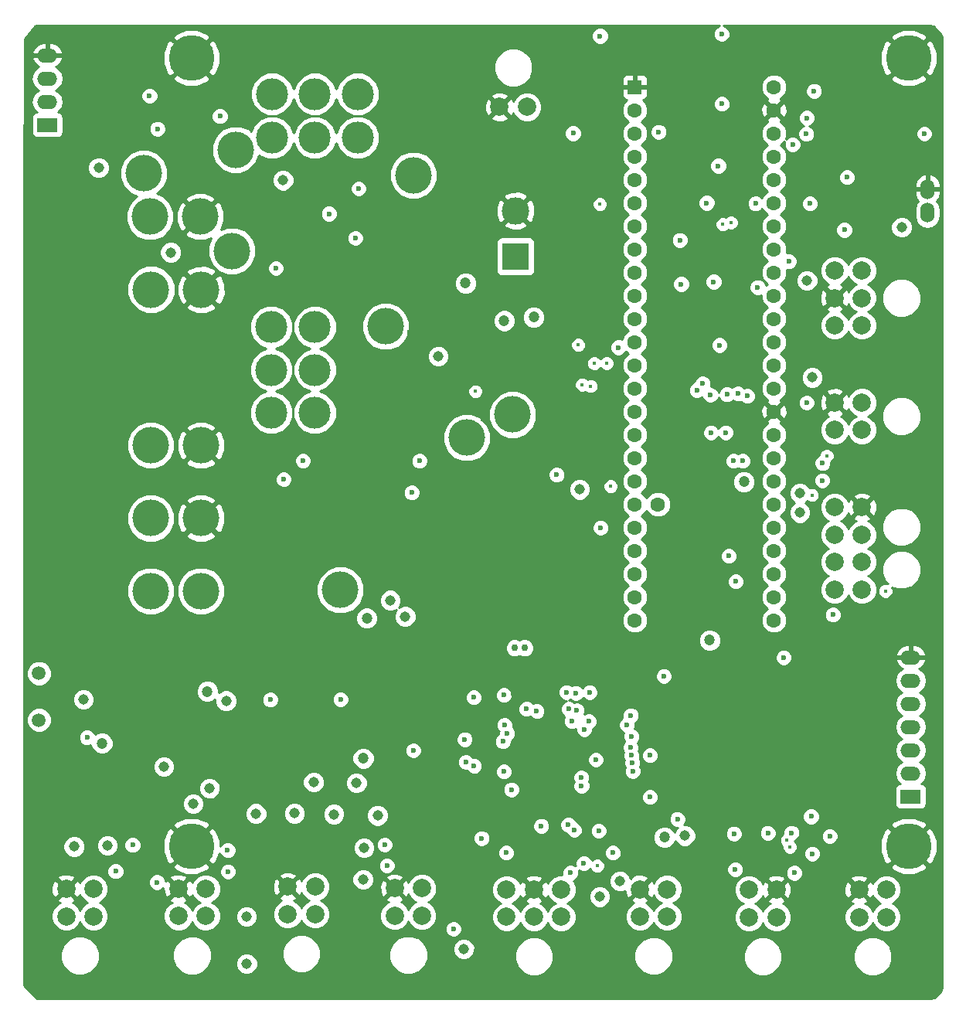
<source format=gbr>
G04 #@! TF.FileFunction,Copper,L2,Inr,Plane*
%FSLAX46Y46*%
G04 Gerber Fmt 4.6, Leading zero omitted, Abs format (unit mm)*
G04 Created by KiCad (PCBNEW 4.0.4-stable) date 02/13/18 14:48:55*
%MOMM*%
%LPD*%
G01*
G04 APERTURE LIST*
%ADD10C,0.100000*%
%ADD11C,0.600000*%
%ADD12C,1.600000*%
%ADD13R,1.600000X1.600000*%
%ADD14C,5.000000*%
%ADD15C,4.000000*%
%ADD16O,2.197100X1.524000*%
%ADD17R,2.197100X1.524000*%
%ADD18R,3.000000X3.000000*%
%ADD19C,3.000000*%
%ADD20C,2.000000*%
%ADD21C,1.500000*%
%ADD22C,0.750000*%
%ADD23C,3.500000*%
%ADD24O,1.524000X2.197100*%
%ADD25C,1.143000*%
%ADD26C,0.400000*%
%ADD27C,1.200000*%
%ADD28C,0.200000*%
%ADD29C,0.250000*%
%ADD30C,0.254000*%
G04 APERTURE END LIST*
D10*
D11*
X85228000Y-111320000D03*
X79880000Y-68034000D03*
X82810000Y-73534000D03*
X83740000Y-67754000D03*
D12*
X87630000Y-68072000D03*
X87630000Y-70612000D03*
X87630000Y-73152000D03*
X87630000Y-75692000D03*
X87630000Y-65532000D03*
X87630000Y-62992000D03*
X87630000Y-60452000D03*
X87630000Y-78232000D03*
X87630000Y-80772000D03*
X87630000Y-83312000D03*
X87630000Y-85852000D03*
X90170000Y-73152000D03*
X102870000Y-85852000D03*
X102870000Y-83312000D03*
X102870000Y-80772000D03*
X102870000Y-78232000D03*
X102870000Y-75692000D03*
X102870000Y-73152000D03*
X102870000Y-70612000D03*
X102870000Y-68072000D03*
X87630000Y-57912000D03*
X87630000Y-55372000D03*
X87630000Y-52832000D03*
X87630000Y-50292000D03*
X87630000Y-47752000D03*
X87630000Y-45212000D03*
X87630000Y-42672000D03*
X87630000Y-40132000D03*
X87630000Y-37592000D03*
X87630000Y-35052000D03*
X87630000Y-32512000D03*
X87630000Y-29972000D03*
D13*
X87630000Y-27432000D03*
D12*
X102870000Y-65532000D03*
X102870000Y-62992000D03*
X102870000Y-60452000D03*
X102870000Y-57912000D03*
X102870000Y-55372000D03*
X102870000Y-52832000D03*
X102870000Y-50292000D03*
X102870000Y-47752000D03*
X102870000Y-45212000D03*
X102870000Y-42672000D03*
X102870000Y-40132000D03*
X102870000Y-37592000D03*
X102870000Y-35052000D03*
X102870000Y-32512000D03*
X102870000Y-29972000D03*
X102870000Y-27432000D03*
D14*
X117632520Y-110576400D03*
D15*
X34589720Y-82646520D03*
X40089720Y-82646520D03*
D11*
X103920000Y-89940000D03*
X92300000Y-107640000D03*
X97590000Y-65284000D03*
X95970000Y-65304000D03*
X97720000Y-61104000D03*
X95900000Y-61174000D03*
X97140000Y-21630000D03*
X101092000Y-49377600D03*
X110578900Y-43091100D03*
X48310800Y-47274480D03*
X109330000Y-85244000D03*
X119341900Y-32550100D03*
X92560000Y-44204000D03*
X63360000Y-100120000D03*
X102210000Y-109164000D03*
X108980000Y-109504000D03*
X92710000Y-49022000D03*
X96900000Y-55710000D03*
X107060000Y-111434000D03*
X98490000Y-109244000D03*
X106940000Y-107354000D03*
X97166000Y-29278000D03*
X96266000Y-48768000D03*
X106480000Y-30820000D03*
X105100000Y-113534000D03*
X104790000Y-109144000D03*
X96774000Y-36068000D03*
X83820000Y-21844000D03*
X47700000Y-94550000D03*
X95504000Y-40132000D03*
X27610000Y-98694000D03*
X79060000Y-69914000D03*
X80860000Y-32510000D03*
X90800000Y-91970000D03*
X90230000Y-32360000D03*
X98630000Y-113144000D03*
X101015800Y-21653500D03*
X56956960Y-45410120D03*
X95896000Y-38168000D03*
X101230000Y-38676000D03*
X112060000Y-109344000D03*
X111960000Y-86274000D03*
X112060000Y-90864000D03*
X112040000Y-95394000D03*
X112030000Y-99994000D03*
X114730000Y-104644000D03*
X88140000Y-23014000D03*
X96720000Y-66524000D03*
X67390000Y-58934000D03*
X62970000Y-54350000D03*
X104598000Y-106444000D03*
X102598000Y-106444000D03*
X64010000Y-74234000D03*
X108300000Y-93904000D03*
X108070000Y-98744000D03*
X108070000Y-104244000D03*
X92125800Y-25704800D03*
X76900000Y-67014000D03*
X27690000Y-28864000D03*
X27440000Y-33554000D03*
X104598000Y-104444000D03*
X102580000Y-104374000D03*
X72800000Y-74794000D03*
X108660000Y-89634000D03*
X76160000Y-101884000D03*
X83520000Y-99094000D03*
X56794400Y-42565320D03*
X27660000Y-24144000D03*
X25430000Y-26764000D03*
X25450000Y-30144000D03*
X119020000Y-46634000D03*
X107210000Y-52084000D03*
X23390000Y-112264000D03*
X71300000Y-122714000D03*
X86220000Y-122884000D03*
X96060000Y-125734000D03*
X115400000Y-72844000D03*
X109930000Y-71674000D03*
X118720000Y-70444000D03*
X119600000Y-67014000D03*
X117390000Y-60004000D03*
X116620000Y-55244000D03*
X23790000Y-125454000D03*
X80300000Y-125674000D03*
X98130000Y-121424000D03*
X100070000Y-113374000D03*
X69770000Y-73074000D03*
X64030000Y-75874000D03*
X72480000Y-70954000D03*
X67670000Y-73134000D03*
X57000000Y-75824000D03*
X61460000Y-75934000D03*
X57150000Y-122884000D03*
X105000000Y-125614000D03*
X22310000Y-98614000D03*
X43720000Y-101224000D03*
X58900000Y-64124000D03*
X70980000Y-63754000D03*
X63990000Y-81074000D03*
X71830000Y-64764000D03*
X57150000Y-67134000D03*
X56880000Y-71624000D03*
X49270000Y-125564000D03*
X96060000Y-115764000D03*
X32350000Y-99834000D03*
X77810000Y-41024000D03*
X76760000Y-70694000D03*
X70260000Y-75684000D03*
X72160000Y-72904000D03*
X66870000Y-68644000D03*
X61490000Y-64774000D03*
X61000000Y-68804000D03*
X43510000Y-122094000D03*
X40400000Y-86114000D03*
X24980000Y-74554000D03*
X68670000Y-39754000D03*
X95610000Y-67804000D03*
X74300000Y-93834000D03*
X74680000Y-97494000D03*
X70006000Y-107128000D03*
X56036000Y-113478000D03*
X47640000Y-108124000D03*
X37640000Y-125564000D03*
X25800000Y-83094000D03*
X66410000Y-33304000D03*
X47500000Y-35624000D03*
X65430000Y-73034000D03*
X79310000Y-98474000D03*
X62132000Y-91634000D03*
X59960000Y-102204000D03*
X60354000Y-95190000D03*
X54120000Y-101034000D03*
X32780000Y-122044000D03*
X66370000Y-125504000D03*
X80660000Y-24194000D03*
D16*
X117856000Y-100076000D03*
X117856000Y-97536000D03*
X117856000Y-94996000D03*
X117856000Y-92456000D03*
X117856000Y-102616000D03*
D17*
X117856000Y-105156000D03*
D16*
X117856000Y-89916000D03*
D18*
X74560000Y-46002000D03*
D19*
X74560000Y-41002000D03*
D20*
X64315300Y-115218160D03*
X64315300Y-118218160D03*
X61315300Y-115218160D03*
X61315300Y-118218160D03*
X52590000Y-115060000D03*
X52590000Y-118060000D03*
X49590000Y-115060000D03*
X49590000Y-118060000D03*
X40620000Y-115270000D03*
X40620000Y-118270000D03*
X37620000Y-115270000D03*
X37620000Y-118270000D03*
X112520000Y-50546000D03*
X109520000Y-50546000D03*
X109520000Y-47546000D03*
X112520000Y-47546000D03*
X109520000Y-53546000D03*
X112520000Y-53546000D03*
X112520000Y-79478000D03*
X109520000Y-79478000D03*
X109520000Y-73478000D03*
X112520000Y-73478000D03*
X109520000Y-82478000D03*
X112520000Y-82478000D03*
X112520000Y-76478000D03*
X109520000Y-76478000D03*
X28330000Y-115280000D03*
X28330000Y-118280000D03*
X25330000Y-115280000D03*
X25330000Y-118280000D03*
X109520000Y-62000000D03*
X112520000Y-62000000D03*
X109520000Y-65000000D03*
X112520000Y-65000000D03*
D15*
X34512400Y-41630000D03*
X40012400Y-41630000D03*
D20*
X76577020Y-118360400D03*
X76577020Y-115360400D03*
X79577020Y-115360400D03*
X79577020Y-118360400D03*
X73577020Y-115360400D03*
X73577020Y-118360400D03*
D15*
X34622400Y-49620000D03*
X40122400Y-49620000D03*
D20*
X115190000Y-115364000D03*
X115190000Y-118364000D03*
X112190000Y-115364000D03*
X112190000Y-118364000D03*
X91180880Y-115319760D03*
X91180880Y-118319760D03*
X88180880Y-115319760D03*
X88180880Y-118319760D03*
D16*
X23262400Y-29040000D03*
X23262400Y-26500000D03*
X23262400Y-23960000D03*
D17*
X23262400Y-31580000D03*
D15*
X34592400Y-66680000D03*
X40092400Y-66680000D03*
X34592400Y-74670000D03*
X40092400Y-74670000D03*
D20*
X103139200Y-115375640D03*
X103139200Y-118375640D03*
X100139200Y-115375640D03*
X100139200Y-118375640D03*
D21*
X22352000Y-96774000D03*
X22352000Y-91674000D03*
D22*
X75550000Y-88890000D03*
X74450000Y-88890000D03*
D23*
X52578000Y-53720000D03*
X52578000Y-58420000D03*
X52578000Y-63120000D03*
X47778000Y-53720000D03*
X47778000Y-58420000D03*
X47778000Y-63120000D03*
X47878000Y-28194000D03*
X52578000Y-28194000D03*
X57278000Y-28194000D03*
X47878000Y-32994000D03*
X52578000Y-32994000D03*
X57278000Y-32994000D03*
D14*
X39050000Y-24254500D03*
X39050000Y-110576400D03*
D24*
X119690000Y-38640000D03*
X119690000Y-41180000D03*
D11*
X61798000Y-22094000D03*
X55390000Y-94530000D03*
D20*
X72810000Y-29630000D03*
X75810000Y-29630000D03*
D14*
X117632520Y-24254500D03*
D25*
X57850000Y-114264000D03*
X26180000Y-110654000D03*
X83770000Y-116144000D03*
X28880000Y-36274000D03*
X62480000Y-85444000D03*
X57950000Y-110804000D03*
X29860000Y-110534000D03*
X93120000Y-109464000D03*
X36760000Y-45554000D03*
X42850000Y-94674000D03*
X57140000Y-103654000D03*
X46130000Y-107034000D03*
X68900000Y-121864000D03*
X106500000Y-48654000D03*
X81580000Y-71524000D03*
X36010000Y-101874000D03*
X52420000Y-103604000D03*
X50320000Y-107014000D03*
X54640000Y-107104000D03*
X107070000Y-59264000D03*
X49100000Y-37654000D03*
X41040000Y-104274000D03*
X45100000Y-118314000D03*
X86010000Y-114444000D03*
X105690000Y-71934000D03*
X66070000Y-56954000D03*
X39260000Y-105944000D03*
X27210000Y-94544000D03*
X45110000Y-123504000D03*
X59440000Y-107254000D03*
X105720000Y-74064000D03*
X60850000Y-83664000D03*
X116850000Y-42814000D03*
D15*
X33830000Y-36864000D03*
D26*
X108310000Y-117084000D03*
X92180000Y-101974000D03*
X91950000Y-97704000D03*
X77160000Y-54640000D03*
X64150000Y-64720000D03*
X93630000Y-104880000D03*
X76050000Y-109620000D03*
D11*
X82900000Y-107710000D03*
X87080000Y-93960000D03*
X76240000Y-90220000D03*
X73660000Y-90100000D03*
X69510000Y-103320000D03*
D26*
X63710000Y-104720000D03*
X63300000Y-111280000D03*
X94770000Y-113360000D03*
X66260000Y-91950000D03*
X101460000Y-84150000D03*
X101540000Y-77020000D03*
X106000000Y-69630000D03*
X80270000Y-58060000D03*
D11*
X108342000Y-37406000D03*
X92090000Y-23110000D03*
X69080000Y-115530000D03*
D15*
X55360000Y-82520000D03*
D27*
X40790000Y-93664000D03*
X69090000Y-48934000D03*
X76560000Y-52640000D03*
D11*
X64040000Y-68390000D03*
X63190000Y-71860000D03*
D27*
X58260000Y-85630000D03*
X73320000Y-53040000D03*
X90880000Y-109624000D03*
X99590000Y-70694000D03*
X95820000Y-88044000D03*
X57870000Y-100974000D03*
X29260000Y-99340000D03*
D26*
X82780000Y-60200000D03*
X81850000Y-60040000D03*
D11*
X82690000Y-93754000D03*
X75770000Y-95574000D03*
X83660000Y-108920000D03*
X82030000Y-112470000D03*
X51270000Y-68380000D03*
X49140000Y-70410000D03*
D15*
X43484800Y-45394880D03*
X43891200Y-34300160D03*
D11*
X81790000Y-103970000D03*
X60460000Y-112730000D03*
X80700000Y-96890000D03*
X81760000Y-103080000D03*
X60220000Y-110450000D03*
X80350000Y-108270000D03*
X81260000Y-95750000D03*
X80990000Y-108840000D03*
X81170000Y-93820000D03*
X43060000Y-113390000D03*
X80400000Y-95580000D03*
X43010000Y-111050000D03*
X80150000Y-93740000D03*
X73340000Y-97314000D03*
X30740000Y-113354000D03*
X73180000Y-99124000D03*
X35280000Y-114554000D03*
X73650000Y-98264000D03*
X32600000Y-110484000D03*
X82090000Y-97800000D03*
X67760000Y-119684000D03*
X86760000Y-97320000D03*
X80570000Y-113520000D03*
X87180000Y-96270000D03*
X82590000Y-96930000D03*
D26*
X104610000Y-110674000D03*
X97270000Y-42484000D03*
X98160000Y-42284000D03*
X104310000Y-109954000D03*
X83790000Y-40280000D03*
X115090000Y-82660000D03*
X83510000Y-112760000D03*
D11*
X74110000Y-104400000D03*
X73544000Y-111320000D03*
X73290000Y-102430000D03*
X108200000Y-68640000D03*
X108160000Y-70530000D03*
D26*
X108660000Y-67850000D03*
X107030000Y-72140000D03*
X83170000Y-57710000D03*
X84540000Y-57700000D03*
D11*
X106450000Y-62024000D03*
X106818000Y-40200000D03*
X69110000Y-101394000D03*
X69000000Y-98914000D03*
X99960000Y-61282000D03*
X99452000Y-68394000D03*
X97928000Y-78808000D03*
X98690000Y-81602000D03*
X98436000Y-68394000D03*
X98944000Y-61028000D03*
X70840000Y-109730000D03*
X77380000Y-108400000D03*
X83880000Y-75714000D03*
X106400000Y-32574000D03*
X94410000Y-60654000D03*
X100860000Y-40190000D03*
X89292000Y-100652000D03*
X69988000Y-94302000D03*
X89292000Y-105224000D03*
X73290000Y-94048000D03*
D15*
X69226000Y-65854000D03*
X60336000Y-53662000D03*
D11*
X42170000Y-30640000D03*
X35330000Y-32020000D03*
X34460000Y-28404000D03*
D26*
X70160000Y-60780000D03*
X84974000Y-71188000D03*
X81418000Y-55694000D03*
D11*
X76870000Y-95810000D03*
X83350000Y-101134000D03*
X85820000Y-55964000D03*
X87290000Y-98604000D03*
X87170000Y-99804000D03*
X70010000Y-101804000D03*
X87400000Y-102370000D03*
X87360000Y-101490000D03*
X87260000Y-100652000D03*
X107270000Y-27880000D03*
D15*
X63370000Y-37100000D03*
X74230000Y-63320000D03*
D11*
X57363360Y-38572440D03*
X54117240Y-41315640D03*
X110870000Y-37324000D03*
X104490000Y-46534000D03*
X57010000Y-43990000D03*
X104910000Y-33730000D03*
X95060000Y-59904000D03*
D28*
X91950000Y-97704000D02*
X91950000Y-97694000D01*
D29*
X69500000Y-103330000D02*
X69470000Y-103330000D01*
X69510000Y-103320000D02*
X69500000Y-103330000D01*
X69110000Y-115560000D02*
X69110000Y-115570000D01*
X69080000Y-115530000D02*
X69110000Y-115560000D01*
D30*
G36*
X96611057Y-20836883D02*
X96347808Y-21099673D01*
X96205162Y-21443201D01*
X96204838Y-21815167D01*
X96346883Y-22158943D01*
X96609673Y-22422192D01*
X96953201Y-22564838D01*
X97325167Y-22565162D01*
X97668943Y-22423117D01*
X97932192Y-22160327D01*
X97991034Y-22018620D01*
X115576245Y-22018620D01*
X117632520Y-24074895D01*
X119688795Y-22018620D01*
X119407099Y-21595936D01*
X118254628Y-21119206D01*
X117007448Y-21119795D01*
X115857941Y-21595936D01*
X115576245Y-22018620D01*
X97991034Y-22018620D01*
X98074838Y-21816799D01*
X98075162Y-21444833D01*
X97933117Y-21101057D01*
X97670327Y-20837808D01*
X97362533Y-20710000D01*
X119930069Y-20710000D01*
X120378960Y-20799289D01*
X121211158Y-21673565D01*
X121290000Y-22069931D01*
X121290000Y-125930069D01*
X121178953Y-126488340D01*
X121132022Y-126558577D01*
X120475270Y-127181553D01*
X119930069Y-127290000D01*
X22178972Y-127290000D01*
X20727010Y-125847170D01*
X20727553Y-123022815D01*
X24694630Y-123022815D01*
X25018980Y-123807800D01*
X25619041Y-124408909D01*
X26403459Y-124734628D01*
X27252815Y-124735370D01*
X28037800Y-124411020D01*
X28638909Y-123810959D01*
X28964628Y-123026541D01*
X28964639Y-123012815D01*
X36984630Y-123012815D01*
X37308980Y-123797800D01*
X37909041Y-124398909D01*
X38693459Y-124724628D01*
X39542815Y-124725370D01*
X40327800Y-124401020D01*
X40928909Y-123800959D01*
X40953002Y-123742935D01*
X43903291Y-123742935D01*
X44086582Y-124186535D01*
X44425680Y-124526225D01*
X44868959Y-124710290D01*
X45348935Y-124710709D01*
X45792535Y-124527418D01*
X46132225Y-124188320D01*
X46316290Y-123745041D01*
X46316709Y-123265065D01*
X46133418Y-122821465D01*
X46114801Y-122802815D01*
X48954630Y-122802815D01*
X49278980Y-123587800D01*
X49879041Y-124188909D01*
X50663459Y-124514628D01*
X51512815Y-124515370D01*
X52297800Y-124191020D01*
X52898909Y-123590959D01*
X53160501Y-122960975D01*
X60679930Y-122960975D01*
X61004280Y-123745960D01*
X61604341Y-124347069D01*
X62388759Y-124672788D01*
X63238115Y-124673530D01*
X64023100Y-124349180D01*
X64624209Y-123749119D01*
X64892411Y-123103215D01*
X74441650Y-123103215D01*
X74766000Y-123888200D01*
X75366061Y-124489309D01*
X76150479Y-124815028D01*
X76999835Y-124815770D01*
X77784820Y-124491420D01*
X78385929Y-123891359D01*
X78711648Y-123106941D01*
X78711686Y-123062575D01*
X87545510Y-123062575D01*
X87869860Y-123847560D01*
X88469921Y-124448669D01*
X89254339Y-124774388D01*
X90103695Y-124775130D01*
X90888680Y-124450780D01*
X91489789Y-123850719D01*
X91793851Y-123118455D01*
X99503830Y-123118455D01*
X99828180Y-123903440D01*
X100428241Y-124504549D01*
X101212659Y-124830268D01*
X102062015Y-124831010D01*
X102847000Y-124506660D01*
X103448109Y-123906599D01*
X103773828Y-123122181D01*
X103773841Y-123106815D01*
X111554630Y-123106815D01*
X111878980Y-123891800D01*
X112479041Y-124492909D01*
X113263459Y-124818628D01*
X114112815Y-124819370D01*
X114897800Y-124495020D01*
X115498909Y-123894959D01*
X115824628Y-123110541D01*
X115825370Y-122261185D01*
X115501020Y-121476200D01*
X114900959Y-120875091D01*
X114116541Y-120549372D01*
X113267185Y-120548630D01*
X112482200Y-120872980D01*
X111881091Y-121473041D01*
X111555372Y-122257459D01*
X111554630Y-123106815D01*
X103773841Y-123106815D01*
X103774570Y-122272825D01*
X103450220Y-121487840D01*
X102850159Y-120886731D01*
X102065741Y-120561012D01*
X101216385Y-120560270D01*
X100431400Y-120884620D01*
X99830291Y-121484681D01*
X99504572Y-122269099D01*
X99503830Y-123118455D01*
X91793851Y-123118455D01*
X91815508Y-123066301D01*
X91816250Y-122216945D01*
X91491900Y-121431960D01*
X90891839Y-120830851D01*
X90107421Y-120505132D01*
X89258065Y-120504390D01*
X88473080Y-120828740D01*
X87871971Y-121428801D01*
X87546252Y-122213219D01*
X87545510Y-123062575D01*
X78711686Y-123062575D01*
X78712390Y-122257585D01*
X78388040Y-121472600D01*
X77787979Y-120871491D01*
X77003561Y-120545772D01*
X76154205Y-120545030D01*
X75369220Y-120869380D01*
X74768111Y-121469441D01*
X74442392Y-122253859D01*
X74441650Y-123103215D01*
X64892411Y-123103215D01*
X64949928Y-122964701D01*
X64950670Y-122115345D01*
X64945543Y-122102935D01*
X67693291Y-122102935D01*
X67876582Y-122546535D01*
X68215680Y-122886225D01*
X68658959Y-123070290D01*
X69138935Y-123070709D01*
X69582535Y-122887418D01*
X69922225Y-122548320D01*
X70106290Y-122105041D01*
X70106709Y-121625065D01*
X69923418Y-121181465D01*
X69584320Y-120841775D01*
X69141041Y-120657710D01*
X68661065Y-120657291D01*
X68217465Y-120840582D01*
X67877775Y-121179680D01*
X67693710Y-121622959D01*
X67693291Y-122102935D01*
X64945543Y-122102935D01*
X64626320Y-121330360D01*
X64026259Y-120729251D01*
X63241841Y-120403532D01*
X62392485Y-120402790D01*
X61607500Y-120727140D01*
X61006391Y-121327201D01*
X60680672Y-122111619D01*
X60679930Y-122960975D01*
X53160501Y-122960975D01*
X53224628Y-122806541D01*
X53225370Y-121957185D01*
X52901020Y-121172200D01*
X52300959Y-120571091D01*
X51516541Y-120245372D01*
X50667185Y-120244630D01*
X49882200Y-120568980D01*
X49281091Y-121169041D01*
X48955372Y-121953459D01*
X48954630Y-122802815D01*
X46114801Y-122802815D01*
X45794320Y-122481775D01*
X45351041Y-122297710D01*
X44871065Y-122297291D01*
X44427465Y-122480582D01*
X44087775Y-122819680D01*
X43903710Y-123262959D01*
X43903291Y-123742935D01*
X40953002Y-123742935D01*
X41254628Y-123016541D01*
X41255370Y-122167185D01*
X40931020Y-121382200D01*
X40330959Y-120781091D01*
X39546541Y-120455372D01*
X38697185Y-120454630D01*
X37912200Y-120778980D01*
X37311091Y-121379041D01*
X36985372Y-122163459D01*
X36984630Y-123012815D01*
X28964639Y-123012815D01*
X28965370Y-122177185D01*
X28641020Y-121392200D01*
X28040959Y-120791091D01*
X27256541Y-120465372D01*
X26407185Y-120464630D01*
X25622200Y-120788980D01*
X25021091Y-121389041D01*
X24695372Y-122173459D01*
X24694630Y-123022815D01*
X20727553Y-123022815D01*
X20728405Y-118603795D01*
X23694716Y-118603795D01*
X23943106Y-119204943D01*
X24402637Y-119665278D01*
X25003352Y-119914716D01*
X25653795Y-119915284D01*
X26254943Y-119666894D01*
X26715278Y-119207363D01*
X26829974Y-118931144D01*
X26943106Y-119204943D01*
X27402637Y-119665278D01*
X28003352Y-119914716D01*
X28653795Y-119915284D01*
X29254943Y-119666894D01*
X29715278Y-119207363D01*
X29964716Y-118606648D01*
X29964727Y-118593795D01*
X35984716Y-118593795D01*
X36233106Y-119194943D01*
X36692637Y-119655278D01*
X37293352Y-119904716D01*
X37943795Y-119905284D01*
X38544943Y-119656894D01*
X39005278Y-119197363D01*
X39119974Y-118921144D01*
X39233106Y-119194943D01*
X39692637Y-119655278D01*
X40293352Y-119904716D01*
X40943795Y-119905284D01*
X41031204Y-119869167D01*
X66824838Y-119869167D01*
X66966883Y-120212943D01*
X67229673Y-120476192D01*
X67573201Y-120618838D01*
X67945167Y-120619162D01*
X68288943Y-120477117D01*
X68552192Y-120214327D01*
X68694838Y-119870799D01*
X68695162Y-119498833D01*
X68553117Y-119155057D01*
X68290327Y-118891808D01*
X67946799Y-118749162D01*
X67574833Y-118748838D01*
X67231057Y-118890883D01*
X66967808Y-119153673D01*
X66825162Y-119497201D01*
X66824838Y-119869167D01*
X41031204Y-119869167D01*
X41544943Y-119656894D01*
X42005278Y-119197363D01*
X42254716Y-118596648D01*
X42254754Y-118552935D01*
X43893291Y-118552935D01*
X44076582Y-118996535D01*
X44415680Y-119336225D01*
X44858959Y-119520290D01*
X45338935Y-119520709D01*
X45782535Y-119337418D01*
X46122225Y-118998320D01*
X46306290Y-118555041D01*
X46306439Y-118383795D01*
X47954716Y-118383795D01*
X48203106Y-118984943D01*
X48662637Y-119445278D01*
X49263352Y-119694716D01*
X49913795Y-119695284D01*
X50514943Y-119446894D01*
X50975278Y-118987363D01*
X51089974Y-118711144D01*
X51203106Y-118984943D01*
X51662637Y-119445278D01*
X52263352Y-119694716D01*
X52913795Y-119695284D01*
X53514943Y-119446894D01*
X53975278Y-118987363D01*
X54160227Y-118541955D01*
X59680016Y-118541955D01*
X59928406Y-119143103D01*
X60387937Y-119603438D01*
X60988652Y-119852876D01*
X61639095Y-119853444D01*
X62240243Y-119605054D01*
X62700578Y-119145523D01*
X62815274Y-118869304D01*
X62928406Y-119143103D01*
X63387937Y-119603438D01*
X63988652Y-119852876D01*
X64639095Y-119853444D01*
X65240243Y-119605054D01*
X65700578Y-119145523D01*
X65950016Y-118544808D01*
X65950584Y-117894365D01*
X65702194Y-117293217D01*
X65242663Y-116832882D01*
X64966444Y-116718186D01*
X65240243Y-116605054D01*
X65700578Y-116145523D01*
X65892137Y-115684195D01*
X71941736Y-115684195D01*
X72190126Y-116285343D01*
X72649657Y-116745678D01*
X72925876Y-116860374D01*
X72652077Y-116973506D01*
X72191742Y-117433037D01*
X71942304Y-118033752D01*
X71941736Y-118684195D01*
X72190126Y-119285343D01*
X72649657Y-119745678D01*
X73250372Y-119995116D01*
X73900815Y-119995684D01*
X74501963Y-119747294D01*
X74962298Y-119287763D01*
X75076994Y-119011544D01*
X75190126Y-119285343D01*
X75649657Y-119745678D01*
X76250372Y-119995116D01*
X76900815Y-119995684D01*
X77501963Y-119747294D01*
X77962298Y-119287763D01*
X78076994Y-119011544D01*
X78190126Y-119285343D01*
X78649657Y-119745678D01*
X79250372Y-119995116D01*
X79900815Y-119995684D01*
X80501963Y-119747294D01*
X80962298Y-119287763D01*
X81211736Y-118687048D01*
X81211773Y-118643555D01*
X86545596Y-118643555D01*
X86793986Y-119244703D01*
X87253517Y-119705038D01*
X87854232Y-119954476D01*
X88504675Y-119955044D01*
X89105823Y-119706654D01*
X89566158Y-119247123D01*
X89680854Y-118970904D01*
X89793986Y-119244703D01*
X90253517Y-119705038D01*
X90854232Y-119954476D01*
X91504675Y-119955044D01*
X92105823Y-119706654D01*
X92566158Y-119247123D01*
X92815596Y-118646408D01*
X92816164Y-117995965D01*
X92567774Y-117394817D01*
X92108243Y-116934482D01*
X91832024Y-116819786D01*
X92105823Y-116706654D01*
X92566158Y-116247123D01*
X92793577Y-115699435D01*
X98503916Y-115699435D01*
X98752306Y-116300583D01*
X99211837Y-116760918D01*
X99488056Y-116875614D01*
X99214257Y-116988746D01*
X98753922Y-117448277D01*
X98504484Y-118048992D01*
X98503916Y-118699435D01*
X98752306Y-119300583D01*
X99211837Y-119760918D01*
X99812552Y-120010356D01*
X100462995Y-120010924D01*
X101064143Y-119762534D01*
X101524478Y-119303003D01*
X101639174Y-119026784D01*
X101752306Y-119300583D01*
X102211837Y-119760918D01*
X102812552Y-120010356D01*
X103462995Y-120010924D01*
X104064143Y-119762534D01*
X104524478Y-119303003D01*
X104773916Y-118702288D01*
X104773928Y-118687795D01*
X110554716Y-118687795D01*
X110803106Y-119288943D01*
X111262637Y-119749278D01*
X111863352Y-119998716D01*
X112513795Y-119999284D01*
X113114943Y-119750894D01*
X113575278Y-119291363D01*
X113689974Y-119015144D01*
X113803106Y-119288943D01*
X114262637Y-119749278D01*
X114863352Y-119998716D01*
X115513795Y-119999284D01*
X116114943Y-119750894D01*
X116575278Y-119291363D01*
X116824716Y-118690648D01*
X116825284Y-118040205D01*
X116576894Y-117439057D01*
X116117363Y-116978722D01*
X115841144Y-116864026D01*
X116114943Y-116750894D01*
X116575278Y-116291363D01*
X116824716Y-115690648D01*
X116825284Y-115040205D01*
X116576894Y-114439057D01*
X116117363Y-113978722D01*
X115516648Y-113729284D01*
X114866205Y-113728716D01*
X114265057Y-113977106D01*
X113804722Y-114436637D01*
X113695923Y-114698654D01*
X113609387Y-114489736D01*
X113342532Y-114391073D01*
X112369605Y-115364000D01*
X113342532Y-116336927D01*
X113609387Y-116238264D01*
X113691188Y-116018081D01*
X113803106Y-116288943D01*
X114262637Y-116749278D01*
X114538856Y-116863974D01*
X114265057Y-116977106D01*
X113804722Y-117436637D01*
X113690026Y-117712856D01*
X113576894Y-117439057D01*
X113117363Y-116978722D01*
X112855346Y-116869923D01*
X113064264Y-116783387D01*
X113162927Y-116516532D01*
X112190000Y-115543605D01*
X111217073Y-116516532D01*
X111315736Y-116783387D01*
X111535919Y-116865188D01*
X111265057Y-116977106D01*
X110804722Y-117436637D01*
X110555284Y-118037352D01*
X110554716Y-118687795D01*
X104773928Y-118687795D01*
X104774484Y-118051845D01*
X104526094Y-117450697D01*
X104066563Y-116990362D01*
X103804546Y-116881563D01*
X104013464Y-116795027D01*
X104112127Y-116528172D01*
X103139200Y-115555245D01*
X102166273Y-116528172D01*
X102264936Y-116795027D01*
X102485119Y-116876828D01*
X102214257Y-116988746D01*
X101753922Y-117448277D01*
X101639226Y-117724496D01*
X101526094Y-117450697D01*
X101066563Y-116990362D01*
X100790344Y-116875666D01*
X101064143Y-116762534D01*
X101524478Y-116303003D01*
X101633277Y-116040986D01*
X101719813Y-116249904D01*
X101986668Y-116348567D01*
X102959595Y-115375640D01*
X103318805Y-115375640D01*
X104291732Y-116348567D01*
X104558587Y-116249904D01*
X104785108Y-115640179D01*
X104765100Y-115099461D01*
X110544092Y-115099461D01*
X110568144Y-115749460D01*
X110770613Y-116238264D01*
X111037468Y-116336927D01*
X112010395Y-115364000D01*
X111037468Y-114391073D01*
X110770613Y-114489736D01*
X110544092Y-115099461D01*
X104765100Y-115099461D01*
X104761056Y-114990180D01*
X104558587Y-114501376D01*
X104291732Y-114402713D01*
X103318805Y-115375640D01*
X102959595Y-115375640D01*
X101986668Y-114402713D01*
X101719813Y-114501376D01*
X101638012Y-114721559D01*
X101526094Y-114450697D01*
X101298903Y-114223108D01*
X102166273Y-114223108D01*
X103139200Y-115196035D01*
X104112127Y-114223108D01*
X104013464Y-113956253D01*
X103403739Y-113729732D01*
X102753740Y-113753784D01*
X102264936Y-113956253D01*
X102166273Y-114223108D01*
X101298903Y-114223108D01*
X101066563Y-113990362D01*
X100465848Y-113740924D01*
X99815405Y-113740356D01*
X99214257Y-113988746D01*
X98753922Y-114448277D01*
X98504484Y-115048992D01*
X98503916Y-115699435D01*
X92793577Y-115699435D01*
X92815596Y-115646408D01*
X92816164Y-114995965D01*
X92567774Y-114394817D01*
X92108243Y-113934482D01*
X91507528Y-113685044D01*
X90857085Y-113684476D01*
X90255937Y-113932866D01*
X89795602Y-114392397D01*
X89686803Y-114654414D01*
X89600267Y-114445496D01*
X89333412Y-114346833D01*
X88360485Y-115319760D01*
X89333412Y-116292687D01*
X89600267Y-116194024D01*
X89682068Y-115973841D01*
X89793986Y-116244703D01*
X90253517Y-116705038D01*
X90529736Y-116819734D01*
X90255937Y-116932866D01*
X89795602Y-117392397D01*
X89680906Y-117668616D01*
X89567774Y-117394817D01*
X89108243Y-116934482D01*
X88846226Y-116825683D01*
X89055144Y-116739147D01*
X89153807Y-116472292D01*
X88180880Y-115499365D01*
X87207953Y-116472292D01*
X87306616Y-116739147D01*
X87526799Y-116820948D01*
X87255937Y-116932866D01*
X86795602Y-117392397D01*
X86546164Y-117993112D01*
X86545596Y-118643555D01*
X81211773Y-118643555D01*
X81212304Y-118036605D01*
X80963914Y-117435457D01*
X80504383Y-116975122D01*
X80228164Y-116860426D01*
X80501963Y-116747294D01*
X80866959Y-116382935D01*
X82563291Y-116382935D01*
X82746582Y-116826535D01*
X83085680Y-117166225D01*
X83528959Y-117350290D01*
X84008935Y-117350709D01*
X84452535Y-117167418D01*
X84792225Y-116828320D01*
X84976290Y-116385041D01*
X84976709Y-115905065D01*
X84793418Y-115461465D01*
X84454320Y-115121775D01*
X84011041Y-114937710D01*
X83531065Y-114937291D01*
X83087465Y-115120582D01*
X82747775Y-115459680D01*
X82563710Y-115902959D01*
X82563291Y-116382935D01*
X80866959Y-116382935D01*
X80962298Y-116287763D01*
X81211736Y-115687048D01*
X81212304Y-115036605D01*
X81066171Y-114682935D01*
X84803291Y-114682935D01*
X84986582Y-115126535D01*
X85325680Y-115466225D01*
X85768959Y-115650290D01*
X86248935Y-115650709D01*
X86552368Y-115525334D01*
X86559024Y-115705220D01*
X86761493Y-116194024D01*
X87028348Y-116292687D01*
X88001275Y-115319760D01*
X87987133Y-115305618D01*
X88166738Y-115126013D01*
X88180880Y-115140155D01*
X89153807Y-114167228D01*
X89055144Y-113900373D01*
X88445419Y-113673852D01*
X87795420Y-113697904D01*
X87306616Y-113900373D01*
X87207954Y-114167226D01*
X87196230Y-114155502D01*
X87033418Y-113761465D01*
X86694320Y-113421775D01*
X86471295Y-113329167D01*
X97694838Y-113329167D01*
X97836883Y-113672943D01*
X98099673Y-113936192D01*
X98443201Y-114078838D01*
X98815167Y-114079162D01*
X99158943Y-113937117D01*
X99377273Y-113719167D01*
X104164838Y-113719167D01*
X104306883Y-114062943D01*
X104569673Y-114326192D01*
X104913201Y-114468838D01*
X105285167Y-114469162D01*
X105628943Y-114327117D01*
X105744793Y-114211468D01*
X111217073Y-114211468D01*
X112190000Y-115184395D01*
X113162927Y-114211468D01*
X113064264Y-113944613D01*
X112454539Y-113718092D01*
X111804540Y-113742144D01*
X111315736Y-113944613D01*
X111217073Y-114211468D01*
X105744793Y-114211468D01*
X105892192Y-114064327D01*
X106034838Y-113720799D01*
X106035162Y-113348833D01*
X105893117Y-113005057D01*
X105700677Y-112812280D01*
X115576245Y-112812280D01*
X115857941Y-113234964D01*
X117010412Y-113711694D01*
X118257592Y-113711105D01*
X119407099Y-113234964D01*
X119688795Y-112812280D01*
X117632520Y-110756005D01*
X115576245Y-112812280D01*
X105700677Y-112812280D01*
X105630327Y-112741808D01*
X105286799Y-112599162D01*
X104914833Y-112598838D01*
X104571057Y-112740883D01*
X104307808Y-113003673D01*
X104165162Y-113347201D01*
X104164838Y-113719167D01*
X99377273Y-113719167D01*
X99422192Y-113674327D01*
X99564838Y-113330799D01*
X99565162Y-112958833D01*
X99423117Y-112615057D01*
X99160327Y-112351808D01*
X98816799Y-112209162D01*
X98444833Y-112208838D01*
X98101057Y-112350883D01*
X97837808Y-112613673D01*
X97695162Y-112957201D01*
X97694838Y-113329167D01*
X86471295Y-113329167D01*
X86251041Y-113237710D01*
X85771065Y-113237291D01*
X85327465Y-113420582D01*
X84987775Y-113759680D01*
X84803710Y-114202959D01*
X84803291Y-114682935D01*
X81066171Y-114682935D01*
X80963914Y-114435457D01*
X80916882Y-114388343D01*
X81098943Y-114313117D01*
X81362192Y-114050327D01*
X81504838Y-113706799D01*
X81505162Y-113334833D01*
X81457827Y-113220273D01*
X81499673Y-113262192D01*
X81843201Y-113404838D01*
X82215167Y-113405162D01*
X82558943Y-113263117D01*
X82739810Y-113082566D01*
X82801708Y-113232372D01*
X83036393Y-113467466D01*
X83343179Y-113594855D01*
X83675363Y-113595145D01*
X83982372Y-113468292D01*
X84217466Y-113233607D01*
X84344855Y-112926821D01*
X84345145Y-112594637D01*
X84218292Y-112287628D01*
X83983607Y-112052534D01*
X83676821Y-111925145D01*
X83344637Y-111924855D01*
X83037628Y-112051708D01*
X82918128Y-112171001D01*
X82823117Y-111941057D01*
X82560327Y-111677808D01*
X82216799Y-111535162D01*
X81844833Y-111534838D01*
X81501057Y-111676883D01*
X81237808Y-111939673D01*
X81095162Y-112283201D01*
X81094838Y-112655167D01*
X81142173Y-112769727D01*
X81100327Y-112727808D01*
X80756799Y-112585162D01*
X80384833Y-112584838D01*
X80041057Y-112726883D01*
X79777808Y-112989673D01*
X79635162Y-113333201D01*
X79634838Y-113705167D01*
X79643221Y-113725457D01*
X79253225Y-113725116D01*
X78652077Y-113973506D01*
X78191742Y-114433037D01*
X78082943Y-114695054D01*
X77996407Y-114486136D01*
X77729552Y-114387473D01*
X76756625Y-115360400D01*
X77729552Y-116333327D01*
X77996407Y-116234664D01*
X78078208Y-116014481D01*
X78190126Y-116285343D01*
X78649657Y-116745678D01*
X78925876Y-116860374D01*
X78652077Y-116973506D01*
X78191742Y-117433037D01*
X78077046Y-117709256D01*
X77963914Y-117435457D01*
X77504383Y-116975122D01*
X77242366Y-116866323D01*
X77451284Y-116779787D01*
X77549947Y-116512932D01*
X76577020Y-115540005D01*
X75604093Y-116512932D01*
X75702756Y-116779787D01*
X75922939Y-116861588D01*
X75652077Y-116973506D01*
X75191742Y-117433037D01*
X75077046Y-117709256D01*
X74963914Y-117435457D01*
X74504383Y-116975122D01*
X74228164Y-116860426D01*
X74501963Y-116747294D01*
X74962298Y-116287763D01*
X75071097Y-116025746D01*
X75157633Y-116234664D01*
X75424488Y-116333327D01*
X76397415Y-115360400D01*
X75424488Y-114387473D01*
X75157633Y-114486136D01*
X75075832Y-114706319D01*
X74963914Y-114435457D01*
X74736723Y-114207868D01*
X75604093Y-114207868D01*
X76577020Y-115180795D01*
X77549947Y-114207868D01*
X77451284Y-113941013D01*
X76841559Y-113714492D01*
X76191560Y-113738544D01*
X75702756Y-113941013D01*
X75604093Y-114207868D01*
X74736723Y-114207868D01*
X74504383Y-113975122D01*
X73903668Y-113725684D01*
X73253225Y-113725116D01*
X72652077Y-113973506D01*
X72191742Y-114433037D01*
X71942304Y-115033752D01*
X71941736Y-115684195D01*
X65892137Y-115684195D01*
X65950016Y-115544808D01*
X65950584Y-114894365D01*
X65702194Y-114293217D01*
X65242663Y-113832882D01*
X64641948Y-113583444D01*
X63991505Y-113582876D01*
X63390357Y-113831266D01*
X62930022Y-114290797D01*
X62821223Y-114552814D01*
X62734687Y-114343896D01*
X62467832Y-114245233D01*
X61494905Y-115218160D01*
X62467832Y-116191087D01*
X62734687Y-116092424D01*
X62816488Y-115872241D01*
X62928406Y-116143103D01*
X63387937Y-116603438D01*
X63664156Y-116718134D01*
X63390357Y-116831266D01*
X62930022Y-117290797D01*
X62815326Y-117567016D01*
X62702194Y-117293217D01*
X62242663Y-116832882D01*
X61980646Y-116724083D01*
X62189564Y-116637547D01*
X62288227Y-116370692D01*
X61315300Y-115397765D01*
X60342373Y-116370692D01*
X60441036Y-116637547D01*
X60661219Y-116719348D01*
X60390357Y-116831266D01*
X59930022Y-117290797D01*
X59680584Y-117891512D01*
X59680016Y-118541955D01*
X54160227Y-118541955D01*
X54224716Y-118386648D01*
X54225284Y-117736205D01*
X53976894Y-117135057D01*
X53517363Y-116674722D01*
X53241144Y-116560026D01*
X53514943Y-116446894D01*
X53975278Y-115987363D01*
X54224716Y-115386648D01*
X54225284Y-114736205D01*
X54128899Y-114502935D01*
X56643291Y-114502935D01*
X56826582Y-114946535D01*
X57165680Y-115286225D01*
X57608959Y-115470290D01*
X58088935Y-115470709D01*
X58532535Y-115287418D01*
X58866914Y-114953621D01*
X59669392Y-114953621D01*
X59693444Y-115603620D01*
X59895913Y-116092424D01*
X60162768Y-116191087D01*
X61135695Y-115218160D01*
X60162768Y-114245233D01*
X59895913Y-114343896D01*
X59669392Y-114953621D01*
X58866914Y-114953621D01*
X58872225Y-114948320D01*
X59056290Y-114505041D01*
X59056673Y-114065628D01*
X60342373Y-114065628D01*
X61315300Y-115038555D01*
X62288227Y-114065628D01*
X62189564Y-113798773D01*
X61579839Y-113572252D01*
X60929840Y-113596304D01*
X60441036Y-113798773D01*
X60342373Y-114065628D01*
X59056673Y-114065628D01*
X59056709Y-114025065D01*
X58873418Y-113581465D01*
X58534320Y-113241775D01*
X58091041Y-113057710D01*
X57611065Y-113057291D01*
X57167465Y-113240582D01*
X56827775Y-113579680D01*
X56643710Y-114022959D01*
X56643291Y-114502935D01*
X54128899Y-114502935D01*
X53976894Y-114135057D01*
X53517363Y-113674722D01*
X52916648Y-113425284D01*
X52266205Y-113424716D01*
X51665057Y-113673106D01*
X51204722Y-114132637D01*
X51095923Y-114394654D01*
X51009387Y-114185736D01*
X50742532Y-114087073D01*
X49769605Y-115060000D01*
X50742532Y-116032927D01*
X51009387Y-115934264D01*
X51091188Y-115714081D01*
X51203106Y-115984943D01*
X51662637Y-116445278D01*
X51938856Y-116559974D01*
X51665057Y-116673106D01*
X51204722Y-117132637D01*
X51090026Y-117408856D01*
X50976894Y-117135057D01*
X50517363Y-116674722D01*
X50255346Y-116565923D01*
X50464264Y-116479387D01*
X50562927Y-116212532D01*
X49590000Y-115239605D01*
X48617073Y-116212532D01*
X48715736Y-116479387D01*
X48935919Y-116561188D01*
X48665057Y-116673106D01*
X48204722Y-117132637D01*
X47955284Y-117733352D01*
X47954716Y-118383795D01*
X46306439Y-118383795D01*
X46306709Y-118075065D01*
X46123418Y-117631465D01*
X45784320Y-117291775D01*
X45341041Y-117107710D01*
X44861065Y-117107291D01*
X44417465Y-117290582D01*
X44077775Y-117629680D01*
X43893710Y-118072959D01*
X43893291Y-118552935D01*
X42254754Y-118552935D01*
X42255284Y-117946205D01*
X42006894Y-117345057D01*
X41547363Y-116884722D01*
X41271144Y-116770026D01*
X41544943Y-116656894D01*
X42005278Y-116197363D01*
X42254716Y-115596648D01*
X42255284Y-114946205D01*
X42192998Y-114795461D01*
X47944092Y-114795461D01*
X47968144Y-115445460D01*
X48170613Y-115934264D01*
X48437468Y-116032927D01*
X49410395Y-115060000D01*
X48437468Y-114087073D01*
X48170613Y-114185736D01*
X47944092Y-114795461D01*
X42192998Y-114795461D01*
X42006894Y-114345057D01*
X41547363Y-113884722D01*
X40946648Y-113635284D01*
X40296205Y-113634716D01*
X39695057Y-113883106D01*
X39234722Y-114342637D01*
X39125923Y-114604654D01*
X39039387Y-114395736D01*
X38772532Y-114297073D01*
X37799605Y-115270000D01*
X38772532Y-116242927D01*
X39039387Y-116144264D01*
X39121188Y-115924081D01*
X39233106Y-116194943D01*
X39692637Y-116655278D01*
X39968856Y-116769974D01*
X39695057Y-116883106D01*
X39234722Y-117342637D01*
X39120026Y-117618856D01*
X39006894Y-117345057D01*
X38547363Y-116884722D01*
X38285346Y-116775923D01*
X38494264Y-116689387D01*
X38592927Y-116422532D01*
X37620000Y-115449605D01*
X36647073Y-116422532D01*
X36745736Y-116689387D01*
X36965919Y-116771188D01*
X36695057Y-116883106D01*
X36234722Y-117342637D01*
X35985284Y-117943352D01*
X35984716Y-118593795D01*
X29964727Y-118593795D01*
X29965284Y-117956205D01*
X29716894Y-117355057D01*
X29257363Y-116894722D01*
X28981144Y-116780026D01*
X29254943Y-116666894D01*
X29715278Y-116207363D01*
X29964716Y-115606648D01*
X29965284Y-114956205D01*
X29875606Y-114739167D01*
X34344838Y-114739167D01*
X34486883Y-115082943D01*
X34749673Y-115346192D01*
X35093201Y-115488838D01*
X35465167Y-115489162D01*
X35808943Y-115347117D01*
X35980401Y-115175958D01*
X35998144Y-115655460D01*
X36200613Y-116144264D01*
X36467468Y-116242927D01*
X37440395Y-115270000D01*
X36467468Y-114297073D01*
X36215143Y-114390364D01*
X36215162Y-114368833D01*
X36111301Y-114117468D01*
X36647073Y-114117468D01*
X37620000Y-115090395D01*
X38592927Y-114117468D01*
X38494264Y-113850613D01*
X37884539Y-113624092D01*
X37234540Y-113648144D01*
X36745736Y-113850613D01*
X36647073Y-114117468D01*
X36111301Y-114117468D01*
X36073117Y-114025057D01*
X35810327Y-113761808D01*
X35466799Y-113619162D01*
X35094833Y-113618838D01*
X34751057Y-113760883D01*
X34487808Y-114023673D01*
X34345162Y-114367201D01*
X34344838Y-114739167D01*
X29875606Y-114739167D01*
X29716894Y-114355057D01*
X29257363Y-113894722D01*
X28656648Y-113645284D01*
X28006205Y-113644716D01*
X27405057Y-113893106D01*
X26944722Y-114352637D01*
X26835923Y-114614654D01*
X26749387Y-114405736D01*
X26482532Y-114307073D01*
X25509605Y-115280000D01*
X26482532Y-116252927D01*
X26749387Y-116154264D01*
X26831188Y-115934081D01*
X26943106Y-116204943D01*
X27402637Y-116665278D01*
X27678856Y-116779974D01*
X27405057Y-116893106D01*
X26944722Y-117352637D01*
X26830026Y-117628856D01*
X26716894Y-117355057D01*
X26257363Y-116894722D01*
X25995346Y-116785923D01*
X26204264Y-116699387D01*
X26302927Y-116432532D01*
X25330000Y-115459605D01*
X24357073Y-116432532D01*
X24455736Y-116699387D01*
X24675919Y-116781188D01*
X24405057Y-116893106D01*
X23944722Y-117352637D01*
X23695284Y-117953352D01*
X23694716Y-118603795D01*
X20728405Y-118603795D01*
X20729097Y-115015461D01*
X23684092Y-115015461D01*
X23708144Y-115665460D01*
X23910613Y-116154264D01*
X24177468Y-116252927D01*
X25150395Y-115280000D01*
X24177468Y-114307073D01*
X23910613Y-114405736D01*
X23684092Y-115015461D01*
X20729097Y-115015461D01*
X20729268Y-114127468D01*
X24357073Y-114127468D01*
X25330000Y-115100395D01*
X26302927Y-114127468D01*
X26204264Y-113860613D01*
X25594539Y-113634092D01*
X24944540Y-113658144D01*
X24455736Y-113860613D01*
X24357073Y-114127468D01*
X20729268Y-114127468D01*
X20729381Y-113539167D01*
X29804838Y-113539167D01*
X29946883Y-113882943D01*
X30209673Y-114146192D01*
X30553201Y-114288838D01*
X30925167Y-114289162D01*
X31268943Y-114147117D01*
X31532192Y-113884327D01*
X31674838Y-113540799D01*
X31675162Y-113168833D01*
X31533117Y-112825057D01*
X31520363Y-112812280D01*
X36993725Y-112812280D01*
X37275421Y-113234964D01*
X38427892Y-113711694D01*
X39675072Y-113711105D01*
X40003255Y-113575167D01*
X42124838Y-113575167D01*
X42266883Y-113918943D01*
X42529673Y-114182192D01*
X42873201Y-114324838D01*
X43245167Y-114325162D01*
X43588943Y-114183117D01*
X43852192Y-113920327D01*
X43857531Y-113907468D01*
X48617073Y-113907468D01*
X49590000Y-114880395D01*
X50562927Y-113907468D01*
X50464264Y-113640613D01*
X49854539Y-113414092D01*
X49204540Y-113438144D01*
X48715736Y-113640613D01*
X48617073Y-113907468D01*
X43857531Y-113907468D01*
X43994838Y-113576799D01*
X43995162Y-113204833D01*
X43875475Y-112915167D01*
X59524838Y-112915167D01*
X59666883Y-113258943D01*
X59929673Y-113522192D01*
X60273201Y-113664838D01*
X60645167Y-113665162D01*
X60988943Y-113523117D01*
X61252192Y-113260327D01*
X61394838Y-112916799D01*
X61395162Y-112544833D01*
X61253117Y-112201057D01*
X60990327Y-111937808D01*
X60646799Y-111795162D01*
X60274833Y-111794838D01*
X59931057Y-111936883D01*
X59667808Y-112199673D01*
X59525162Y-112543201D01*
X59524838Y-112915167D01*
X43875475Y-112915167D01*
X43853117Y-112861057D01*
X43590327Y-112597808D01*
X43246799Y-112455162D01*
X42874833Y-112454838D01*
X42531057Y-112596883D01*
X42267808Y-112859673D01*
X42125162Y-113203201D01*
X42124838Y-113575167D01*
X40003255Y-113575167D01*
X40824579Y-113234964D01*
X41106275Y-112812280D01*
X39050000Y-110756005D01*
X36993725Y-112812280D01*
X31520363Y-112812280D01*
X31270327Y-112561808D01*
X30926799Y-112419162D01*
X30554833Y-112418838D01*
X30211057Y-112560883D01*
X29947808Y-112823673D01*
X29805162Y-113167201D01*
X29804838Y-113539167D01*
X20729381Y-113539167D01*
X20729891Y-110892935D01*
X24973291Y-110892935D01*
X25156582Y-111336535D01*
X25495680Y-111676225D01*
X25938959Y-111860290D01*
X26418935Y-111860709D01*
X26862535Y-111677418D01*
X27202225Y-111338320D01*
X27386290Y-110895041D01*
X27386396Y-110772935D01*
X28653291Y-110772935D01*
X28836582Y-111216535D01*
X29175680Y-111556225D01*
X29618959Y-111740290D01*
X30098935Y-111740709D01*
X30542535Y-111557418D01*
X30882225Y-111218320D01*
X31066290Y-110775041D01*
X31066382Y-110669167D01*
X31664838Y-110669167D01*
X31806883Y-111012943D01*
X32069673Y-111276192D01*
X32413201Y-111418838D01*
X32785167Y-111419162D01*
X33128943Y-111277117D01*
X33392192Y-111014327D01*
X33534838Y-110670799D01*
X33535162Y-110298833D01*
X33393117Y-109955057D01*
X33392354Y-109954292D01*
X35914706Y-109954292D01*
X35915295Y-111201472D01*
X36391436Y-112350979D01*
X36814120Y-112632675D01*
X38870395Y-110576400D01*
X39229605Y-110576400D01*
X41285880Y-112632675D01*
X41708564Y-112350979D01*
X42122457Y-111350414D01*
X42216883Y-111578943D01*
X42479673Y-111842192D01*
X42823201Y-111984838D01*
X43195167Y-111985162D01*
X43538943Y-111843117D01*
X43802192Y-111580327D01*
X43944838Y-111236799D01*
X43945006Y-111042935D01*
X56743291Y-111042935D01*
X56926582Y-111486535D01*
X57265680Y-111826225D01*
X57708959Y-112010290D01*
X58188935Y-112010709D01*
X58632535Y-111827418D01*
X58955348Y-111505167D01*
X72608838Y-111505167D01*
X72750883Y-111848943D01*
X73013673Y-112112192D01*
X73357201Y-112254838D01*
X73729167Y-112255162D01*
X74072943Y-112113117D01*
X74336192Y-111850327D01*
X74478838Y-111506799D01*
X74478839Y-111505167D01*
X84292838Y-111505167D01*
X84434883Y-111848943D01*
X84697673Y-112112192D01*
X85041201Y-112254838D01*
X85413167Y-112255162D01*
X85756943Y-112113117D01*
X86020192Y-111850327D01*
X86116178Y-111619167D01*
X106124838Y-111619167D01*
X106266883Y-111962943D01*
X106529673Y-112226192D01*
X106873201Y-112368838D01*
X107245167Y-112369162D01*
X107588943Y-112227117D01*
X107852192Y-111964327D01*
X107994838Y-111620799D01*
X107995162Y-111248833D01*
X107853117Y-110905057D01*
X107590327Y-110641808D01*
X107246799Y-110499162D01*
X106874833Y-110498838D01*
X106531057Y-110640883D01*
X106267808Y-110903673D01*
X106125162Y-111247201D01*
X106124838Y-111619167D01*
X86116178Y-111619167D01*
X86162838Y-111506799D01*
X86163162Y-111134833D01*
X86021117Y-110791057D01*
X85758327Y-110527808D01*
X85414799Y-110385162D01*
X85042833Y-110384838D01*
X84699057Y-110526883D01*
X84435808Y-110789673D01*
X84293162Y-111133201D01*
X84292838Y-111505167D01*
X74478839Y-111505167D01*
X74479162Y-111134833D01*
X74337117Y-110791057D01*
X74074327Y-110527808D01*
X73730799Y-110385162D01*
X73358833Y-110384838D01*
X73015057Y-110526883D01*
X72751808Y-110789673D01*
X72609162Y-111133201D01*
X72608838Y-111505167D01*
X58955348Y-111505167D01*
X58972225Y-111488320D01*
X59156290Y-111045041D01*
X59156647Y-110635167D01*
X59284838Y-110635167D01*
X59426883Y-110978943D01*
X59689673Y-111242192D01*
X60033201Y-111384838D01*
X60405167Y-111385162D01*
X60748943Y-111243117D01*
X61012192Y-110980327D01*
X61154838Y-110636799D01*
X61155162Y-110264833D01*
X61013117Y-109921057D01*
X61007238Y-109915167D01*
X69904838Y-109915167D01*
X70046883Y-110258943D01*
X70309673Y-110522192D01*
X70653201Y-110664838D01*
X71025167Y-110665162D01*
X71368943Y-110523117D01*
X71632192Y-110260327D01*
X71774838Y-109916799D01*
X71774880Y-109868579D01*
X89644786Y-109868579D01*
X89832408Y-110322657D01*
X90179515Y-110670371D01*
X90633266Y-110858785D01*
X91124579Y-110859214D01*
X91578657Y-110671592D01*
X91926371Y-110324485D01*
X92048541Y-110030267D01*
X92096582Y-110146535D01*
X92435680Y-110486225D01*
X92878959Y-110670290D01*
X93358935Y-110670709D01*
X93802535Y-110487418D01*
X94142225Y-110148320D01*
X94326290Y-109705041D01*
X94326530Y-109429167D01*
X97554838Y-109429167D01*
X97696883Y-109772943D01*
X97959673Y-110036192D01*
X98303201Y-110178838D01*
X98675167Y-110179162D01*
X98819891Y-110119363D01*
X103474855Y-110119363D01*
X103601708Y-110426372D01*
X103775064Y-110600030D01*
X103774855Y-110839363D01*
X103901708Y-111146372D01*
X104136393Y-111381466D01*
X104443179Y-111508855D01*
X104775363Y-111509145D01*
X105082372Y-111382292D01*
X105317466Y-111147607D01*
X105444855Y-110840821D01*
X105445145Y-110508637D01*
X105318292Y-110201628D01*
X105144936Y-110027970D01*
X105144953Y-110009008D01*
X105318943Y-109937117D01*
X105567326Y-109689167D01*
X108044838Y-109689167D01*
X108186883Y-110032943D01*
X108449673Y-110296192D01*
X108793201Y-110438838D01*
X109165167Y-110439162D01*
X109508943Y-110297117D01*
X109772192Y-110034327D01*
X109805425Y-109954292D01*
X114497226Y-109954292D01*
X114497815Y-111201472D01*
X114973956Y-112350979D01*
X115396640Y-112632675D01*
X117452915Y-110576400D01*
X117812125Y-110576400D01*
X119868400Y-112632675D01*
X120291084Y-112350979D01*
X120767814Y-111198508D01*
X120767225Y-109951328D01*
X120291084Y-108801821D01*
X119868400Y-108520125D01*
X117812125Y-110576400D01*
X117452915Y-110576400D01*
X115396640Y-108520125D01*
X114973956Y-108801821D01*
X114497226Y-109954292D01*
X109805425Y-109954292D01*
X109914838Y-109690799D01*
X109915162Y-109318833D01*
X109773117Y-108975057D01*
X109510327Y-108711808D01*
X109166799Y-108569162D01*
X108794833Y-108568838D01*
X108451057Y-108710883D01*
X108187808Y-108973673D01*
X108045162Y-109317201D01*
X108044838Y-109689167D01*
X105567326Y-109689167D01*
X105582192Y-109674327D01*
X105724838Y-109330799D01*
X105725162Y-108958833D01*
X105583117Y-108615057D01*
X105320327Y-108351808D01*
X105293143Y-108340520D01*
X115576245Y-108340520D01*
X117632520Y-110396795D01*
X119688795Y-108340520D01*
X119407099Y-107917836D01*
X118254628Y-107441106D01*
X117007448Y-107441695D01*
X115857941Y-107917836D01*
X115576245Y-108340520D01*
X105293143Y-108340520D01*
X104976799Y-108209162D01*
X104604833Y-108208838D01*
X104261057Y-108350883D01*
X103997808Y-108613673D01*
X103855162Y-108957201D01*
X103854917Y-109238564D01*
X103837628Y-109245708D01*
X103602534Y-109480393D01*
X103475145Y-109787179D01*
X103474855Y-110119363D01*
X98819891Y-110119363D01*
X99018943Y-110037117D01*
X99282192Y-109774327D01*
X99424838Y-109430799D01*
X99424909Y-109349167D01*
X101274838Y-109349167D01*
X101416883Y-109692943D01*
X101679673Y-109956192D01*
X102023201Y-110098838D01*
X102395167Y-110099162D01*
X102738943Y-109957117D01*
X103002192Y-109694327D01*
X103144838Y-109350799D01*
X103145162Y-108978833D01*
X103003117Y-108635057D01*
X102740327Y-108371808D01*
X102396799Y-108229162D01*
X102024833Y-108228838D01*
X101681057Y-108370883D01*
X101417808Y-108633673D01*
X101275162Y-108977201D01*
X101274838Y-109349167D01*
X99424909Y-109349167D01*
X99425162Y-109058833D01*
X99283117Y-108715057D01*
X99020327Y-108451808D01*
X98676799Y-108309162D01*
X98304833Y-108308838D01*
X97961057Y-108450883D01*
X97697808Y-108713673D01*
X97555162Y-109057201D01*
X97554838Y-109429167D01*
X94326530Y-109429167D01*
X94326709Y-109225065D01*
X94143418Y-108781465D01*
X93804320Y-108441775D01*
X93361041Y-108257710D01*
X93004968Y-108257399D01*
X93092192Y-108170327D01*
X93234838Y-107826799D01*
X93235088Y-107539167D01*
X106004838Y-107539167D01*
X106146883Y-107882943D01*
X106409673Y-108146192D01*
X106753201Y-108288838D01*
X107125167Y-108289162D01*
X107468943Y-108147117D01*
X107732192Y-107884327D01*
X107874838Y-107540799D01*
X107875162Y-107168833D01*
X107733117Y-106825057D01*
X107470327Y-106561808D01*
X107126799Y-106419162D01*
X106754833Y-106418838D01*
X106411057Y-106560883D01*
X106147808Y-106823673D01*
X106005162Y-107167201D01*
X106004838Y-107539167D01*
X93235088Y-107539167D01*
X93235162Y-107454833D01*
X93093117Y-107111057D01*
X92830327Y-106847808D01*
X92486799Y-106705162D01*
X92114833Y-106704838D01*
X91771057Y-106846883D01*
X91507808Y-107109673D01*
X91365162Y-107453201D01*
X91364838Y-107825167D01*
X91506883Y-108168943D01*
X91769673Y-108432192D01*
X92113201Y-108574838D01*
X92302809Y-108575003D01*
X92097775Y-108779680D01*
X91982306Y-109057761D01*
X91927592Y-108925343D01*
X91580485Y-108577629D01*
X91126734Y-108389215D01*
X90635421Y-108388786D01*
X90181343Y-108576408D01*
X89833629Y-108923515D01*
X89645215Y-109377266D01*
X89644786Y-109868579D01*
X71774880Y-109868579D01*
X71775162Y-109544833D01*
X71633117Y-109201057D01*
X71370327Y-108937808D01*
X71026799Y-108795162D01*
X70654833Y-108794838D01*
X70311057Y-108936883D01*
X70047808Y-109199673D01*
X69905162Y-109543201D01*
X69904838Y-109915167D01*
X61007238Y-109915167D01*
X60750327Y-109657808D01*
X60406799Y-109515162D01*
X60034833Y-109514838D01*
X59691057Y-109656883D01*
X59427808Y-109919673D01*
X59285162Y-110263201D01*
X59284838Y-110635167D01*
X59156647Y-110635167D01*
X59156709Y-110565065D01*
X58973418Y-110121465D01*
X58634320Y-109781775D01*
X58191041Y-109597710D01*
X57711065Y-109597291D01*
X57267465Y-109780582D01*
X56927775Y-110119680D01*
X56743710Y-110562959D01*
X56743291Y-111042935D01*
X43945006Y-111042935D01*
X43945162Y-110864833D01*
X43803117Y-110521057D01*
X43540327Y-110257808D01*
X43196799Y-110115162D01*
X42824833Y-110114838D01*
X42481057Y-110256883D01*
X42217808Y-110519673D01*
X42185011Y-110598657D01*
X42184705Y-109951328D01*
X41708564Y-108801821D01*
X41383476Y-108585167D01*
X76444838Y-108585167D01*
X76586883Y-108928943D01*
X76849673Y-109192192D01*
X77193201Y-109334838D01*
X77565167Y-109335162D01*
X77908943Y-109193117D01*
X78172192Y-108930327D01*
X78314838Y-108586799D01*
X78314952Y-108455167D01*
X79414838Y-108455167D01*
X79556883Y-108798943D01*
X79819673Y-109062192D01*
X80122009Y-109187733D01*
X80196883Y-109368943D01*
X80459673Y-109632192D01*
X80803201Y-109774838D01*
X81175167Y-109775162D01*
X81518943Y-109633117D01*
X81782192Y-109370327D01*
X81892296Y-109105167D01*
X82724838Y-109105167D01*
X82866883Y-109448943D01*
X83129673Y-109712192D01*
X83473201Y-109854838D01*
X83845167Y-109855162D01*
X84188943Y-109713117D01*
X84452192Y-109450327D01*
X84594838Y-109106799D01*
X84595162Y-108734833D01*
X84453117Y-108391057D01*
X84190327Y-108127808D01*
X83846799Y-107985162D01*
X83474833Y-107984838D01*
X83131057Y-108126883D01*
X82867808Y-108389673D01*
X82725162Y-108733201D01*
X82724838Y-109105167D01*
X81892296Y-109105167D01*
X81924838Y-109026799D01*
X81925162Y-108654833D01*
X81783117Y-108311057D01*
X81520327Y-108047808D01*
X81217991Y-107922267D01*
X81143117Y-107741057D01*
X80880327Y-107477808D01*
X80536799Y-107335162D01*
X80164833Y-107334838D01*
X79821057Y-107476883D01*
X79557808Y-107739673D01*
X79415162Y-108083201D01*
X79414838Y-108455167D01*
X78314952Y-108455167D01*
X78315162Y-108214833D01*
X78173117Y-107871057D01*
X77910327Y-107607808D01*
X77566799Y-107465162D01*
X77194833Y-107464838D01*
X76851057Y-107606883D01*
X76587808Y-107869673D01*
X76445162Y-108213201D01*
X76444838Y-108585167D01*
X41383476Y-108585167D01*
X41285880Y-108520125D01*
X39229605Y-110576400D01*
X38870395Y-110576400D01*
X36814120Y-108520125D01*
X36391436Y-108801821D01*
X35914706Y-109954292D01*
X33392354Y-109954292D01*
X33130327Y-109691808D01*
X32786799Y-109549162D01*
X32414833Y-109548838D01*
X32071057Y-109690883D01*
X31807808Y-109953673D01*
X31665162Y-110297201D01*
X31664838Y-110669167D01*
X31066382Y-110669167D01*
X31066709Y-110295065D01*
X30883418Y-109851465D01*
X30544320Y-109511775D01*
X30101041Y-109327710D01*
X29621065Y-109327291D01*
X29177465Y-109510582D01*
X28837775Y-109849680D01*
X28653710Y-110292959D01*
X28653291Y-110772935D01*
X27386396Y-110772935D01*
X27386709Y-110415065D01*
X27203418Y-109971465D01*
X26864320Y-109631775D01*
X26421041Y-109447710D01*
X25941065Y-109447291D01*
X25497465Y-109630582D01*
X25157775Y-109969680D01*
X24973710Y-110412959D01*
X24973291Y-110892935D01*
X20729891Y-110892935D01*
X20730382Y-108340520D01*
X36993725Y-108340520D01*
X39050000Y-110396795D01*
X41106275Y-108340520D01*
X40824579Y-107917836D01*
X39672108Y-107441106D01*
X38424928Y-107441695D01*
X37275421Y-107917836D01*
X36993725Y-108340520D01*
X20730382Y-108340520D01*
X20730587Y-107272935D01*
X44923291Y-107272935D01*
X45106582Y-107716535D01*
X45445680Y-108056225D01*
X45888959Y-108240290D01*
X46368935Y-108240709D01*
X46812535Y-108057418D01*
X47152225Y-107718320D01*
X47336290Y-107275041D01*
X47336309Y-107252935D01*
X49113291Y-107252935D01*
X49296582Y-107696535D01*
X49635680Y-108036225D01*
X50078959Y-108220290D01*
X50558935Y-108220709D01*
X51002535Y-108037418D01*
X51342225Y-107698320D01*
X51489793Y-107342935D01*
X53433291Y-107342935D01*
X53616582Y-107786535D01*
X53955680Y-108126225D01*
X54398959Y-108310290D01*
X54878935Y-108310709D01*
X55322535Y-108127418D01*
X55662225Y-107788320D01*
X55784879Y-107492935D01*
X58233291Y-107492935D01*
X58416582Y-107936535D01*
X58755680Y-108276225D01*
X59198959Y-108460290D01*
X59678935Y-108460709D01*
X60122535Y-108277418D01*
X60462225Y-107938320D01*
X60646290Y-107495041D01*
X60646709Y-107015065D01*
X60463418Y-106571465D01*
X60124320Y-106231775D01*
X59681041Y-106047710D01*
X59201065Y-106047291D01*
X58757465Y-106230582D01*
X58417775Y-106569680D01*
X58233710Y-107012959D01*
X58233291Y-107492935D01*
X55784879Y-107492935D01*
X55846290Y-107345041D01*
X55846709Y-106865065D01*
X55663418Y-106421465D01*
X55324320Y-106081775D01*
X54881041Y-105897710D01*
X54401065Y-105897291D01*
X53957465Y-106080582D01*
X53617775Y-106419680D01*
X53433710Y-106862959D01*
X53433291Y-107342935D01*
X51489793Y-107342935D01*
X51526290Y-107255041D01*
X51526709Y-106775065D01*
X51343418Y-106331465D01*
X51004320Y-105991775D01*
X50561041Y-105807710D01*
X50081065Y-105807291D01*
X49637465Y-105990582D01*
X49297775Y-106329680D01*
X49113710Y-106772959D01*
X49113291Y-107252935D01*
X47336309Y-107252935D01*
X47336709Y-106795065D01*
X47153418Y-106351465D01*
X46814320Y-106011775D01*
X46371041Y-105827710D01*
X45891065Y-105827291D01*
X45447465Y-106010582D01*
X45107775Y-106349680D01*
X44923710Y-106792959D01*
X44923291Y-107272935D01*
X20730587Y-107272935D01*
X20730798Y-106182935D01*
X38053291Y-106182935D01*
X38236582Y-106626535D01*
X38575680Y-106966225D01*
X39018959Y-107150290D01*
X39498935Y-107150709D01*
X39942535Y-106967418D01*
X40282225Y-106628320D01*
X40466290Y-106185041D01*
X40466709Y-105705065D01*
X40283418Y-105261465D01*
X39944320Y-104921775D01*
X39501041Y-104737710D01*
X39021065Y-104737291D01*
X38577465Y-104920582D01*
X38237775Y-105259680D01*
X38053710Y-105702959D01*
X38053291Y-106182935D01*
X20730798Y-106182935D01*
X20731120Y-104512935D01*
X39833291Y-104512935D01*
X40016582Y-104956535D01*
X40355680Y-105296225D01*
X40798959Y-105480290D01*
X41278935Y-105480709D01*
X41452080Y-105409167D01*
X88356838Y-105409167D01*
X88498883Y-105752943D01*
X88761673Y-106016192D01*
X89105201Y-106158838D01*
X89477167Y-106159162D01*
X89820943Y-106017117D01*
X90084192Y-105754327D01*
X90226838Y-105410799D01*
X90227162Y-105038833D01*
X90085117Y-104695057D01*
X89822327Y-104431808D01*
X89478799Y-104289162D01*
X89106833Y-104288838D01*
X88763057Y-104430883D01*
X88499808Y-104693673D01*
X88357162Y-105037201D01*
X88356838Y-105409167D01*
X41452080Y-105409167D01*
X41722535Y-105297418D01*
X42062225Y-104958320D01*
X42246290Y-104515041D01*
X42246709Y-104035065D01*
X42167323Y-103842935D01*
X51213291Y-103842935D01*
X51396582Y-104286535D01*
X51735680Y-104626225D01*
X52178959Y-104810290D01*
X52658935Y-104810709D01*
X53102535Y-104627418D01*
X53442225Y-104288320D01*
X53606402Y-103892935D01*
X55933291Y-103892935D01*
X56116582Y-104336535D01*
X56455680Y-104676225D01*
X56898959Y-104860290D01*
X57378935Y-104860709D01*
X57822535Y-104677418D01*
X57914947Y-104585167D01*
X73174838Y-104585167D01*
X73316883Y-104928943D01*
X73579673Y-105192192D01*
X73923201Y-105334838D01*
X74295167Y-105335162D01*
X74638943Y-105193117D01*
X74902192Y-104930327D01*
X75044838Y-104586799D01*
X75045162Y-104214833D01*
X74903117Y-103871057D01*
X74640327Y-103607808D01*
X74296799Y-103465162D01*
X73924833Y-103464838D01*
X73581057Y-103606883D01*
X73317808Y-103869673D01*
X73175162Y-104213201D01*
X73174838Y-104585167D01*
X57914947Y-104585167D01*
X58162225Y-104338320D01*
X58346290Y-103895041D01*
X58346709Y-103415065D01*
X58163418Y-102971465D01*
X57824320Y-102631775D01*
X57381041Y-102447710D01*
X56901065Y-102447291D01*
X56457465Y-102630582D01*
X56117775Y-102969680D01*
X55933710Y-103412959D01*
X55933291Y-103892935D01*
X53606402Y-103892935D01*
X53626290Y-103845041D01*
X53626709Y-103365065D01*
X53443418Y-102921465D01*
X53104320Y-102581775D01*
X52661041Y-102397710D01*
X52181065Y-102397291D01*
X51737465Y-102580582D01*
X51397775Y-102919680D01*
X51213710Y-103362959D01*
X51213291Y-103842935D01*
X42167323Y-103842935D01*
X42063418Y-103591465D01*
X41724320Y-103251775D01*
X41281041Y-103067710D01*
X40801065Y-103067291D01*
X40357465Y-103250582D01*
X40017775Y-103589680D01*
X39833710Y-104032959D01*
X39833291Y-104512935D01*
X20731120Y-104512935D01*
X20731583Y-102112935D01*
X34803291Y-102112935D01*
X34986582Y-102556535D01*
X35325680Y-102896225D01*
X35768959Y-103080290D01*
X36248935Y-103080709D01*
X36692535Y-102897418D01*
X37032225Y-102558320D01*
X37216290Y-102115041D01*
X37216709Y-101635065D01*
X37044622Y-101218579D01*
X56634786Y-101218579D01*
X56822408Y-101672657D01*
X57169515Y-102020371D01*
X57623266Y-102208785D01*
X58114579Y-102209214D01*
X58568657Y-102021592D01*
X58916371Y-101674485D01*
X58955950Y-101579167D01*
X68174838Y-101579167D01*
X68316883Y-101922943D01*
X68579673Y-102186192D01*
X68923201Y-102328838D01*
X69215292Y-102329092D01*
X69216883Y-102332943D01*
X69479673Y-102596192D01*
X69823201Y-102738838D01*
X70195167Y-102739162D01*
X70495258Y-102615167D01*
X72354838Y-102615167D01*
X72496883Y-102958943D01*
X72759673Y-103222192D01*
X73103201Y-103364838D01*
X73475167Y-103365162D01*
X73717173Y-103265167D01*
X80824838Y-103265167D01*
X80947250Y-103561428D01*
X80855162Y-103783201D01*
X80854838Y-104155167D01*
X80996883Y-104498943D01*
X81259673Y-104762192D01*
X81603201Y-104904838D01*
X81975167Y-104905162D01*
X82318943Y-104763117D01*
X82582192Y-104500327D01*
X82724838Y-104156799D01*
X82725162Y-103784833D01*
X82602750Y-103488572D01*
X82694838Y-103266799D01*
X82695162Y-102894833D01*
X82553117Y-102551057D01*
X82290327Y-102287808D01*
X81946799Y-102145162D01*
X81574833Y-102144838D01*
X81231057Y-102286883D01*
X80967808Y-102549673D01*
X80825162Y-102893201D01*
X80824838Y-103265167D01*
X73717173Y-103265167D01*
X73818943Y-103223117D01*
X74082192Y-102960327D01*
X74224838Y-102616799D01*
X74225162Y-102244833D01*
X74083117Y-101901057D01*
X73820327Y-101637808D01*
X73476799Y-101495162D01*
X73104833Y-101494838D01*
X72761057Y-101636883D01*
X72497808Y-101899673D01*
X72355162Y-102243201D01*
X72354838Y-102615167D01*
X70495258Y-102615167D01*
X70538943Y-102597117D01*
X70802192Y-102334327D01*
X70944838Y-101990799D01*
X70945162Y-101618833D01*
X70821343Y-101319167D01*
X82414838Y-101319167D01*
X82556883Y-101662943D01*
X82819673Y-101926192D01*
X83163201Y-102068838D01*
X83535167Y-102069162D01*
X83878943Y-101927117D01*
X84142192Y-101664327D01*
X84284838Y-101320799D01*
X84285162Y-100948833D01*
X84143117Y-100605057D01*
X83880327Y-100341808D01*
X83536799Y-100199162D01*
X83164833Y-100198838D01*
X82821057Y-100340883D01*
X82557808Y-100603673D01*
X82415162Y-100947201D01*
X82414838Y-101319167D01*
X70821343Y-101319167D01*
X70803117Y-101275057D01*
X70540327Y-101011808D01*
X70196799Y-100869162D01*
X69904708Y-100868908D01*
X69903117Y-100865057D01*
X69640327Y-100601808D01*
X69296799Y-100459162D01*
X68924833Y-100458838D01*
X68581057Y-100600883D01*
X68317808Y-100863673D01*
X68175162Y-101207201D01*
X68174838Y-101579167D01*
X58955950Y-101579167D01*
X59104785Y-101220734D01*
X59105214Y-100729421D01*
X58929916Y-100305167D01*
X62424838Y-100305167D01*
X62566883Y-100648943D01*
X62829673Y-100912192D01*
X63173201Y-101054838D01*
X63545167Y-101055162D01*
X63888943Y-100913117D01*
X64152192Y-100650327D01*
X64294838Y-100306799D01*
X64295162Y-99934833D01*
X64153117Y-99591057D01*
X63890327Y-99327808D01*
X63546799Y-99185162D01*
X63174833Y-99184838D01*
X62831057Y-99326883D01*
X62567808Y-99589673D01*
X62425162Y-99933201D01*
X62424838Y-100305167D01*
X58929916Y-100305167D01*
X58917592Y-100275343D01*
X58570485Y-99927629D01*
X58116734Y-99739215D01*
X57625421Y-99738786D01*
X57171343Y-99926408D01*
X56823629Y-100273515D01*
X56635215Y-100727266D01*
X56634786Y-101218579D01*
X37044622Y-101218579D01*
X37033418Y-101191465D01*
X36694320Y-100851775D01*
X36251041Y-100667710D01*
X35771065Y-100667291D01*
X35327465Y-100850582D01*
X34987775Y-101189680D01*
X34803710Y-101632959D01*
X34803291Y-102112935D01*
X20731583Y-102112935D01*
X20732207Y-98879167D01*
X26674838Y-98879167D01*
X26816883Y-99222943D01*
X27079673Y-99486192D01*
X27423201Y-99628838D01*
X27795167Y-99629162D01*
X28024830Y-99534267D01*
X28024786Y-99584579D01*
X28212408Y-100038657D01*
X28559515Y-100386371D01*
X29013266Y-100574785D01*
X29504579Y-100575214D01*
X29958657Y-100387592D01*
X30306371Y-100040485D01*
X30494785Y-99586734D01*
X30495210Y-99099167D01*
X68064838Y-99099167D01*
X68206883Y-99442943D01*
X68469673Y-99706192D01*
X68813201Y-99848838D01*
X69185167Y-99849162D01*
X69528943Y-99707117D01*
X69792192Y-99444327D01*
X69848315Y-99309167D01*
X72244838Y-99309167D01*
X72386883Y-99652943D01*
X72649673Y-99916192D01*
X72993201Y-100058838D01*
X73365167Y-100059162D01*
X73708943Y-99917117D01*
X73972192Y-99654327D01*
X74114838Y-99310799D01*
X74115036Y-99083523D01*
X74178943Y-99057117D01*
X74442192Y-98794327D01*
X74584838Y-98450799D01*
X74585162Y-98078833D01*
X74443117Y-97735057D01*
X74255576Y-97547188D01*
X74274838Y-97500799D01*
X74275162Y-97128833D01*
X74133117Y-96785057D01*
X73870327Y-96521808D01*
X73526799Y-96379162D01*
X73154833Y-96378838D01*
X72811057Y-96520883D01*
X72547808Y-96783673D01*
X72405162Y-97127201D01*
X72404838Y-97499167D01*
X72546883Y-97842943D01*
X72734424Y-98030812D01*
X72715162Y-98077201D01*
X72714964Y-98304477D01*
X72651057Y-98330883D01*
X72387808Y-98593673D01*
X72245162Y-98937201D01*
X72244838Y-99309167D01*
X69848315Y-99309167D01*
X69934838Y-99100799D01*
X69935162Y-98728833D01*
X69793117Y-98385057D01*
X69530327Y-98121808D01*
X69186799Y-97979162D01*
X68814833Y-97978838D01*
X68471057Y-98120883D01*
X68207808Y-98383673D01*
X68065162Y-98727201D01*
X68064838Y-99099167D01*
X30495210Y-99099167D01*
X30495214Y-99095421D01*
X30307592Y-98641343D01*
X29960485Y-98293629D01*
X29506734Y-98105215D01*
X29015421Y-98104786D01*
X28561343Y-98292408D01*
X28486576Y-98367044D01*
X28403117Y-98165057D01*
X28140327Y-97901808D01*
X27796799Y-97759162D01*
X27424833Y-97758838D01*
X27081057Y-97900883D01*
X26817808Y-98163673D01*
X26675162Y-98507201D01*
X26674838Y-98879167D01*
X20732207Y-98879167D01*
X20732561Y-97048285D01*
X20966760Y-97048285D01*
X21177169Y-97557515D01*
X21566436Y-97947461D01*
X22075298Y-98158759D01*
X22626285Y-98159240D01*
X23135515Y-97948831D01*
X23525461Y-97559564D01*
X23736759Y-97050702D01*
X23737240Y-96499715D01*
X23526831Y-95990485D01*
X23137564Y-95600539D01*
X22628702Y-95389241D01*
X22077715Y-95388760D01*
X21568485Y-95599169D01*
X21178539Y-95988436D01*
X20967241Y-96497298D01*
X20966760Y-97048285D01*
X20732561Y-97048285D01*
X20732997Y-94782935D01*
X26003291Y-94782935D01*
X26186582Y-95226535D01*
X26525680Y-95566225D01*
X26968959Y-95750290D01*
X27448935Y-95750709D01*
X27892535Y-95567418D01*
X28232225Y-95228320D01*
X28416290Y-94785041D01*
X28416709Y-94305065D01*
X28252886Y-93908579D01*
X39554786Y-93908579D01*
X39742408Y-94362657D01*
X40089515Y-94710371D01*
X40543266Y-94898785D01*
X41034579Y-94899214D01*
X41488657Y-94711592D01*
X41643602Y-94556918D01*
X41643291Y-94912935D01*
X41826582Y-95356535D01*
X42165680Y-95696225D01*
X42608959Y-95880290D01*
X43088935Y-95880709D01*
X43383090Y-95759167D01*
X74834838Y-95759167D01*
X74976883Y-96102943D01*
X75239673Y-96366192D01*
X75583201Y-96508838D01*
X75955167Y-96509162D01*
X76161641Y-96423849D01*
X76339673Y-96602192D01*
X76683201Y-96744838D01*
X77055167Y-96745162D01*
X77398943Y-96603117D01*
X77662192Y-96340327D01*
X77804838Y-95996799D01*
X77805162Y-95624833D01*
X77663117Y-95281057D01*
X77400327Y-95017808D01*
X77056799Y-94875162D01*
X76684833Y-94874838D01*
X76478359Y-94960151D01*
X76300327Y-94781808D01*
X75956799Y-94639162D01*
X75584833Y-94638838D01*
X75241057Y-94780883D01*
X74977808Y-95043673D01*
X74835162Y-95387201D01*
X74834838Y-95759167D01*
X43383090Y-95759167D01*
X43532535Y-95697418D01*
X43872225Y-95358320D01*
X44056290Y-94915041D01*
X44056447Y-94735167D01*
X46764838Y-94735167D01*
X46906883Y-95078943D01*
X47169673Y-95342192D01*
X47513201Y-95484838D01*
X47885167Y-95485162D01*
X48228943Y-95343117D01*
X48492192Y-95080327D01*
X48634838Y-94736799D01*
X48634856Y-94715167D01*
X54454838Y-94715167D01*
X54596883Y-95058943D01*
X54859673Y-95322192D01*
X55203201Y-95464838D01*
X55575167Y-95465162D01*
X55918943Y-95323117D01*
X56182192Y-95060327D01*
X56324838Y-94716799D01*
X56325038Y-94487167D01*
X69052838Y-94487167D01*
X69194883Y-94830943D01*
X69457673Y-95094192D01*
X69801201Y-95236838D01*
X70173167Y-95237162D01*
X70516943Y-95095117D01*
X70780192Y-94832327D01*
X70922838Y-94488799D01*
X70923060Y-94233167D01*
X72354838Y-94233167D01*
X72496883Y-94576943D01*
X72759673Y-94840192D01*
X73103201Y-94982838D01*
X73475167Y-94983162D01*
X73818943Y-94841117D01*
X74082192Y-94578327D01*
X74224838Y-94234799D01*
X74225107Y-93925167D01*
X79214838Y-93925167D01*
X79356883Y-94268943D01*
X79619673Y-94532192D01*
X79963201Y-94674838D01*
X80141851Y-94674994D01*
X79871057Y-94786883D01*
X79607808Y-95049673D01*
X79465162Y-95393201D01*
X79464838Y-95765167D01*
X79606883Y-96108943D01*
X79869673Y-96372192D01*
X79897766Y-96383857D01*
X79765162Y-96703201D01*
X79764838Y-97075167D01*
X79906883Y-97418943D01*
X80169673Y-97682192D01*
X80513201Y-97824838D01*
X80885167Y-97825162D01*
X81155075Y-97713639D01*
X81154838Y-97985167D01*
X81296883Y-98328943D01*
X81559673Y-98592192D01*
X81903201Y-98734838D01*
X82275167Y-98735162D01*
X82618943Y-98593117D01*
X82882192Y-98330327D01*
X83024838Y-97986799D01*
X83025034Y-97761919D01*
X83118943Y-97723117D01*
X83337273Y-97505167D01*
X85824838Y-97505167D01*
X85966883Y-97848943D01*
X86229673Y-98112192D01*
X86444732Y-98201493D01*
X86355162Y-98417201D01*
X86354838Y-98789167D01*
X86496883Y-99132943D01*
X86507814Y-99143893D01*
X86377808Y-99273673D01*
X86235162Y-99617201D01*
X86234838Y-99989167D01*
X86376883Y-100332943D01*
X86379141Y-100335205D01*
X86325162Y-100465201D01*
X86324838Y-100837167D01*
X86466883Y-101180943D01*
X86473271Y-101187342D01*
X86425162Y-101303201D01*
X86424838Y-101675167D01*
X86550167Y-101978487D01*
X86465162Y-102183201D01*
X86464838Y-102555167D01*
X86606883Y-102898943D01*
X86869673Y-103162192D01*
X87213201Y-103304838D01*
X87585167Y-103305162D01*
X87928943Y-103163117D01*
X88192192Y-102900327D01*
X88334838Y-102556799D01*
X88335162Y-102184833D01*
X88209833Y-101881513D01*
X88294838Y-101676799D01*
X88295162Y-101304833D01*
X88153117Y-100961057D01*
X88146729Y-100954658D01*
X88194838Y-100838799D01*
X88194839Y-100837167D01*
X88356838Y-100837167D01*
X88498883Y-101180943D01*
X88761673Y-101444192D01*
X89105201Y-101586838D01*
X89477167Y-101587162D01*
X89820943Y-101445117D01*
X90084192Y-101182327D01*
X90226838Y-100838799D01*
X90227162Y-100466833D01*
X90085117Y-100123057D01*
X89822327Y-99859808D01*
X89478799Y-99717162D01*
X89106833Y-99716838D01*
X88763057Y-99858883D01*
X88499808Y-100121673D01*
X88357162Y-100465201D01*
X88356838Y-100837167D01*
X88194839Y-100837167D01*
X88195162Y-100466833D01*
X88053117Y-100123057D01*
X88050859Y-100120795D01*
X88104838Y-99990799D01*
X88105162Y-99618833D01*
X87963117Y-99275057D01*
X87952186Y-99264107D01*
X88082192Y-99134327D01*
X88224838Y-98790799D01*
X88225162Y-98418833D01*
X88083117Y-98075057D01*
X87820327Y-97811808D01*
X87605268Y-97722507D01*
X87694838Y-97506799D01*
X87695162Y-97134833D01*
X87671861Y-97078439D01*
X87708943Y-97063117D01*
X87972192Y-96800327D01*
X88114838Y-96456799D01*
X88115162Y-96084833D01*
X87973117Y-95741057D01*
X87710327Y-95477808D01*
X87366799Y-95335162D01*
X86994833Y-95334838D01*
X86651057Y-95476883D01*
X86387808Y-95739673D01*
X86245162Y-96083201D01*
X86244838Y-96455167D01*
X86268139Y-96511561D01*
X86231057Y-96526883D01*
X85967808Y-96789673D01*
X85825162Y-97133201D01*
X85824838Y-97505167D01*
X83337273Y-97505167D01*
X83382192Y-97460327D01*
X83524838Y-97116799D01*
X83525162Y-96744833D01*
X83383117Y-96401057D01*
X83120327Y-96137808D01*
X82776799Y-95995162D01*
X82404833Y-95994838D01*
X82122255Y-96111596D01*
X82194838Y-95936799D01*
X82195162Y-95564833D01*
X82053117Y-95221057D01*
X81790327Y-94957808D01*
X81446799Y-94815162D01*
X81074833Y-94814838D01*
X80991629Y-94849217D01*
X80930327Y-94787808D01*
X80586799Y-94645162D01*
X80408149Y-94645006D01*
X80595255Y-94567696D01*
X80639673Y-94612192D01*
X80983201Y-94754838D01*
X81355167Y-94755162D01*
X81698943Y-94613117D01*
X81962192Y-94350327D01*
X81962767Y-94348942D01*
X82159673Y-94546192D01*
X82503201Y-94688838D01*
X82875167Y-94689162D01*
X83218943Y-94547117D01*
X83482192Y-94284327D01*
X83624838Y-93940799D01*
X83625162Y-93568833D01*
X83483117Y-93225057D01*
X83220327Y-92961808D01*
X82876799Y-92819162D01*
X82504833Y-92818838D01*
X82161057Y-92960883D01*
X81897808Y-93223673D01*
X81897233Y-93225058D01*
X81700327Y-93027808D01*
X81356799Y-92885162D01*
X80984833Y-92884838D01*
X80724745Y-92992304D01*
X80680327Y-92947808D01*
X80336799Y-92805162D01*
X79964833Y-92804838D01*
X79621057Y-92946883D01*
X79357808Y-93209673D01*
X79215162Y-93553201D01*
X79214838Y-93925167D01*
X74225107Y-93925167D01*
X74225162Y-93862833D01*
X74083117Y-93519057D01*
X73820327Y-93255808D01*
X73476799Y-93113162D01*
X73104833Y-93112838D01*
X72761057Y-93254883D01*
X72497808Y-93517673D01*
X72355162Y-93861201D01*
X72354838Y-94233167D01*
X70923060Y-94233167D01*
X70923162Y-94116833D01*
X70781117Y-93773057D01*
X70518327Y-93509808D01*
X70174799Y-93367162D01*
X69802833Y-93366838D01*
X69459057Y-93508883D01*
X69195808Y-93771673D01*
X69053162Y-94115201D01*
X69052838Y-94487167D01*
X56325038Y-94487167D01*
X56325162Y-94344833D01*
X56183117Y-94001057D01*
X55920327Y-93737808D01*
X55576799Y-93595162D01*
X55204833Y-93594838D01*
X54861057Y-93736883D01*
X54597808Y-93999673D01*
X54455162Y-94343201D01*
X54454838Y-94715167D01*
X48634856Y-94715167D01*
X48635162Y-94364833D01*
X48493117Y-94021057D01*
X48230327Y-93757808D01*
X47886799Y-93615162D01*
X47514833Y-93614838D01*
X47171057Y-93756883D01*
X46907808Y-94019673D01*
X46765162Y-94363201D01*
X46764838Y-94735167D01*
X44056447Y-94735167D01*
X44056709Y-94435065D01*
X43873418Y-93991465D01*
X43534320Y-93651775D01*
X43091041Y-93467710D01*
X42611065Y-93467291D01*
X42167465Y-93650582D01*
X42024888Y-93792911D01*
X42025214Y-93419421D01*
X41837592Y-92965343D01*
X41490485Y-92617629D01*
X41036734Y-92429215D01*
X40545421Y-92428786D01*
X40091343Y-92616408D01*
X39743629Y-92963515D01*
X39555215Y-93417266D01*
X39554786Y-93908579D01*
X28252886Y-93908579D01*
X28233418Y-93861465D01*
X27894320Y-93521775D01*
X27451041Y-93337710D01*
X26971065Y-93337291D01*
X26527465Y-93520582D01*
X26187775Y-93859680D01*
X26003710Y-94302959D01*
X26003291Y-94782935D01*
X20732997Y-94782935D01*
X20733544Y-91948285D01*
X20966760Y-91948285D01*
X21177169Y-92457515D01*
X21566436Y-92847461D01*
X22075298Y-93058759D01*
X22626285Y-93059240D01*
X23135515Y-92848831D01*
X23525461Y-92459564D01*
X23651857Y-92155167D01*
X89864838Y-92155167D01*
X90006883Y-92498943D01*
X90269673Y-92762192D01*
X90613201Y-92904838D01*
X90985167Y-92905162D01*
X91328943Y-92763117D01*
X91592192Y-92500327D01*
X91610598Y-92456000D01*
X116088488Y-92456000D01*
X116194828Y-92990609D01*
X116497660Y-93443828D01*
X116919959Y-93726000D01*
X116497660Y-94008172D01*
X116194828Y-94461391D01*
X116088488Y-94996000D01*
X116194828Y-95530609D01*
X116497660Y-95983828D01*
X116919959Y-96266000D01*
X116497660Y-96548172D01*
X116194828Y-97001391D01*
X116088488Y-97536000D01*
X116194828Y-98070609D01*
X116497660Y-98523828D01*
X116919959Y-98806000D01*
X116497660Y-99088172D01*
X116194828Y-99541391D01*
X116088488Y-100076000D01*
X116194828Y-100610609D01*
X116497660Y-101063828D01*
X116919959Y-101346000D01*
X116497660Y-101628172D01*
X116194828Y-102081391D01*
X116088488Y-102616000D01*
X116194828Y-103150609D01*
X116497660Y-103603828D01*
X116721419Y-103753340D01*
X116522133Y-103790838D01*
X116306009Y-103929910D01*
X116161019Y-104142110D01*
X116110010Y-104394000D01*
X116110010Y-105918000D01*
X116154288Y-106153317D01*
X116293360Y-106369441D01*
X116505560Y-106514431D01*
X116757450Y-106565440D01*
X118954550Y-106565440D01*
X119189867Y-106521162D01*
X119405991Y-106382090D01*
X119550981Y-106169890D01*
X119601990Y-105918000D01*
X119601990Y-104394000D01*
X119557712Y-104158683D01*
X119418640Y-103942559D01*
X119206440Y-103797569D01*
X118989987Y-103753736D01*
X119214340Y-103603828D01*
X119517172Y-103150609D01*
X119623512Y-102616000D01*
X119517172Y-102081391D01*
X119214340Y-101628172D01*
X118792041Y-101346000D01*
X119214340Y-101063828D01*
X119517172Y-100610609D01*
X119623512Y-100076000D01*
X119517172Y-99541391D01*
X119214340Y-99088172D01*
X118792041Y-98806000D01*
X119214340Y-98523828D01*
X119517172Y-98070609D01*
X119623512Y-97536000D01*
X119517172Y-97001391D01*
X119214340Y-96548172D01*
X118792041Y-96266000D01*
X119214340Y-95983828D01*
X119517172Y-95530609D01*
X119623512Y-94996000D01*
X119517172Y-94461391D01*
X119214340Y-94008172D01*
X118792041Y-93726000D01*
X119214340Y-93443828D01*
X119517172Y-92990609D01*
X119623512Y-92456000D01*
X119517172Y-91921391D01*
X119214340Y-91468172D01*
X118779107Y-91177358D01*
X118844491Y-91158059D01*
X119270180Y-90814026D01*
X119531810Y-90333277D01*
X119546770Y-90259070D01*
X119424270Y-90043000D01*
X117983000Y-90043000D01*
X117983000Y-90063000D01*
X117729000Y-90063000D01*
X117729000Y-90043000D01*
X116287730Y-90043000D01*
X116165230Y-90259070D01*
X116180190Y-90333277D01*
X116441820Y-90814026D01*
X116867509Y-91158059D01*
X116932893Y-91177358D01*
X116497660Y-91468172D01*
X116194828Y-91921391D01*
X116088488Y-92456000D01*
X91610598Y-92456000D01*
X91734838Y-92156799D01*
X91735162Y-91784833D01*
X91593117Y-91441057D01*
X91330327Y-91177808D01*
X90986799Y-91035162D01*
X90614833Y-91034838D01*
X90271057Y-91176883D01*
X90007808Y-91439673D01*
X89865162Y-91783201D01*
X89864838Y-92155167D01*
X23651857Y-92155167D01*
X23736759Y-91950702D01*
X23737240Y-91399715D01*
X23526831Y-90890485D01*
X23137564Y-90500539D01*
X22628702Y-90289241D01*
X22077715Y-90288760D01*
X21568485Y-90499169D01*
X21178539Y-90888436D01*
X20967241Y-91397298D01*
X20966760Y-91948285D01*
X20733544Y-91948285D01*
X20733894Y-90125167D01*
X102984838Y-90125167D01*
X103126883Y-90468943D01*
X103389673Y-90732192D01*
X103733201Y-90874838D01*
X104105167Y-90875162D01*
X104448943Y-90733117D01*
X104712192Y-90470327D01*
X104854838Y-90126799D01*
X104855162Y-89754833D01*
X104780002Y-89572930D01*
X116165230Y-89572930D01*
X116287730Y-89789000D01*
X117729000Y-89789000D01*
X117729000Y-88519000D01*
X117983000Y-88519000D01*
X117983000Y-89789000D01*
X119424270Y-89789000D01*
X119546770Y-89572930D01*
X119531810Y-89498723D01*
X119270180Y-89017974D01*
X118844491Y-88673941D01*
X118319550Y-88519000D01*
X117983000Y-88519000D01*
X117729000Y-88519000D01*
X117392450Y-88519000D01*
X116867509Y-88673941D01*
X116441820Y-89017974D01*
X116180190Y-89498723D01*
X116165230Y-89572930D01*
X104780002Y-89572930D01*
X104713117Y-89411057D01*
X104450327Y-89147808D01*
X104106799Y-89005162D01*
X103734833Y-89004838D01*
X103391057Y-89146883D01*
X103127808Y-89409673D01*
X102985162Y-89753201D01*
X102984838Y-90125167D01*
X20733894Y-90125167D01*
X20734094Y-89090020D01*
X73439825Y-89090020D01*
X73593264Y-89461372D01*
X73877134Y-89745737D01*
X74248217Y-89899824D01*
X74650020Y-89900175D01*
X75000404Y-89755400D01*
X75348217Y-89899824D01*
X75750020Y-89900175D01*
X76121372Y-89746736D01*
X76405737Y-89462866D01*
X76559824Y-89091783D01*
X76560175Y-88689980D01*
X76406736Y-88318628D01*
X76376740Y-88288579D01*
X94584786Y-88288579D01*
X94772408Y-88742657D01*
X95119515Y-89090371D01*
X95573266Y-89278785D01*
X96064579Y-89279214D01*
X96518657Y-89091592D01*
X96866371Y-88744485D01*
X97054785Y-88290734D01*
X97055214Y-87799421D01*
X96867592Y-87345343D01*
X96520485Y-86997629D01*
X96066734Y-86809215D01*
X95575421Y-86808786D01*
X95121343Y-86996408D01*
X94773629Y-87343515D01*
X94585215Y-87797266D01*
X94584786Y-88288579D01*
X76376740Y-88288579D01*
X76122866Y-88034263D01*
X75751783Y-87880176D01*
X75349980Y-87879825D01*
X74999596Y-88024600D01*
X74651783Y-87880176D01*
X74249980Y-87879825D01*
X73878628Y-88033264D01*
X73594263Y-88317134D01*
X73440176Y-88688217D01*
X73439825Y-89090020D01*
X20734094Y-89090020D01*
X20734714Y-85874579D01*
X57024786Y-85874579D01*
X57212408Y-86328657D01*
X57559515Y-86676371D01*
X58013266Y-86864785D01*
X58504579Y-86865214D01*
X58958657Y-86677592D01*
X59306371Y-86330485D01*
X59494785Y-85876734D01*
X59495214Y-85385421D01*
X59307592Y-84931343D01*
X58960485Y-84583629D01*
X58506734Y-84395215D01*
X58015421Y-84394786D01*
X57561343Y-84582408D01*
X57213629Y-84929515D01*
X57025215Y-85383266D01*
X57024786Y-85874579D01*
X20734714Y-85874579D01*
X20735236Y-83168354D01*
X31954263Y-83168354D01*
X32354573Y-84137178D01*
X33095163Y-84879062D01*
X34063287Y-85281062D01*
X35111554Y-85281977D01*
X36080378Y-84881667D01*
X36822262Y-84141077D01*
X37224262Y-83172953D01*
X37224266Y-83168354D01*
X37454263Y-83168354D01*
X37854573Y-84137178D01*
X38595163Y-84879062D01*
X39563287Y-85281062D01*
X40611554Y-85281977D01*
X41580378Y-84881667D01*
X42322262Y-84141077D01*
X42724262Y-83172953D01*
X42724376Y-83041834D01*
X52724543Y-83041834D01*
X53124853Y-84010658D01*
X53865443Y-84752542D01*
X54833567Y-85154542D01*
X55881834Y-85155457D01*
X56850658Y-84755147D01*
X57592542Y-84014557D01*
X57638891Y-83902935D01*
X59643291Y-83902935D01*
X59826582Y-84346535D01*
X60165680Y-84686225D01*
X60608959Y-84870290D01*
X61088935Y-84870709D01*
X61528488Y-84689090D01*
X61457775Y-84759680D01*
X61273710Y-85202959D01*
X61273291Y-85682935D01*
X61456582Y-86126535D01*
X61795680Y-86466225D01*
X62238959Y-86650290D01*
X62718935Y-86650709D01*
X63162535Y-86467418D01*
X63502225Y-86128320D01*
X63686290Y-85685041D01*
X63686709Y-85205065D01*
X63503418Y-84761465D01*
X63164320Y-84421775D01*
X62721041Y-84237710D01*
X62241065Y-84237291D01*
X61801512Y-84418910D01*
X61872225Y-84348320D01*
X62056290Y-83905041D01*
X62056709Y-83425065D01*
X61873418Y-82981465D01*
X61534320Y-82641775D01*
X61091041Y-82457710D01*
X60611065Y-82457291D01*
X60167465Y-82640582D01*
X59827775Y-82979680D01*
X59643710Y-83422959D01*
X59643291Y-83902935D01*
X57638891Y-83902935D01*
X57994542Y-83046433D01*
X57995457Y-81998166D01*
X57595147Y-81029342D01*
X56854557Y-80287458D01*
X55886433Y-79885458D01*
X54838166Y-79884543D01*
X53869342Y-80284853D01*
X53127458Y-81025443D01*
X52725458Y-81993567D01*
X52724543Y-83041834D01*
X42724376Y-83041834D01*
X42725177Y-82124686D01*
X42324867Y-81155862D01*
X41584277Y-80413978D01*
X40616153Y-80011978D01*
X39567886Y-80011063D01*
X38599062Y-80411373D01*
X37857178Y-81151963D01*
X37455178Y-82120087D01*
X37454263Y-83168354D01*
X37224266Y-83168354D01*
X37225177Y-82124686D01*
X36824867Y-81155862D01*
X36084277Y-80413978D01*
X35116153Y-80011978D01*
X34067886Y-80011063D01*
X33099062Y-80411373D01*
X32357178Y-81151963D01*
X31955178Y-82120087D01*
X31954263Y-83168354D01*
X20735236Y-83168354D01*
X20736773Y-75191834D01*
X31956943Y-75191834D01*
X32357253Y-76160658D01*
X33097843Y-76902542D01*
X34065967Y-77304542D01*
X35114234Y-77305457D01*
X36083058Y-76905147D01*
X36443812Y-76545022D01*
X38396984Y-76545022D01*
X38617753Y-76915743D01*
X39589412Y-77309119D01*
X40637647Y-77300713D01*
X41567047Y-76915743D01*
X41787816Y-76545022D01*
X40092400Y-74849605D01*
X38396984Y-76545022D01*
X36443812Y-76545022D01*
X36824942Y-76164557D01*
X37226942Y-75196433D01*
X37227840Y-74167012D01*
X37453281Y-74167012D01*
X37461687Y-75215247D01*
X37846657Y-76144647D01*
X38217378Y-76365416D01*
X39912795Y-74670000D01*
X40272005Y-74670000D01*
X41967422Y-76365416D01*
X42338143Y-76144647D01*
X42437525Y-75899167D01*
X82944838Y-75899167D01*
X83086883Y-76242943D01*
X83349673Y-76506192D01*
X83693201Y-76648838D01*
X84065167Y-76649162D01*
X84408943Y-76507117D01*
X84672192Y-76244327D01*
X84814838Y-75900799D01*
X84815162Y-75528833D01*
X84673117Y-75185057D01*
X84410327Y-74921808D01*
X84066799Y-74779162D01*
X83694833Y-74778838D01*
X83351057Y-74920883D01*
X83087808Y-75183673D01*
X82945162Y-75527201D01*
X82944838Y-75899167D01*
X42437525Y-75899167D01*
X42731519Y-75172988D01*
X42723113Y-74124753D01*
X42338143Y-73195353D01*
X41967422Y-72974584D01*
X40272005Y-74670000D01*
X39912795Y-74670000D01*
X38217378Y-72974584D01*
X37846657Y-73195353D01*
X37453281Y-74167012D01*
X37227840Y-74167012D01*
X37227857Y-74148166D01*
X36827547Y-73179342D01*
X36443854Y-72794978D01*
X38396984Y-72794978D01*
X40092400Y-74490395D01*
X41787816Y-72794978D01*
X41567047Y-72424257D01*
X40630676Y-72045167D01*
X62254838Y-72045167D01*
X62396883Y-72388943D01*
X62659673Y-72652192D01*
X63003201Y-72794838D01*
X63375167Y-72795162D01*
X63718943Y-72653117D01*
X63982192Y-72390327D01*
X64124838Y-72046799D01*
X64125085Y-71762935D01*
X80373291Y-71762935D01*
X80556582Y-72206535D01*
X80895680Y-72546225D01*
X81338959Y-72730290D01*
X81818935Y-72730709D01*
X82262535Y-72547418D01*
X82602225Y-72208320D01*
X82786290Y-71765041D01*
X82786649Y-71353363D01*
X84138855Y-71353363D01*
X84265708Y-71660372D01*
X84500393Y-71895466D01*
X84807179Y-72022855D01*
X85139363Y-72023145D01*
X85446372Y-71896292D01*
X85681466Y-71661607D01*
X85808855Y-71354821D01*
X85809145Y-71022637D01*
X85682292Y-70715628D01*
X85447607Y-70480534D01*
X85140821Y-70353145D01*
X84808637Y-70352855D01*
X84501628Y-70479708D01*
X84266534Y-70714393D01*
X84139145Y-71021179D01*
X84138855Y-71353363D01*
X82786649Y-71353363D01*
X82786709Y-71285065D01*
X82603418Y-70841465D01*
X82264320Y-70501775D01*
X81821041Y-70317710D01*
X81341065Y-70317291D01*
X80897465Y-70500582D01*
X80557775Y-70839680D01*
X80373710Y-71282959D01*
X80373291Y-71762935D01*
X64125085Y-71762935D01*
X64125162Y-71674833D01*
X63983117Y-71331057D01*
X63720327Y-71067808D01*
X63376799Y-70925162D01*
X63004833Y-70924838D01*
X62661057Y-71066883D01*
X62397808Y-71329673D01*
X62255162Y-71673201D01*
X62254838Y-72045167D01*
X40630676Y-72045167D01*
X40595388Y-72030881D01*
X39547153Y-72039287D01*
X38617753Y-72424257D01*
X38396984Y-72794978D01*
X36443854Y-72794978D01*
X36086957Y-72437458D01*
X35118833Y-72035458D01*
X34070566Y-72034543D01*
X33101742Y-72434853D01*
X32359858Y-73175443D01*
X31957858Y-74143567D01*
X31956943Y-75191834D01*
X20736773Y-75191834D01*
X20737658Y-70595167D01*
X48204838Y-70595167D01*
X48346883Y-70938943D01*
X48609673Y-71202192D01*
X48953201Y-71344838D01*
X49325167Y-71345162D01*
X49668943Y-71203117D01*
X49932192Y-70940327D01*
X50074838Y-70596799D01*
X50075162Y-70224833D01*
X50023238Y-70099167D01*
X78124838Y-70099167D01*
X78266883Y-70442943D01*
X78529673Y-70706192D01*
X78873201Y-70848838D01*
X79245167Y-70849162D01*
X79588943Y-70707117D01*
X79852192Y-70444327D01*
X79994838Y-70100799D01*
X79995162Y-69728833D01*
X79853117Y-69385057D01*
X79590327Y-69121808D01*
X79246799Y-68979162D01*
X78874833Y-68978838D01*
X78531057Y-69120883D01*
X78267808Y-69383673D01*
X78125162Y-69727201D01*
X78124838Y-70099167D01*
X50023238Y-70099167D01*
X49933117Y-69881057D01*
X49670327Y-69617808D01*
X49326799Y-69475162D01*
X48954833Y-69474838D01*
X48611057Y-69616883D01*
X48347808Y-69879673D01*
X48205162Y-70223201D01*
X48204838Y-70595167D01*
X20737658Y-70595167D01*
X20738313Y-67201834D01*
X31956943Y-67201834D01*
X32357253Y-68170658D01*
X33097843Y-68912542D01*
X34065967Y-69314542D01*
X35114234Y-69315457D01*
X36083058Y-68915147D01*
X36443812Y-68555022D01*
X38396984Y-68555022D01*
X38617753Y-68925743D01*
X39589412Y-69319119D01*
X40637647Y-69310713D01*
X41567047Y-68925743D01*
X41781774Y-68565167D01*
X50334838Y-68565167D01*
X50476883Y-68908943D01*
X50739673Y-69172192D01*
X51083201Y-69314838D01*
X51455167Y-69315162D01*
X51798943Y-69173117D01*
X52062192Y-68910327D01*
X52201363Y-68575167D01*
X63104838Y-68575167D01*
X63246883Y-68918943D01*
X63509673Y-69182192D01*
X63853201Y-69324838D01*
X64225167Y-69325162D01*
X64568943Y-69183117D01*
X64832192Y-68920327D01*
X64974838Y-68576799D01*
X64975162Y-68204833D01*
X64833117Y-67861057D01*
X64570327Y-67597808D01*
X64226799Y-67455162D01*
X63854833Y-67454838D01*
X63511057Y-67596883D01*
X63247808Y-67859673D01*
X63105162Y-68203201D01*
X63104838Y-68575167D01*
X52201363Y-68575167D01*
X52204838Y-68566799D01*
X52205162Y-68194833D01*
X52063117Y-67851057D01*
X51800327Y-67587808D01*
X51456799Y-67445162D01*
X51084833Y-67444838D01*
X50741057Y-67586883D01*
X50477808Y-67849673D01*
X50335162Y-68193201D01*
X50334838Y-68565167D01*
X41781774Y-68565167D01*
X41787816Y-68555022D01*
X40092400Y-66859605D01*
X38396984Y-68555022D01*
X36443812Y-68555022D01*
X36824942Y-68174557D01*
X37226942Y-67206433D01*
X37227840Y-66177012D01*
X37453281Y-66177012D01*
X37461687Y-67225247D01*
X37846657Y-68154647D01*
X38217378Y-68375416D01*
X39912795Y-66680000D01*
X40272005Y-66680000D01*
X41967422Y-68375416D01*
X42338143Y-68154647D01*
X42731519Y-67182988D01*
X42725047Y-66375834D01*
X66590543Y-66375834D01*
X66990853Y-67344658D01*
X67731443Y-68086542D01*
X68699567Y-68488542D01*
X69747834Y-68489457D01*
X70716658Y-68089147D01*
X71458542Y-67348557D01*
X71860542Y-66380433D01*
X71861457Y-65332166D01*
X71461147Y-64363342D01*
X70940549Y-63841834D01*
X71594543Y-63841834D01*
X71994853Y-64810658D01*
X72735443Y-65552542D01*
X73703567Y-65954542D01*
X74751834Y-65955457D01*
X75720658Y-65555147D01*
X76462542Y-64814557D01*
X76864542Y-63846433D01*
X76865457Y-62798166D01*
X76465147Y-61829342D01*
X75724557Y-61087458D01*
X74756433Y-60685458D01*
X73708166Y-60684543D01*
X72739342Y-61084853D01*
X71997458Y-61825443D01*
X71595458Y-62793567D01*
X71594543Y-63841834D01*
X70940549Y-63841834D01*
X70720557Y-63621458D01*
X69752433Y-63219458D01*
X68704166Y-63218543D01*
X67735342Y-63618853D01*
X66993458Y-64359443D01*
X66591458Y-65327567D01*
X66590543Y-66375834D01*
X42725047Y-66375834D01*
X42723113Y-66134753D01*
X42338143Y-65205353D01*
X41967422Y-64984584D01*
X40272005Y-66680000D01*
X39912795Y-66680000D01*
X38217378Y-64984584D01*
X37846657Y-65205353D01*
X37453281Y-66177012D01*
X37227840Y-66177012D01*
X37227857Y-66158166D01*
X36827547Y-65189342D01*
X36443854Y-64804978D01*
X38396984Y-64804978D01*
X40092400Y-66500395D01*
X41787816Y-64804978D01*
X41567047Y-64434257D01*
X40595388Y-64040881D01*
X39547153Y-64049287D01*
X38617753Y-64434257D01*
X38396984Y-64804978D01*
X36443854Y-64804978D01*
X36086957Y-64447458D01*
X35118833Y-64045458D01*
X34070566Y-64044543D01*
X33101742Y-64444853D01*
X32359858Y-65185443D01*
X31957858Y-66153567D01*
X31956943Y-67201834D01*
X20738313Y-67201834D01*
X20740821Y-54192325D01*
X45392587Y-54192325D01*
X45754916Y-55069229D01*
X46425242Y-55740726D01*
X47219094Y-56070362D01*
X46428771Y-56396916D01*
X45757274Y-57067242D01*
X45393415Y-57943513D01*
X45392587Y-58892325D01*
X45754916Y-59769229D01*
X46425242Y-60440726D01*
X47219094Y-60770362D01*
X46428771Y-61096916D01*
X45757274Y-61767242D01*
X45393415Y-62643513D01*
X45392587Y-63592325D01*
X45754916Y-64469229D01*
X46425242Y-65140726D01*
X47301513Y-65504585D01*
X48250325Y-65505413D01*
X49127229Y-65143084D01*
X49798726Y-64472758D01*
X50162585Y-63596487D01*
X50163413Y-62647675D01*
X49801084Y-61770771D01*
X49130758Y-61099274D01*
X48336906Y-60769638D01*
X49127229Y-60443084D01*
X49798726Y-59772758D01*
X50162585Y-58896487D01*
X50163413Y-57947675D01*
X49801084Y-57070771D01*
X49130758Y-56399274D01*
X48336906Y-56069638D01*
X49127229Y-55743084D01*
X49798726Y-55072758D01*
X50162585Y-54196487D01*
X50162588Y-54192325D01*
X50192587Y-54192325D01*
X50554916Y-55069229D01*
X51225242Y-55740726D01*
X52019094Y-56070362D01*
X51228771Y-56396916D01*
X50557274Y-57067242D01*
X50193415Y-57943513D01*
X50192587Y-58892325D01*
X50554916Y-59769229D01*
X51225242Y-60440726D01*
X52019094Y-60770362D01*
X51228771Y-61096916D01*
X50557274Y-61767242D01*
X50193415Y-62643513D01*
X50192587Y-63592325D01*
X50554916Y-64469229D01*
X51225242Y-65140726D01*
X52101513Y-65504585D01*
X53050325Y-65505413D01*
X53927229Y-65143084D01*
X54598726Y-64472758D01*
X54962585Y-63596487D01*
X54963413Y-62647675D01*
X54601084Y-61770771D01*
X53930758Y-61099274D01*
X53560099Y-60945363D01*
X69324855Y-60945363D01*
X69451708Y-61252372D01*
X69686393Y-61487466D01*
X69993179Y-61614855D01*
X70325363Y-61615145D01*
X70632372Y-61488292D01*
X70867466Y-61253607D01*
X70994855Y-60946821D01*
X70995145Y-60614637D01*
X70868292Y-60307628D01*
X70766205Y-60205363D01*
X81014855Y-60205363D01*
X81141708Y-60512372D01*
X81376393Y-60747466D01*
X81683179Y-60874855D01*
X82015363Y-60875145D01*
X82198563Y-60799448D01*
X82306393Y-60907466D01*
X82613179Y-61034855D01*
X82945363Y-61035145D01*
X83252372Y-60908292D01*
X83487466Y-60673607D01*
X83614855Y-60366821D01*
X83615145Y-60034637D01*
X83488292Y-59727628D01*
X83253607Y-59492534D01*
X82946821Y-59365145D01*
X82614637Y-59364855D01*
X82431437Y-59440552D01*
X82323607Y-59332534D01*
X82016821Y-59205145D01*
X81684637Y-59204855D01*
X81377628Y-59331708D01*
X81142534Y-59566393D01*
X81015145Y-59873179D01*
X81014855Y-60205363D01*
X70766205Y-60205363D01*
X70633607Y-60072534D01*
X70326821Y-59945145D01*
X69994637Y-59944855D01*
X69687628Y-60071708D01*
X69452534Y-60306393D01*
X69325145Y-60613179D01*
X69324855Y-60945363D01*
X53560099Y-60945363D01*
X53136906Y-60769638D01*
X53927229Y-60443084D01*
X54598726Y-59772758D01*
X54962585Y-58896487D01*
X54963413Y-57947675D01*
X54651562Y-57192935D01*
X64863291Y-57192935D01*
X65046582Y-57636535D01*
X65385680Y-57976225D01*
X65828959Y-58160290D01*
X66308935Y-58160709D01*
X66752535Y-57977418D01*
X66854768Y-57875363D01*
X82334855Y-57875363D01*
X82461708Y-58182372D01*
X82696393Y-58417466D01*
X83003179Y-58544855D01*
X83335363Y-58545145D01*
X83642372Y-58418292D01*
X83860165Y-58200878D01*
X84066393Y-58407466D01*
X84373179Y-58534855D01*
X84705363Y-58535145D01*
X85012372Y-58408292D01*
X85247466Y-58173607D01*
X85374855Y-57866821D01*
X85375145Y-57534637D01*
X85248292Y-57227628D01*
X85013607Y-56992534D01*
X84706821Y-56865145D01*
X84374637Y-56864855D01*
X84067628Y-56991708D01*
X83849835Y-57209122D01*
X83643607Y-57002534D01*
X83336821Y-56875145D01*
X83004637Y-56874855D01*
X82697628Y-57001708D01*
X82462534Y-57236393D01*
X82335145Y-57543179D01*
X82334855Y-57875363D01*
X66854768Y-57875363D01*
X67092225Y-57638320D01*
X67276290Y-57195041D01*
X67276709Y-56715065D01*
X67093418Y-56271465D01*
X66754320Y-55931775D01*
X66579933Y-55859363D01*
X80582855Y-55859363D01*
X80709708Y-56166372D01*
X80944393Y-56401466D01*
X81251179Y-56528855D01*
X81583363Y-56529145D01*
X81890372Y-56402292D01*
X82125466Y-56167607D01*
X82133122Y-56149167D01*
X84884838Y-56149167D01*
X85026883Y-56492943D01*
X85289673Y-56756192D01*
X85633201Y-56898838D01*
X86005167Y-56899162D01*
X86348943Y-56757117D01*
X86612192Y-56494327D01*
X86644668Y-56416116D01*
X86816077Y-56587824D01*
X86946215Y-56641862D01*
X86818200Y-56694757D01*
X86414176Y-57098077D01*
X86195250Y-57625309D01*
X86194752Y-58196187D01*
X86412757Y-58723800D01*
X86816077Y-59127824D01*
X86946215Y-59181862D01*
X86818200Y-59234757D01*
X86414176Y-59638077D01*
X86195250Y-60165309D01*
X86194752Y-60736187D01*
X86412757Y-61263800D01*
X86816077Y-61667824D01*
X86946215Y-61721862D01*
X86818200Y-61774757D01*
X86414176Y-62178077D01*
X86195250Y-62705309D01*
X86194752Y-63276187D01*
X86412757Y-63803800D01*
X86816077Y-64207824D01*
X86946215Y-64261862D01*
X86818200Y-64314757D01*
X86414176Y-64718077D01*
X86195250Y-65245309D01*
X86194752Y-65816187D01*
X86412757Y-66343800D01*
X86816077Y-66747824D01*
X86946215Y-66801862D01*
X86818200Y-66854757D01*
X86414176Y-67258077D01*
X86195250Y-67785309D01*
X86194752Y-68356187D01*
X86412757Y-68883800D01*
X86816077Y-69287824D01*
X86946215Y-69341862D01*
X86818200Y-69394757D01*
X86414176Y-69798077D01*
X86195250Y-70325309D01*
X86194752Y-70896187D01*
X86412757Y-71423800D01*
X86816077Y-71827824D01*
X86946215Y-71881862D01*
X86818200Y-71934757D01*
X86414176Y-72338077D01*
X86195250Y-72865309D01*
X86194752Y-73436187D01*
X86412757Y-73963800D01*
X86816077Y-74367824D01*
X86946215Y-74421862D01*
X86818200Y-74474757D01*
X86414176Y-74878077D01*
X86195250Y-75405309D01*
X86194752Y-75976187D01*
X86412757Y-76503800D01*
X86816077Y-76907824D01*
X86946215Y-76961862D01*
X86818200Y-77014757D01*
X86414176Y-77418077D01*
X86195250Y-77945309D01*
X86194752Y-78516187D01*
X86412757Y-79043800D01*
X86816077Y-79447824D01*
X86946215Y-79501862D01*
X86818200Y-79554757D01*
X86414176Y-79958077D01*
X86195250Y-80485309D01*
X86194752Y-81056187D01*
X86412757Y-81583800D01*
X86816077Y-81987824D01*
X86946215Y-82041862D01*
X86818200Y-82094757D01*
X86414176Y-82498077D01*
X86195250Y-83025309D01*
X86194752Y-83596187D01*
X86412757Y-84123800D01*
X86816077Y-84527824D01*
X86946215Y-84581862D01*
X86818200Y-84634757D01*
X86414176Y-85038077D01*
X86195250Y-85565309D01*
X86194752Y-86136187D01*
X86412757Y-86663800D01*
X86816077Y-87067824D01*
X87343309Y-87286750D01*
X87914187Y-87287248D01*
X88441800Y-87069243D01*
X88845824Y-86665923D01*
X89064750Y-86138691D01*
X89065248Y-85567813D01*
X88847243Y-85040200D01*
X88443923Y-84636176D01*
X88313785Y-84582138D01*
X88441800Y-84529243D01*
X88845824Y-84125923D01*
X89064750Y-83598691D01*
X89065248Y-83027813D01*
X88847243Y-82500200D01*
X88443923Y-82096176D01*
X88313785Y-82042138D01*
X88441800Y-81989243D01*
X88644228Y-81787167D01*
X97754838Y-81787167D01*
X97896883Y-82130943D01*
X98159673Y-82394192D01*
X98503201Y-82536838D01*
X98875167Y-82537162D01*
X99218943Y-82395117D01*
X99482192Y-82132327D01*
X99624838Y-81788799D01*
X99625162Y-81416833D01*
X99483117Y-81073057D01*
X99220327Y-80809808D01*
X98876799Y-80667162D01*
X98504833Y-80666838D01*
X98161057Y-80808883D01*
X97897808Y-81071673D01*
X97755162Y-81415201D01*
X97754838Y-81787167D01*
X88644228Y-81787167D01*
X88845824Y-81585923D01*
X89064750Y-81058691D01*
X89065248Y-80487813D01*
X88847243Y-79960200D01*
X88443923Y-79556176D01*
X88313785Y-79502138D01*
X88441800Y-79449243D01*
X88845824Y-79045923D01*
X88867730Y-78993167D01*
X96992838Y-78993167D01*
X97134883Y-79336943D01*
X97397673Y-79600192D01*
X97741201Y-79742838D01*
X98113167Y-79743162D01*
X98456943Y-79601117D01*
X98720192Y-79338327D01*
X98862838Y-78994799D01*
X98863162Y-78622833D01*
X98721117Y-78279057D01*
X98458327Y-78015808D01*
X98114799Y-77873162D01*
X97742833Y-77872838D01*
X97399057Y-78014883D01*
X97135808Y-78277673D01*
X96993162Y-78621201D01*
X96992838Y-78993167D01*
X88867730Y-78993167D01*
X89064750Y-78518691D01*
X89065248Y-77947813D01*
X88847243Y-77420200D01*
X88443923Y-77016176D01*
X88313785Y-76962138D01*
X88441800Y-76909243D01*
X88845824Y-76505923D01*
X89064750Y-75978691D01*
X89065248Y-75407813D01*
X88847243Y-74880200D01*
X88443923Y-74476176D01*
X88313785Y-74422138D01*
X88441800Y-74369243D01*
X88845824Y-73965923D01*
X88899862Y-73835785D01*
X88952757Y-73963800D01*
X89356077Y-74367824D01*
X89883309Y-74586750D01*
X90454187Y-74587248D01*
X90981800Y-74369243D01*
X91385824Y-73965923D01*
X91604750Y-73438691D01*
X91605248Y-72867813D01*
X91387243Y-72340200D01*
X90983923Y-71936176D01*
X90456691Y-71717250D01*
X89885813Y-71716752D01*
X89358200Y-71934757D01*
X88954176Y-72338077D01*
X88900138Y-72468215D01*
X88847243Y-72340200D01*
X88443923Y-71936176D01*
X88313785Y-71882138D01*
X88441800Y-71829243D01*
X88845824Y-71425923D01*
X89048187Y-70938579D01*
X98354786Y-70938579D01*
X98542408Y-71392657D01*
X98889515Y-71740371D01*
X99343266Y-71928785D01*
X99834579Y-71929214D01*
X100288657Y-71741592D01*
X100636371Y-71394485D01*
X100824785Y-70940734D01*
X100825214Y-70449421D01*
X100637592Y-69995343D01*
X100290485Y-69647629D01*
X99836734Y-69459215D01*
X99345421Y-69458786D01*
X98891343Y-69646408D01*
X98543629Y-69993515D01*
X98355215Y-70447266D01*
X98354786Y-70938579D01*
X89048187Y-70938579D01*
X89064750Y-70898691D01*
X89065248Y-70327813D01*
X88847243Y-69800200D01*
X88443923Y-69396176D01*
X88313785Y-69342138D01*
X88441800Y-69289243D01*
X88845824Y-68885923D01*
X88973200Y-68579167D01*
X97500838Y-68579167D01*
X97642883Y-68922943D01*
X97905673Y-69186192D01*
X98249201Y-69328838D01*
X98621167Y-69329162D01*
X98944371Y-69195617D01*
X99265201Y-69328838D01*
X99637167Y-69329162D01*
X99980943Y-69187117D01*
X100244192Y-68924327D01*
X100386838Y-68580799D01*
X100387162Y-68208833D01*
X100245117Y-67865057D01*
X99982327Y-67601808D01*
X99638799Y-67459162D01*
X99266833Y-67458838D01*
X98943629Y-67592383D01*
X98622799Y-67459162D01*
X98250833Y-67458838D01*
X97907057Y-67600883D01*
X97643808Y-67863673D01*
X97501162Y-68207201D01*
X97500838Y-68579167D01*
X88973200Y-68579167D01*
X89064750Y-68358691D01*
X89065248Y-67787813D01*
X88847243Y-67260200D01*
X88443923Y-66856176D01*
X88313785Y-66802138D01*
X88441800Y-66749243D01*
X88845824Y-66345923D01*
X89064750Y-65818691D01*
X89065037Y-65489167D01*
X95034838Y-65489167D01*
X95176883Y-65832943D01*
X95439673Y-66096192D01*
X95783201Y-66238838D01*
X96155167Y-66239162D01*
X96498943Y-66097117D01*
X96762192Y-65834327D01*
X96784009Y-65781786D01*
X96796883Y-65812943D01*
X97059673Y-66076192D01*
X97403201Y-66218838D01*
X97775167Y-66219162D01*
X98118943Y-66077117D01*
X98380328Y-65816187D01*
X101434752Y-65816187D01*
X101652757Y-66343800D01*
X102056077Y-66747824D01*
X102186215Y-66801862D01*
X102058200Y-66854757D01*
X101654176Y-67258077D01*
X101435250Y-67785309D01*
X101434752Y-68356187D01*
X101652757Y-68883800D01*
X102056077Y-69287824D01*
X102186215Y-69341862D01*
X102058200Y-69394757D01*
X101654176Y-69798077D01*
X101435250Y-70325309D01*
X101434752Y-70896187D01*
X101652757Y-71423800D01*
X102056077Y-71827824D01*
X102186215Y-71881862D01*
X102058200Y-71934757D01*
X101654176Y-72338077D01*
X101435250Y-72865309D01*
X101434752Y-73436187D01*
X101652757Y-73963800D01*
X102056077Y-74367824D01*
X102186215Y-74421862D01*
X102058200Y-74474757D01*
X101654176Y-74878077D01*
X101435250Y-75405309D01*
X101434752Y-75976187D01*
X101652757Y-76503800D01*
X102056077Y-76907824D01*
X102186215Y-76961862D01*
X102058200Y-77014757D01*
X101654176Y-77418077D01*
X101435250Y-77945309D01*
X101434752Y-78516187D01*
X101652757Y-79043800D01*
X102056077Y-79447824D01*
X102186215Y-79501862D01*
X102058200Y-79554757D01*
X101654176Y-79958077D01*
X101435250Y-80485309D01*
X101434752Y-81056187D01*
X101652757Y-81583800D01*
X102056077Y-81987824D01*
X102186215Y-82041862D01*
X102058200Y-82094757D01*
X101654176Y-82498077D01*
X101435250Y-83025309D01*
X101434752Y-83596187D01*
X101652757Y-84123800D01*
X102056077Y-84527824D01*
X102186215Y-84581862D01*
X102058200Y-84634757D01*
X101654176Y-85038077D01*
X101435250Y-85565309D01*
X101434752Y-86136187D01*
X101652757Y-86663800D01*
X102056077Y-87067824D01*
X102583309Y-87286750D01*
X103154187Y-87287248D01*
X103681800Y-87069243D01*
X104085824Y-86665923D01*
X104304750Y-86138691D01*
X104305248Y-85567813D01*
X104247961Y-85429167D01*
X108394838Y-85429167D01*
X108536883Y-85772943D01*
X108799673Y-86036192D01*
X109143201Y-86178838D01*
X109515167Y-86179162D01*
X109858943Y-86037117D01*
X110122192Y-85774327D01*
X110264838Y-85430799D01*
X110265162Y-85058833D01*
X110123117Y-84715057D01*
X109860327Y-84451808D01*
X109516799Y-84309162D01*
X109144833Y-84308838D01*
X108801057Y-84450883D01*
X108537808Y-84713673D01*
X108395162Y-85057201D01*
X108394838Y-85429167D01*
X104247961Y-85429167D01*
X104087243Y-85040200D01*
X103683923Y-84636176D01*
X103553785Y-84582138D01*
X103681800Y-84529243D01*
X104085824Y-84125923D01*
X104304750Y-83598691D01*
X104305248Y-83027813D01*
X104087243Y-82500200D01*
X103683923Y-82096176D01*
X103553785Y-82042138D01*
X103681800Y-81989243D01*
X104085824Y-81585923D01*
X104304750Y-81058691D01*
X104305248Y-80487813D01*
X104087243Y-79960200D01*
X103683923Y-79556176D01*
X103553785Y-79502138D01*
X103681800Y-79449243D01*
X104085824Y-79045923D01*
X104304750Y-78518691D01*
X104305248Y-77947813D01*
X104087243Y-77420200D01*
X103683923Y-77016176D01*
X103553785Y-76962138D01*
X103681800Y-76909243D01*
X104085824Y-76505923D01*
X104304750Y-75978691D01*
X104305248Y-75407813D01*
X104087243Y-74880200D01*
X103683923Y-74476176D01*
X103553785Y-74422138D01*
X103681800Y-74369243D01*
X104085824Y-73965923D01*
X104304750Y-73438691D01*
X104305248Y-72867813D01*
X104087243Y-72340200D01*
X103920270Y-72172935D01*
X104483291Y-72172935D01*
X104666582Y-72616535D01*
X105005680Y-72956225D01*
X105123361Y-73005090D01*
X105037465Y-73040582D01*
X104697775Y-73379680D01*
X104513710Y-73822959D01*
X104513291Y-74302935D01*
X104696582Y-74746535D01*
X105035680Y-75086225D01*
X105478959Y-75270290D01*
X105958935Y-75270709D01*
X106402535Y-75087418D01*
X106742225Y-74748320D01*
X106926290Y-74305041D01*
X106926709Y-73825065D01*
X106917095Y-73801795D01*
X107884716Y-73801795D01*
X108133106Y-74402943D01*
X108592637Y-74863278D01*
X108868856Y-74977974D01*
X108595057Y-75091106D01*
X108134722Y-75550637D01*
X107885284Y-76151352D01*
X107884716Y-76801795D01*
X108133106Y-77402943D01*
X108592637Y-77863278D01*
X108868856Y-77977974D01*
X108595057Y-78091106D01*
X108134722Y-78550637D01*
X107885284Y-79151352D01*
X107884716Y-79801795D01*
X108133106Y-80402943D01*
X108592637Y-80863278D01*
X108868856Y-80977974D01*
X108595057Y-81091106D01*
X108134722Y-81550637D01*
X107885284Y-82151352D01*
X107884716Y-82801795D01*
X108133106Y-83402943D01*
X108592637Y-83863278D01*
X109193352Y-84112716D01*
X109843795Y-84113284D01*
X110444943Y-83864894D01*
X110905278Y-83405363D01*
X111019974Y-83129144D01*
X111133106Y-83402943D01*
X111592637Y-83863278D01*
X112193352Y-84112716D01*
X112843795Y-84113284D01*
X113444943Y-83864894D01*
X113905278Y-83405363D01*
X114146114Y-82825363D01*
X114254855Y-82825363D01*
X114381708Y-83132372D01*
X114616393Y-83367466D01*
X114923179Y-83494855D01*
X115255363Y-83495145D01*
X115562372Y-83368292D01*
X115797466Y-83133607D01*
X115924855Y-82826821D01*
X115925145Y-82494637D01*
X115808048Y-82211239D01*
X116413459Y-82462628D01*
X117262815Y-82463370D01*
X118047800Y-82139020D01*
X118648909Y-81538959D01*
X118974628Y-80754541D01*
X118975370Y-79905185D01*
X118651020Y-79120200D01*
X118050959Y-78519091D01*
X117266541Y-78193372D01*
X116417185Y-78192630D01*
X115632200Y-78516980D01*
X115031091Y-79117041D01*
X114705372Y-79901459D01*
X114704630Y-80750815D01*
X115028980Y-81535800D01*
X115361007Y-81868407D01*
X115256821Y-81825145D01*
X114924637Y-81824855D01*
X114617628Y-81951708D01*
X114382534Y-82186393D01*
X114255145Y-82493179D01*
X114254855Y-82825363D01*
X114146114Y-82825363D01*
X114154716Y-82804648D01*
X114155284Y-82154205D01*
X113906894Y-81553057D01*
X113447363Y-81092722D01*
X113171144Y-80978026D01*
X113444943Y-80864894D01*
X113905278Y-80405363D01*
X114154716Y-79804648D01*
X114155284Y-79154205D01*
X113906894Y-78553057D01*
X113447363Y-78092722D01*
X113171144Y-77978026D01*
X113444943Y-77864894D01*
X113905278Y-77405363D01*
X114154716Y-76804648D01*
X114155284Y-76154205D01*
X114112565Y-76050815D01*
X114704630Y-76050815D01*
X115028980Y-76835800D01*
X115629041Y-77436909D01*
X116413459Y-77762628D01*
X117262815Y-77763370D01*
X118047800Y-77439020D01*
X118648909Y-76838959D01*
X118974628Y-76054541D01*
X118975370Y-75205185D01*
X118651020Y-74420200D01*
X118050959Y-73819091D01*
X117266541Y-73493372D01*
X116417185Y-73492630D01*
X115632200Y-73816980D01*
X115031091Y-74417041D01*
X114705372Y-75201459D01*
X114704630Y-76050815D01*
X114112565Y-76050815D01*
X113906894Y-75553057D01*
X113447363Y-75092722D01*
X113185346Y-74983923D01*
X113394264Y-74897387D01*
X113492927Y-74630532D01*
X112520000Y-73657605D01*
X111547073Y-74630532D01*
X111645736Y-74897387D01*
X111865919Y-74979188D01*
X111595057Y-75091106D01*
X111134722Y-75550637D01*
X111020026Y-75826856D01*
X110906894Y-75553057D01*
X110447363Y-75092722D01*
X110171144Y-74978026D01*
X110444943Y-74864894D01*
X110905278Y-74405363D01*
X111014077Y-74143346D01*
X111100613Y-74352264D01*
X111367468Y-74450927D01*
X112340395Y-73478000D01*
X112699605Y-73478000D01*
X113672532Y-74450927D01*
X113939387Y-74352264D01*
X114165908Y-73742539D01*
X114141856Y-73092540D01*
X113939387Y-72603736D01*
X113672532Y-72505073D01*
X112699605Y-73478000D01*
X112340395Y-73478000D01*
X111367468Y-72505073D01*
X111100613Y-72603736D01*
X111018812Y-72823919D01*
X110906894Y-72553057D01*
X110679703Y-72325468D01*
X111547073Y-72325468D01*
X112520000Y-73298395D01*
X113492927Y-72325468D01*
X113394264Y-72058613D01*
X112784539Y-71832092D01*
X112134540Y-71856144D01*
X111645736Y-72058613D01*
X111547073Y-72325468D01*
X110679703Y-72325468D01*
X110447363Y-72092722D01*
X109846648Y-71843284D01*
X109196205Y-71842716D01*
X108595057Y-72091106D01*
X108134722Y-72550637D01*
X107885284Y-73151352D01*
X107884716Y-73801795D01*
X106917095Y-73801795D01*
X106743418Y-73381465D01*
X106404320Y-73041775D01*
X106286639Y-72992910D01*
X106372535Y-72957418D01*
X106519600Y-72810609D01*
X106556393Y-72847466D01*
X106863179Y-72974855D01*
X107195363Y-72975145D01*
X107502372Y-72848292D01*
X107737466Y-72613607D01*
X107864855Y-72306821D01*
X107865145Y-71974637D01*
X107738292Y-71667628D01*
X107503607Y-71432534D01*
X107196821Y-71305145D01*
X106864637Y-71304855D01*
X106754313Y-71350440D01*
X106713418Y-71251465D01*
X106374320Y-70911775D01*
X105931041Y-70727710D01*
X105451065Y-70727291D01*
X105007465Y-70910582D01*
X104667775Y-71249680D01*
X104483710Y-71692959D01*
X104483291Y-72172935D01*
X103920270Y-72172935D01*
X103683923Y-71936176D01*
X103553785Y-71882138D01*
X103681800Y-71829243D01*
X104085824Y-71425923D01*
X104304750Y-70898691D01*
X104304910Y-70715167D01*
X107224838Y-70715167D01*
X107366883Y-71058943D01*
X107629673Y-71322192D01*
X107973201Y-71464838D01*
X108345167Y-71465162D01*
X108688943Y-71323117D01*
X108952192Y-71060327D01*
X109094838Y-70716799D01*
X109095162Y-70344833D01*
X108953117Y-70001057D01*
X108690327Y-69737808D01*
X108346799Y-69595162D01*
X107974833Y-69594838D01*
X107631057Y-69736883D01*
X107367808Y-69999673D01*
X107225162Y-70343201D01*
X107224838Y-70715167D01*
X104304910Y-70715167D01*
X104305248Y-70327813D01*
X104087243Y-69800200D01*
X103683923Y-69396176D01*
X103553785Y-69342138D01*
X103681800Y-69289243D01*
X104085824Y-68885923D01*
X104111052Y-68825167D01*
X107264838Y-68825167D01*
X107406883Y-69168943D01*
X107669673Y-69432192D01*
X108013201Y-69574838D01*
X108385167Y-69575162D01*
X108728943Y-69433117D01*
X108992192Y-69170327D01*
X109134838Y-68826799D01*
X109135074Y-68555594D01*
X109367466Y-68323607D01*
X109494855Y-68016821D01*
X109495145Y-67684637D01*
X109368292Y-67377628D01*
X109133607Y-67142534D01*
X108826821Y-67015145D01*
X108494637Y-67014855D01*
X108187628Y-67141708D01*
X107952534Y-67376393D01*
X107825145Y-67683179D01*
X107825058Y-67783251D01*
X107671057Y-67846883D01*
X107407808Y-68109673D01*
X107265162Y-68453201D01*
X107264838Y-68825167D01*
X104111052Y-68825167D01*
X104304750Y-68358691D01*
X104305248Y-67787813D01*
X104087243Y-67260200D01*
X103683923Y-66856176D01*
X103553785Y-66802138D01*
X103681800Y-66749243D01*
X104085824Y-66345923D01*
X104304750Y-65818691D01*
X104305181Y-65323795D01*
X107884716Y-65323795D01*
X108133106Y-65924943D01*
X108592637Y-66385278D01*
X109193352Y-66634716D01*
X109843795Y-66635284D01*
X110444943Y-66386894D01*
X110905278Y-65927363D01*
X111019974Y-65651144D01*
X111133106Y-65924943D01*
X111592637Y-66385278D01*
X112193352Y-66634716D01*
X112843795Y-66635284D01*
X113444943Y-66386894D01*
X113905278Y-65927363D01*
X114154716Y-65326648D01*
X114155284Y-64676205D01*
X113906894Y-64075057D01*
X113754918Y-63922815D01*
X114704630Y-63922815D01*
X115028980Y-64707800D01*
X115629041Y-65308909D01*
X116413459Y-65634628D01*
X117262815Y-65635370D01*
X118047800Y-65311020D01*
X118648909Y-64710959D01*
X118974628Y-63926541D01*
X118975370Y-63077185D01*
X118651020Y-62292200D01*
X118050959Y-61691091D01*
X117266541Y-61365372D01*
X116417185Y-61364630D01*
X115632200Y-61688980D01*
X115031091Y-62289041D01*
X114705372Y-63073459D01*
X114704630Y-63922815D01*
X113754918Y-63922815D01*
X113447363Y-63614722D01*
X113171144Y-63500026D01*
X113444943Y-63386894D01*
X113905278Y-62927363D01*
X114154716Y-62326648D01*
X114155284Y-61676205D01*
X113906894Y-61075057D01*
X113447363Y-60614722D01*
X112846648Y-60365284D01*
X112196205Y-60364716D01*
X111595057Y-60613106D01*
X111134722Y-61072637D01*
X111025923Y-61334654D01*
X110939387Y-61125736D01*
X110672532Y-61027073D01*
X109699605Y-62000000D01*
X110672532Y-62972927D01*
X110939387Y-62874264D01*
X111021188Y-62654081D01*
X111133106Y-62924943D01*
X111592637Y-63385278D01*
X111868856Y-63499974D01*
X111595057Y-63613106D01*
X111134722Y-64072637D01*
X111020026Y-64348856D01*
X110906894Y-64075057D01*
X110447363Y-63614722D01*
X110185346Y-63505923D01*
X110394264Y-63419387D01*
X110492927Y-63152532D01*
X109520000Y-62179605D01*
X108547073Y-63152532D01*
X108645736Y-63419387D01*
X108865919Y-63501188D01*
X108595057Y-63613106D01*
X108134722Y-64072637D01*
X107885284Y-64673352D01*
X107884716Y-65323795D01*
X104305181Y-65323795D01*
X104305248Y-65247813D01*
X104087243Y-64720200D01*
X103683923Y-64316176D01*
X103569232Y-64268552D01*
X103624005Y-64245864D01*
X103698139Y-63999745D01*
X102870000Y-63171605D01*
X102041861Y-63999745D01*
X102115995Y-64245864D01*
X102174254Y-64266805D01*
X102058200Y-64314757D01*
X101654176Y-64718077D01*
X101435250Y-65245309D01*
X101434752Y-65816187D01*
X98380328Y-65816187D01*
X98382192Y-65814327D01*
X98524838Y-65470799D01*
X98525162Y-65098833D01*
X98383117Y-64755057D01*
X98120327Y-64491808D01*
X97776799Y-64349162D01*
X97404833Y-64348838D01*
X97061057Y-64490883D01*
X96797808Y-64753673D01*
X96775991Y-64806214D01*
X96763117Y-64775057D01*
X96500327Y-64511808D01*
X96156799Y-64369162D01*
X95784833Y-64368838D01*
X95441057Y-64510883D01*
X95177808Y-64773673D01*
X95035162Y-65117201D01*
X95034838Y-65489167D01*
X89065037Y-65489167D01*
X89065248Y-65247813D01*
X88847243Y-64720200D01*
X88443923Y-64316176D01*
X88313785Y-64262138D01*
X88441800Y-64209243D01*
X88845824Y-63805923D01*
X89064750Y-63278691D01*
X89065189Y-62775223D01*
X101423035Y-62775223D01*
X101450222Y-63345454D01*
X101616136Y-63746005D01*
X101862255Y-63820139D01*
X102690395Y-62992000D01*
X103049605Y-62992000D01*
X103877745Y-63820139D01*
X104123864Y-63746005D01*
X104316965Y-63208777D01*
X104289778Y-62638546D01*
X104123864Y-62237995D01*
X104028158Y-62209167D01*
X105514838Y-62209167D01*
X105656883Y-62552943D01*
X105919673Y-62816192D01*
X106263201Y-62958838D01*
X106635167Y-62959162D01*
X106978943Y-62817117D01*
X107242192Y-62554327D01*
X107384838Y-62210799D01*
X107385162Y-61838833D01*
X107342450Y-61735461D01*
X107874092Y-61735461D01*
X107898144Y-62385460D01*
X108100613Y-62874264D01*
X108367468Y-62972927D01*
X109340395Y-62000000D01*
X108367468Y-61027073D01*
X108100613Y-61125736D01*
X107874092Y-61735461D01*
X107342450Y-61735461D01*
X107243117Y-61495057D01*
X106980327Y-61231808D01*
X106636799Y-61089162D01*
X106264833Y-61088838D01*
X105921057Y-61230883D01*
X105657808Y-61493673D01*
X105515162Y-61837201D01*
X105514838Y-62209167D01*
X104028158Y-62209167D01*
X103877745Y-62163861D01*
X103049605Y-62992000D01*
X102690395Y-62992000D01*
X101862255Y-62163861D01*
X101616136Y-62237995D01*
X101423035Y-62775223D01*
X89065189Y-62775223D01*
X89065248Y-62707813D01*
X88847243Y-62180200D01*
X88443923Y-61776176D01*
X88313785Y-61722138D01*
X88441800Y-61669243D01*
X88845824Y-61265923D01*
X89023028Y-60839167D01*
X93474838Y-60839167D01*
X93616883Y-61182943D01*
X93879673Y-61446192D01*
X94223201Y-61588838D01*
X94595167Y-61589162D01*
X94938943Y-61447117D01*
X94983004Y-61403133D01*
X95106883Y-61702943D01*
X95369673Y-61966192D01*
X95713201Y-62108838D01*
X96085167Y-62109162D01*
X96428943Y-61967117D01*
X96692192Y-61704327D01*
X96824612Y-61385427D01*
X96926883Y-61632943D01*
X97189673Y-61896192D01*
X97533201Y-62038838D01*
X97905167Y-62039162D01*
X98248943Y-61897117D01*
X98369914Y-61776357D01*
X98413673Y-61820192D01*
X98757201Y-61962838D01*
X99129167Y-61963162D01*
X99263449Y-61907678D01*
X99429673Y-62074192D01*
X99773201Y-62216838D01*
X100145167Y-62217162D01*
X100488943Y-62075117D01*
X100752192Y-61812327D01*
X100894838Y-61468799D01*
X100895162Y-61096833D01*
X100753117Y-60753057D01*
X100490327Y-60489808D01*
X100146799Y-60347162D01*
X99774833Y-60346838D01*
X99640551Y-60402322D01*
X99474327Y-60235808D01*
X99130799Y-60093162D01*
X98758833Y-60092838D01*
X98415057Y-60234883D01*
X98294086Y-60355643D01*
X98250327Y-60311808D01*
X97906799Y-60169162D01*
X97534833Y-60168838D01*
X97191057Y-60310883D01*
X96927808Y-60573673D01*
X96795388Y-60892573D01*
X96693117Y-60645057D01*
X96430327Y-60381808D01*
X96086799Y-60239162D01*
X95933288Y-60239028D01*
X95994838Y-60090799D01*
X95995162Y-59718833D01*
X95853117Y-59375057D01*
X95590327Y-59111808D01*
X95246799Y-58969162D01*
X94874833Y-58968838D01*
X94531057Y-59110883D01*
X94267808Y-59373673D01*
X94125162Y-59717201D01*
X94125125Y-59760037D01*
X93881057Y-59860883D01*
X93617808Y-60123673D01*
X93475162Y-60467201D01*
X93474838Y-60839167D01*
X89023028Y-60839167D01*
X89064750Y-60738691D01*
X89065248Y-60167813D01*
X88847243Y-59640200D01*
X88443923Y-59236176D01*
X88313785Y-59182138D01*
X88441800Y-59129243D01*
X88845824Y-58725923D01*
X89064750Y-58198691D01*
X89065248Y-57627813D01*
X88847243Y-57100200D01*
X88443923Y-56696176D01*
X88313785Y-56642138D01*
X88441800Y-56589243D01*
X88845824Y-56185923D01*
X88966556Y-55895167D01*
X95964838Y-55895167D01*
X96106883Y-56238943D01*
X96369673Y-56502192D01*
X96713201Y-56644838D01*
X97085167Y-56645162D01*
X97428943Y-56503117D01*
X97692192Y-56240327D01*
X97834838Y-55896799D01*
X97835162Y-55524833D01*
X97693117Y-55181057D01*
X97430327Y-54917808D01*
X97086799Y-54775162D01*
X96714833Y-54774838D01*
X96371057Y-54916883D01*
X96107808Y-55179673D01*
X95965162Y-55523201D01*
X95964838Y-55895167D01*
X88966556Y-55895167D01*
X89064750Y-55658691D01*
X89065248Y-55087813D01*
X88847243Y-54560200D01*
X88443923Y-54156176D01*
X88313785Y-54102138D01*
X88441800Y-54049243D01*
X88845824Y-53645923D01*
X89064750Y-53118691D01*
X89065248Y-52547813D01*
X88847243Y-52020200D01*
X88443923Y-51616176D01*
X88313785Y-51562138D01*
X88441800Y-51509243D01*
X88845824Y-51105923D01*
X89064750Y-50578691D01*
X89065248Y-50007813D01*
X88847243Y-49480200D01*
X88574686Y-49207167D01*
X91774838Y-49207167D01*
X91916883Y-49550943D01*
X92179673Y-49814192D01*
X92523201Y-49956838D01*
X92895167Y-49957162D01*
X93238943Y-49815117D01*
X93502192Y-49552327D01*
X93644838Y-49208799D01*
X93645060Y-48953167D01*
X95330838Y-48953167D01*
X95472883Y-49296943D01*
X95735673Y-49560192D01*
X96079201Y-49702838D01*
X96451167Y-49703162D01*
X96794943Y-49561117D01*
X97058192Y-49298327D01*
X97200838Y-48954799D01*
X97201162Y-48582833D01*
X97059117Y-48239057D01*
X96796327Y-47975808D01*
X96452799Y-47833162D01*
X96080833Y-47832838D01*
X95737057Y-47974883D01*
X95473808Y-48237673D01*
X95331162Y-48581201D01*
X95330838Y-48953167D01*
X93645060Y-48953167D01*
X93645162Y-48836833D01*
X93503117Y-48493057D01*
X93240327Y-48229808D01*
X92896799Y-48087162D01*
X92524833Y-48086838D01*
X92181057Y-48228883D01*
X91917808Y-48491673D01*
X91775162Y-48835201D01*
X91774838Y-49207167D01*
X88574686Y-49207167D01*
X88443923Y-49076176D01*
X88313785Y-49022138D01*
X88441800Y-48969243D01*
X88845824Y-48565923D01*
X89064750Y-48038691D01*
X89065248Y-47467813D01*
X88847243Y-46940200D01*
X88443923Y-46536176D01*
X88313785Y-46482138D01*
X88441800Y-46429243D01*
X88845824Y-46025923D01*
X89064750Y-45498691D01*
X89065248Y-44927813D01*
X88847243Y-44400200D01*
X88836230Y-44389167D01*
X91624838Y-44389167D01*
X91766883Y-44732943D01*
X92029673Y-44996192D01*
X92373201Y-45138838D01*
X92745167Y-45139162D01*
X93088943Y-44997117D01*
X93352192Y-44734327D01*
X93494838Y-44390799D01*
X93495162Y-44018833D01*
X93353117Y-43675057D01*
X93090327Y-43411808D01*
X92746799Y-43269162D01*
X92374833Y-43268838D01*
X92031057Y-43410883D01*
X91767808Y-43673673D01*
X91625162Y-44017201D01*
X91624838Y-44389167D01*
X88836230Y-44389167D01*
X88443923Y-43996176D01*
X88313785Y-43942138D01*
X88441800Y-43889243D01*
X88845824Y-43485923D01*
X89064750Y-42958691D01*
X89065019Y-42649363D01*
X96434855Y-42649363D01*
X96561708Y-42956372D01*
X96796393Y-43191466D01*
X97103179Y-43318855D01*
X97435363Y-43319145D01*
X97742372Y-43192292D01*
X97868005Y-43066878D01*
X97993179Y-43118855D01*
X98325363Y-43119145D01*
X98632372Y-42992292D01*
X98867466Y-42757607D01*
X98994855Y-42450821D01*
X98995145Y-42118637D01*
X98868292Y-41811628D01*
X98633607Y-41576534D01*
X98326821Y-41449145D01*
X97994637Y-41448855D01*
X97687628Y-41575708D01*
X97561995Y-41701122D01*
X97436821Y-41649145D01*
X97104637Y-41648855D01*
X96797628Y-41775708D01*
X96562534Y-42010393D01*
X96435145Y-42317179D01*
X96434855Y-42649363D01*
X89065019Y-42649363D01*
X89065248Y-42387813D01*
X88847243Y-41860200D01*
X88443923Y-41456176D01*
X88313785Y-41402138D01*
X88441800Y-41349243D01*
X88845824Y-40945923D01*
X89064750Y-40418691D01*
X89064838Y-40317167D01*
X94568838Y-40317167D01*
X94710883Y-40660943D01*
X94973673Y-40924192D01*
X95317201Y-41066838D01*
X95689167Y-41067162D01*
X96032943Y-40925117D01*
X96296192Y-40662327D01*
X96415431Y-40375167D01*
X99924838Y-40375167D01*
X100066883Y-40718943D01*
X100329673Y-40982192D01*
X100673201Y-41124838D01*
X101045167Y-41125162D01*
X101388943Y-40983117D01*
X101587219Y-40785186D01*
X101652757Y-40943800D01*
X102056077Y-41347824D01*
X102186215Y-41401862D01*
X102058200Y-41454757D01*
X101654176Y-41858077D01*
X101435250Y-42385309D01*
X101434752Y-42956187D01*
X101652757Y-43483800D01*
X102056077Y-43887824D01*
X102186215Y-43941862D01*
X102058200Y-43994757D01*
X101654176Y-44398077D01*
X101435250Y-44925309D01*
X101434752Y-45496187D01*
X101652757Y-46023800D01*
X102056077Y-46427824D01*
X102186215Y-46481862D01*
X102058200Y-46534757D01*
X101654176Y-46938077D01*
X101435250Y-47465309D01*
X101434752Y-48036187D01*
X101652757Y-48563800D01*
X102056077Y-48967824D01*
X102186215Y-49021862D01*
X102058200Y-49074757D01*
X102001802Y-49131057D01*
X101885117Y-48848657D01*
X101622327Y-48585408D01*
X101278799Y-48442762D01*
X100906833Y-48442438D01*
X100563057Y-48584483D01*
X100299808Y-48847273D01*
X100157162Y-49190801D01*
X100156838Y-49562767D01*
X100298883Y-49906543D01*
X100561673Y-50169792D01*
X100905201Y-50312438D01*
X101277167Y-50312762D01*
X101435039Y-50247531D01*
X101434752Y-50576187D01*
X101652757Y-51103800D01*
X102056077Y-51507824D01*
X102186215Y-51561862D01*
X102058200Y-51614757D01*
X101654176Y-52018077D01*
X101435250Y-52545309D01*
X101434752Y-53116187D01*
X101652757Y-53643800D01*
X102056077Y-54047824D01*
X102186215Y-54101862D01*
X102058200Y-54154757D01*
X101654176Y-54558077D01*
X101435250Y-55085309D01*
X101434752Y-55656187D01*
X101652757Y-56183800D01*
X102056077Y-56587824D01*
X102186215Y-56641862D01*
X102058200Y-56694757D01*
X101654176Y-57098077D01*
X101435250Y-57625309D01*
X101434752Y-58196187D01*
X101652757Y-58723800D01*
X102056077Y-59127824D01*
X102186215Y-59181862D01*
X102058200Y-59234757D01*
X101654176Y-59638077D01*
X101435250Y-60165309D01*
X101434752Y-60736187D01*
X101652757Y-61263800D01*
X102056077Y-61667824D01*
X102170768Y-61715448D01*
X102115995Y-61738136D01*
X102041861Y-61984255D01*
X102870000Y-62812395D01*
X103698139Y-61984255D01*
X103624005Y-61738136D01*
X103565746Y-61717195D01*
X103681800Y-61669243D01*
X104085824Y-61265923D01*
X104259581Y-60847468D01*
X108547073Y-60847468D01*
X109520000Y-61820395D01*
X110492927Y-60847468D01*
X110394264Y-60580613D01*
X109784539Y-60354092D01*
X109134540Y-60378144D01*
X108645736Y-60580613D01*
X108547073Y-60847468D01*
X104259581Y-60847468D01*
X104304750Y-60738691D01*
X104305248Y-60167813D01*
X104087243Y-59640200D01*
X103950218Y-59502935D01*
X105863291Y-59502935D01*
X106046582Y-59946535D01*
X106385680Y-60286225D01*
X106828959Y-60470290D01*
X107308935Y-60470709D01*
X107752535Y-60287418D01*
X108092225Y-59948320D01*
X108276290Y-59505041D01*
X108276709Y-59025065D01*
X108093418Y-58581465D01*
X107754320Y-58241775D01*
X107311041Y-58057710D01*
X106831065Y-58057291D01*
X106387465Y-58240582D01*
X106047775Y-58579680D01*
X105863710Y-59022959D01*
X105863291Y-59502935D01*
X103950218Y-59502935D01*
X103683923Y-59236176D01*
X103553785Y-59182138D01*
X103681800Y-59129243D01*
X104085824Y-58725923D01*
X104304750Y-58198691D01*
X104305248Y-57627813D01*
X104087243Y-57100200D01*
X103683923Y-56696176D01*
X103553785Y-56642138D01*
X103681800Y-56589243D01*
X104085824Y-56185923D01*
X104304750Y-55658691D01*
X104305248Y-55087813D01*
X104087243Y-54560200D01*
X103683923Y-54156176D01*
X103553785Y-54102138D01*
X103681800Y-54049243D01*
X104085824Y-53645923D01*
X104304750Y-53118691D01*
X104305248Y-52547813D01*
X104087243Y-52020200D01*
X103683923Y-51616176D01*
X103553785Y-51562138D01*
X103681800Y-51509243D01*
X104085824Y-51105923D01*
X104304750Y-50578691D01*
X104305009Y-50281461D01*
X107874092Y-50281461D01*
X107898144Y-50931460D01*
X108100613Y-51420264D01*
X108367468Y-51518927D01*
X109340395Y-50546000D01*
X108367468Y-49573073D01*
X108100613Y-49671736D01*
X107874092Y-50281461D01*
X104305009Y-50281461D01*
X104305248Y-50007813D01*
X104087243Y-49480200D01*
X103683923Y-49076176D01*
X103553785Y-49022138D01*
X103681800Y-48969243D01*
X103758241Y-48892935D01*
X105293291Y-48892935D01*
X105476582Y-49336535D01*
X105815680Y-49676225D01*
X106258959Y-49860290D01*
X106738935Y-49860709D01*
X107182535Y-49677418D01*
X107522225Y-49338320D01*
X107706290Y-48895041D01*
X107706709Y-48415065D01*
X107523418Y-47971465D01*
X107421926Y-47869795D01*
X107884716Y-47869795D01*
X108133106Y-48470943D01*
X108592637Y-48931278D01*
X108854654Y-49040077D01*
X108645736Y-49126613D01*
X108547073Y-49393468D01*
X109520000Y-50366395D01*
X110492927Y-49393468D01*
X110394264Y-49126613D01*
X110174081Y-49044812D01*
X110444943Y-48932894D01*
X110905278Y-48473363D01*
X111019974Y-48197144D01*
X111133106Y-48470943D01*
X111592637Y-48931278D01*
X111868856Y-49045974D01*
X111595057Y-49159106D01*
X111134722Y-49618637D01*
X111025923Y-49880654D01*
X110939387Y-49671736D01*
X110672532Y-49573073D01*
X109699605Y-50546000D01*
X110672532Y-51518927D01*
X110939387Y-51420264D01*
X111021188Y-51200081D01*
X111133106Y-51470943D01*
X111592637Y-51931278D01*
X111868856Y-52045974D01*
X111595057Y-52159106D01*
X111134722Y-52618637D01*
X111020026Y-52894856D01*
X110906894Y-52621057D01*
X110447363Y-52160722D01*
X110185346Y-52051923D01*
X110394264Y-51965387D01*
X110492927Y-51698532D01*
X109520000Y-50725605D01*
X108547073Y-51698532D01*
X108645736Y-51965387D01*
X108865919Y-52047188D01*
X108595057Y-52159106D01*
X108134722Y-52618637D01*
X107885284Y-53219352D01*
X107884716Y-53869795D01*
X108133106Y-54470943D01*
X108592637Y-54931278D01*
X109193352Y-55180716D01*
X109843795Y-55181284D01*
X110444943Y-54932894D01*
X110905278Y-54473363D01*
X111019974Y-54197144D01*
X111133106Y-54470943D01*
X111592637Y-54931278D01*
X112193352Y-55180716D01*
X112843795Y-55181284D01*
X113444943Y-54932894D01*
X113905278Y-54473363D01*
X114154716Y-53872648D01*
X114155284Y-53222205D01*
X113906894Y-52621057D01*
X113447363Y-52160722D01*
X113171144Y-52046026D01*
X113444943Y-51932894D01*
X113905278Y-51473363D01*
X114114784Y-50968815D01*
X114704630Y-50968815D01*
X115028980Y-51753800D01*
X115629041Y-52354909D01*
X116413459Y-52680628D01*
X117262815Y-52681370D01*
X118047800Y-52357020D01*
X118648909Y-51756959D01*
X118974628Y-50972541D01*
X118975370Y-50123185D01*
X118651020Y-49338200D01*
X118050959Y-48737091D01*
X117266541Y-48411372D01*
X116417185Y-48410630D01*
X115632200Y-48734980D01*
X115031091Y-49335041D01*
X114705372Y-50119459D01*
X114704630Y-50968815D01*
X114114784Y-50968815D01*
X114154716Y-50872648D01*
X114155284Y-50222205D01*
X113906894Y-49621057D01*
X113447363Y-49160722D01*
X113171144Y-49046026D01*
X113444943Y-48932894D01*
X113905278Y-48473363D01*
X114154716Y-47872648D01*
X114155284Y-47222205D01*
X113906894Y-46621057D01*
X113447363Y-46160722D01*
X112846648Y-45911284D01*
X112196205Y-45910716D01*
X111595057Y-46159106D01*
X111134722Y-46618637D01*
X111020026Y-46894856D01*
X110906894Y-46621057D01*
X110447363Y-46160722D01*
X109846648Y-45911284D01*
X109196205Y-45910716D01*
X108595057Y-46159106D01*
X108134722Y-46618637D01*
X107885284Y-47219352D01*
X107884716Y-47869795D01*
X107421926Y-47869795D01*
X107184320Y-47631775D01*
X106741041Y-47447710D01*
X106261065Y-47447291D01*
X105817465Y-47630582D01*
X105477775Y-47969680D01*
X105293710Y-48412959D01*
X105293291Y-48892935D01*
X103758241Y-48892935D01*
X104085824Y-48565923D01*
X104304750Y-48038691D01*
X104305247Y-47468840D01*
X104675167Y-47469162D01*
X105018943Y-47327117D01*
X105282192Y-47064327D01*
X105424838Y-46720799D01*
X105425162Y-46348833D01*
X105283117Y-46005057D01*
X105020327Y-45741808D01*
X104676799Y-45599162D01*
X104304833Y-45598838D01*
X104254536Y-45619620D01*
X104304750Y-45498691D01*
X104305248Y-44927813D01*
X104087243Y-44400200D01*
X103683923Y-43996176D01*
X103553785Y-43942138D01*
X103681800Y-43889243D01*
X104085824Y-43485923D01*
X104172880Y-43276267D01*
X109643738Y-43276267D01*
X109785783Y-43620043D01*
X110048573Y-43883292D01*
X110392101Y-44025938D01*
X110764067Y-44026262D01*
X111107843Y-43884217D01*
X111371092Y-43621427D01*
X111513738Y-43277899D01*
X111513933Y-43052935D01*
X115643291Y-43052935D01*
X115826582Y-43496535D01*
X116165680Y-43836225D01*
X116608959Y-44020290D01*
X117088935Y-44020709D01*
X117532535Y-43837418D01*
X117872225Y-43498320D01*
X118056290Y-43055041D01*
X118056709Y-42575065D01*
X117873418Y-42131465D01*
X117534320Y-41791775D01*
X117091041Y-41607710D01*
X116611065Y-41607291D01*
X116167465Y-41790582D01*
X115827775Y-42129680D01*
X115643710Y-42572959D01*
X115643291Y-43052935D01*
X111513933Y-43052935D01*
X111514062Y-42905933D01*
X111372017Y-42562157D01*
X111109227Y-42298908D01*
X110765699Y-42156262D01*
X110393733Y-42155938D01*
X110049957Y-42297983D01*
X109786708Y-42560773D01*
X109644062Y-42904301D01*
X109643738Y-43276267D01*
X104172880Y-43276267D01*
X104304750Y-42958691D01*
X104305248Y-42387813D01*
X104087243Y-41860200D01*
X103683923Y-41456176D01*
X103553785Y-41402138D01*
X103681800Y-41349243D01*
X104085824Y-40945923D01*
X104304750Y-40418691D01*
X104304779Y-40385167D01*
X105882838Y-40385167D01*
X106024883Y-40728943D01*
X106287673Y-40992192D01*
X106631201Y-41134838D01*
X107003167Y-41135162D01*
X107346943Y-40993117D01*
X107610192Y-40730327D01*
X107752838Y-40386799D01*
X107753162Y-40014833D01*
X107611117Y-39671057D01*
X107348327Y-39407808D01*
X107004799Y-39265162D01*
X106632833Y-39264838D01*
X106289057Y-39406883D01*
X106025808Y-39669673D01*
X105883162Y-40013201D01*
X105882838Y-40385167D01*
X104304779Y-40385167D01*
X104305248Y-39847813D01*
X104087243Y-39320200D01*
X103683923Y-38916176D01*
X103553785Y-38862138D01*
X103681800Y-38809243D01*
X103724116Y-38767000D01*
X118293000Y-38767000D01*
X118293000Y-39103550D01*
X118447941Y-39628491D01*
X118657766Y-39888118D01*
X118399340Y-40274879D01*
X118293000Y-40809488D01*
X118293000Y-41550512D01*
X118399340Y-42085121D01*
X118702172Y-42538340D01*
X119155391Y-42841172D01*
X119690000Y-42947512D01*
X120224609Y-42841172D01*
X120677828Y-42538340D01*
X120980660Y-42085121D01*
X121087000Y-41550512D01*
X121087000Y-40809488D01*
X120980660Y-40274879D01*
X120722234Y-39888118D01*
X120932059Y-39628491D01*
X121087000Y-39103550D01*
X121087000Y-38767000D01*
X119817000Y-38767000D01*
X119817000Y-38787000D01*
X119563000Y-38787000D01*
X119563000Y-38767000D01*
X118293000Y-38767000D01*
X103724116Y-38767000D01*
X104085824Y-38405923D01*
X104304750Y-37878691D01*
X104305072Y-37509167D01*
X109934838Y-37509167D01*
X110076883Y-37852943D01*
X110339673Y-38116192D01*
X110683201Y-38258838D01*
X111055167Y-38259162D01*
X111255345Y-38176450D01*
X118293000Y-38176450D01*
X118293000Y-38513000D01*
X119563000Y-38513000D01*
X119563000Y-37071730D01*
X119817000Y-37071730D01*
X119817000Y-38513000D01*
X121087000Y-38513000D01*
X121087000Y-38176450D01*
X120932059Y-37651509D01*
X120588026Y-37225820D01*
X120107277Y-36964190D01*
X120033070Y-36949230D01*
X119817000Y-37071730D01*
X119563000Y-37071730D01*
X119346930Y-36949230D01*
X119272723Y-36964190D01*
X118791974Y-37225820D01*
X118447941Y-37651509D01*
X118293000Y-38176450D01*
X111255345Y-38176450D01*
X111398943Y-38117117D01*
X111662192Y-37854327D01*
X111804838Y-37510799D01*
X111805162Y-37138833D01*
X111663117Y-36795057D01*
X111400327Y-36531808D01*
X111056799Y-36389162D01*
X110684833Y-36388838D01*
X110341057Y-36530883D01*
X110077808Y-36793673D01*
X109935162Y-37137201D01*
X109934838Y-37509167D01*
X104305072Y-37509167D01*
X104305248Y-37307813D01*
X104087243Y-36780200D01*
X103683923Y-36376176D01*
X103553785Y-36322138D01*
X103681800Y-36269243D01*
X104085824Y-35865923D01*
X104304750Y-35338691D01*
X104305248Y-34767813D01*
X104087243Y-34240200D01*
X103683923Y-33836176D01*
X103553785Y-33782138D01*
X103681800Y-33729243D01*
X104050913Y-33360773D01*
X103975162Y-33543201D01*
X103974838Y-33915167D01*
X104116883Y-34258943D01*
X104379673Y-34522192D01*
X104723201Y-34664838D01*
X105095167Y-34665162D01*
X105438943Y-34523117D01*
X105702192Y-34260327D01*
X105844838Y-33916799D01*
X105845162Y-33544833D01*
X105703117Y-33201057D01*
X105440327Y-32937808D01*
X105096799Y-32795162D01*
X104724833Y-32794838D01*
X104381057Y-32936883D01*
X104152718Y-33164823D01*
X104304750Y-32798691D01*
X104304784Y-32759167D01*
X105464838Y-32759167D01*
X105606883Y-33102943D01*
X105869673Y-33366192D01*
X106213201Y-33508838D01*
X106585167Y-33509162D01*
X106928943Y-33367117D01*
X107192192Y-33104327D01*
X107334838Y-32760799D01*
X107334860Y-32735267D01*
X118406738Y-32735267D01*
X118548783Y-33079043D01*
X118811573Y-33342292D01*
X119155101Y-33484938D01*
X119527067Y-33485262D01*
X119870843Y-33343217D01*
X120134092Y-33080427D01*
X120276738Y-32736899D01*
X120277062Y-32364933D01*
X120135017Y-32021157D01*
X119872227Y-31757908D01*
X119528699Y-31615262D01*
X119156733Y-31614938D01*
X118812957Y-31756983D01*
X118549708Y-32019773D01*
X118407062Y-32363301D01*
X118406738Y-32735267D01*
X107334860Y-32735267D01*
X107335162Y-32388833D01*
X107193117Y-32045057D01*
X106930327Y-31781808D01*
X106765910Y-31713536D01*
X107008943Y-31613117D01*
X107272192Y-31350327D01*
X107414838Y-31006799D01*
X107415162Y-30634833D01*
X107273117Y-30291057D01*
X107010327Y-30027808D01*
X106666799Y-29885162D01*
X106294833Y-29884838D01*
X105951057Y-30026883D01*
X105687808Y-30289673D01*
X105545162Y-30633201D01*
X105544838Y-31005167D01*
X105686883Y-31348943D01*
X105949673Y-31612192D01*
X106114090Y-31680464D01*
X105871057Y-31780883D01*
X105607808Y-32043673D01*
X105465162Y-32387201D01*
X105464838Y-32759167D01*
X104304784Y-32759167D01*
X104305248Y-32227813D01*
X104087243Y-31700200D01*
X103683923Y-31296176D01*
X103569232Y-31248552D01*
X103624005Y-31225864D01*
X103698139Y-30979745D01*
X102870000Y-30151605D01*
X102041861Y-30979745D01*
X102115995Y-31225864D01*
X102174254Y-31246805D01*
X102058200Y-31294757D01*
X101654176Y-31698077D01*
X101435250Y-32225309D01*
X101434752Y-32796187D01*
X101652757Y-33323800D01*
X102056077Y-33727824D01*
X102186215Y-33781862D01*
X102058200Y-33834757D01*
X101654176Y-34238077D01*
X101435250Y-34765309D01*
X101434752Y-35336187D01*
X101652757Y-35863800D01*
X102056077Y-36267824D01*
X102186215Y-36321862D01*
X102058200Y-36374757D01*
X101654176Y-36778077D01*
X101435250Y-37305309D01*
X101434752Y-37876187D01*
X101652757Y-38403800D01*
X102056077Y-38807824D01*
X102186215Y-38861862D01*
X102058200Y-38914757D01*
X101654176Y-39318077D01*
X101553285Y-39561050D01*
X101390327Y-39397808D01*
X101046799Y-39255162D01*
X100674833Y-39254838D01*
X100331057Y-39396883D01*
X100067808Y-39659673D01*
X99925162Y-40003201D01*
X99924838Y-40375167D01*
X96415431Y-40375167D01*
X96438838Y-40318799D01*
X96439162Y-39946833D01*
X96297117Y-39603057D01*
X96034327Y-39339808D01*
X95690799Y-39197162D01*
X95318833Y-39196838D01*
X94975057Y-39338883D01*
X94711808Y-39601673D01*
X94569162Y-39945201D01*
X94568838Y-40317167D01*
X89064838Y-40317167D01*
X89065248Y-39847813D01*
X88847243Y-39320200D01*
X88443923Y-38916176D01*
X88313785Y-38862138D01*
X88441800Y-38809243D01*
X88845824Y-38405923D01*
X89064750Y-37878691D01*
X89065248Y-37307813D01*
X88847243Y-36780200D01*
X88443923Y-36376176D01*
X88313785Y-36322138D01*
X88441800Y-36269243D01*
X88457904Y-36253167D01*
X95838838Y-36253167D01*
X95980883Y-36596943D01*
X96243673Y-36860192D01*
X96587201Y-37002838D01*
X96959167Y-37003162D01*
X97302943Y-36861117D01*
X97566192Y-36598327D01*
X97708838Y-36254799D01*
X97709162Y-35882833D01*
X97567117Y-35539057D01*
X97304327Y-35275808D01*
X96960799Y-35133162D01*
X96588833Y-35132838D01*
X96245057Y-35274883D01*
X95981808Y-35537673D01*
X95839162Y-35881201D01*
X95838838Y-36253167D01*
X88457904Y-36253167D01*
X88845824Y-35865923D01*
X89064750Y-35338691D01*
X89065248Y-34767813D01*
X88847243Y-34240200D01*
X88443923Y-33836176D01*
X88313785Y-33782138D01*
X88441800Y-33729243D01*
X88845824Y-33325923D01*
X89064750Y-32798691D01*
X89064971Y-32545167D01*
X89294838Y-32545167D01*
X89436883Y-32888943D01*
X89699673Y-33152192D01*
X90043201Y-33294838D01*
X90415167Y-33295162D01*
X90758943Y-33153117D01*
X91022192Y-32890327D01*
X91164838Y-32546799D01*
X91165162Y-32174833D01*
X91023117Y-31831057D01*
X90760327Y-31567808D01*
X90416799Y-31425162D01*
X90044833Y-31424838D01*
X89701057Y-31566883D01*
X89437808Y-31829673D01*
X89295162Y-32173201D01*
X89294838Y-32545167D01*
X89064971Y-32545167D01*
X89065248Y-32227813D01*
X88847243Y-31700200D01*
X88443923Y-31296176D01*
X88313785Y-31242138D01*
X88441800Y-31189243D01*
X88845824Y-30785923D01*
X89064750Y-30258691D01*
X89065248Y-29687813D01*
X88972427Y-29463167D01*
X96230838Y-29463167D01*
X96372883Y-29806943D01*
X96635673Y-30070192D01*
X96979201Y-30212838D01*
X97351167Y-30213162D01*
X97694943Y-30071117D01*
X97958192Y-29808327D01*
X97980242Y-29755223D01*
X101423035Y-29755223D01*
X101450222Y-30325454D01*
X101616136Y-30726005D01*
X101862255Y-30800139D01*
X102690395Y-29972000D01*
X103049605Y-29972000D01*
X103877745Y-30800139D01*
X104123864Y-30726005D01*
X104316965Y-30188777D01*
X104289778Y-29618546D01*
X104123864Y-29217995D01*
X103877745Y-29143861D01*
X103049605Y-29972000D01*
X102690395Y-29972000D01*
X101862255Y-29143861D01*
X101616136Y-29217995D01*
X101423035Y-29755223D01*
X97980242Y-29755223D01*
X98100838Y-29464799D01*
X98101162Y-29092833D01*
X97959117Y-28749057D01*
X97696327Y-28485808D01*
X97352799Y-28343162D01*
X96980833Y-28342838D01*
X96637057Y-28484883D01*
X96373808Y-28747673D01*
X96231162Y-29091201D01*
X96230838Y-29463167D01*
X88972427Y-29463167D01*
X88847243Y-29160200D01*
X88554554Y-28867000D01*
X88556310Y-28867000D01*
X88789699Y-28770327D01*
X88968327Y-28591698D01*
X89065000Y-28358309D01*
X89065000Y-27717750D01*
X89063437Y-27716187D01*
X101434752Y-27716187D01*
X101652757Y-28243800D01*
X102056077Y-28647824D01*
X102170768Y-28695448D01*
X102115995Y-28718136D01*
X102041861Y-28964255D01*
X102870000Y-29792395D01*
X103698139Y-28964255D01*
X103624005Y-28718136D01*
X103565746Y-28697195D01*
X103681800Y-28649243D01*
X104085824Y-28245923D01*
X104160880Y-28065167D01*
X106334838Y-28065167D01*
X106476883Y-28408943D01*
X106739673Y-28672192D01*
X107083201Y-28814838D01*
X107455167Y-28815162D01*
X107798943Y-28673117D01*
X108062192Y-28410327D01*
X108204838Y-28066799D01*
X108205162Y-27694833D01*
X108063117Y-27351057D01*
X107800327Y-27087808D01*
X107456799Y-26945162D01*
X107084833Y-26944838D01*
X106741057Y-27086883D01*
X106477808Y-27349673D01*
X106335162Y-27693201D01*
X106334838Y-28065167D01*
X104160880Y-28065167D01*
X104304750Y-27718691D01*
X104305248Y-27147813D01*
X104087243Y-26620200D01*
X103957650Y-26490380D01*
X115576245Y-26490380D01*
X115857941Y-26913064D01*
X117010412Y-27389794D01*
X118257592Y-27389205D01*
X119407099Y-26913064D01*
X119688795Y-26490380D01*
X117632520Y-24434105D01*
X115576245Y-26490380D01*
X103957650Y-26490380D01*
X103683923Y-26216176D01*
X103156691Y-25997250D01*
X102585813Y-25996752D01*
X102058200Y-26214757D01*
X101654176Y-26618077D01*
X101435250Y-27145309D01*
X101434752Y-27716187D01*
X89063437Y-27716187D01*
X88906250Y-27559000D01*
X87757000Y-27559000D01*
X87757000Y-27579000D01*
X87503000Y-27579000D01*
X87503000Y-27559000D01*
X86353750Y-27559000D01*
X86195000Y-27717750D01*
X86195000Y-28358309D01*
X86291673Y-28591698D01*
X86470301Y-28770327D01*
X86703690Y-28867000D01*
X86705761Y-28867000D01*
X86414176Y-29158077D01*
X86195250Y-29685309D01*
X86194752Y-30256187D01*
X86412757Y-30783800D01*
X86816077Y-31187824D01*
X86946215Y-31241862D01*
X86818200Y-31294757D01*
X86414176Y-31698077D01*
X86195250Y-32225309D01*
X86194752Y-32796187D01*
X86412757Y-33323800D01*
X86816077Y-33727824D01*
X86946215Y-33781862D01*
X86818200Y-33834757D01*
X86414176Y-34238077D01*
X86195250Y-34765309D01*
X86194752Y-35336187D01*
X86412757Y-35863800D01*
X86816077Y-36267824D01*
X86946215Y-36321862D01*
X86818200Y-36374757D01*
X86414176Y-36778077D01*
X86195250Y-37305309D01*
X86194752Y-37876187D01*
X86412757Y-38403800D01*
X86816077Y-38807824D01*
X86946215Y-38861862D01*
X86818200Y-38914757D01*
X86414176Y-39318077D01*
X86195250Y-39845309D01*
X86194752Y-40416187D01*
X86412757Y-40943800D01*
X86816077Y-41347824D01*
X86946215Y-41401862D01*
X86818200Y-41454757D01*
X86414176Y-41858077D01*
X86195250Y-42385309D01*
X86194752Y-42956187D01*
X86412757Y-43483800D01*
X86816077Y-43887824D01*
X86946215Y-43941862D01*
X86818200Y-43994757D01*
X86414176Y-44398077D01*
X86195250Y-44925309D01*
X86194752Y-45496187D01*
X86412757Y-46023800D01*
X86816077Y-46427824D01*
X86946215Y-46481862D01*
X86818200Y-46534757D01*
X86414176Y-46938077D01*
X86195250Y-47465309D01*
X86194752Y-48036187D01*
X86412757Y-48563800D01*
X86816077Y-48967824D01*
X86946215Y-49021862D01*
X86818200Y-49074757D01*
X86414176Y-49478077D01*
X86195250Y-50005309D01*
X86194752Y-50576187D01*
X86412757Y-51103800D01*
X86816077Y-51507824D01*
X86946215Y-51561862D01*
X86818200Y-51614757D01*
X86414176Y-52018077D01*
X86195250Y-52545309D01*
X86194752Y-53116187D01*
X86412757Y-53643800D01*
X86816077Y-54047824D01*
X86946215Y-54101862D01*
X86818200Y-54154757D01*
X86414176Y-54558077D01*
X86195250Y-55085309D01*
X86195231Y-55107406D01*
X86006799Y-55029162D01*
X85634833Y-55028838D01*
X85291057Y-55170883D01*
X85027808Y-55433673D01*
X84885162Y-55777201D01*
X84884838Y-56149167D01*
X82133122Y-56149167D01*
X82252855Y-55860821D01*
X82253145Y-55528637D01*
X82126292Y-55221628D01*
X81891607Y-54986534D01*
X81584821Y-54859145D01*
X81252637Y-54858855D01*
X80945628Y-54985708D01*
X80710534Y-55220393D01*
X80583145Y-55527179D01*
X80582855Y-55859363D01*
X66579933Y-55859363D01*
X66311041Y-55747710D01*
X65831065Y-55747291D01*
X65387465Y-55930582D01*
X65047775Y-56269680D01*
X64863710Y-56712959D01*
X64863291Y-57192935D01*
X54651562Y-57192935D01*
X54601084Y-57070771D01*
X53930758Y-56399274D01*
X53136906Y-56069638D01*
X53927229Y-55743084D01*
X54598726Y-55072758D01*
X54962585Y-54196487D01*
X54962596Y-54183834D01*
X57700543Y-54183834D01*
X58100853Y-55152658D01*
X58841443Y-55894542D01*
X59809567Y-56296542D01*
X60857834Y-56297457D01*
X61826658Y-55897147D01*
X62568542Y-55156557D01*
X62970542Y-54188433D01*
X62971330Y-53284579D01*
X72084786Y-53284579D01*
X72272408Y-53738657D01*
X72619515Y-54086371D01*
X73073266Y-54274785D01*
X73564579Y-54275214D01*
X74018657Y-54087592D01*
X74366371Y-53740485D01*
X74554785Y-53286734D01*
X74555136Y-52884579D01*
X75324786Y-52884579D01*
X75512408Y-53338657D01*
X75859515Y-53686371D01*
X76313266Y-53874785D01*
X76804579Y-53875214D01*
X77258657Y-53687592D01*
X77606371Y-53340485D01*
X77794785Y-52886734D01*
X77795214Y-52395421D01*
X77607592Y-51941343D01*
X77260485Y-51593629D01*
X76806734Y-51405215D01*
X76315421Y-51404786D01*
X75861343Y-51592408D01*
X75513629Y-51939515D01*
X75325215Y-52393266D01*
X75324786Y-52884579D01*
X74555136Y-52884579D01*
X74555214Y-52795421D01*
X74367592Y-52341343D01*
X74020485Y-51993629D01*
X73566734Y-51805215D01*
X73075421Y-51804786D01*
X72621343Y-51992408D01*
X72273629Y-52339515D01*
X72085215Y-52793266D01*
X72084786Y-53284579D01*
X62971330Y-53284579D01*
X62971457Y-53140166D01*
X62571147Y-52171342D01*
X61830557Y-51429458D01*
X60862433Y-51027458D01*
X59814166Y-51026543D01*
X58845342Y-51426853D01*
X58103458Y-52167443D01*
X57701458Y-53135567D01*
X57700543Y-54183834D01*
X54962596Y-54183834D01*
X54963413Y-53247675D01*
X54601084Y-52370771D01*
X53930758Y-51699274D01*
X53054487Y-51335415D01*
X52105675Y-51334587D01*
X51228771Y-51696916D01*
X50557274Y-52367242D01*
X50193415Y-53243513D01*
X50192587Y-54192325D01*
X50162588Y-54192325D01*
X50163413Y-53247675D01*
X49801084Y-52370771D01*
X49130758Y-51699274D01*
X48254487Y-51335415D01*
X47305675Y-51334587D01*
X46428771Y-51696916D01*
X45757274Y-52367242D01*
X45393415Y-53243513D01*
X45392587Y-54192325D01*
X20740821Y-54192325D01*
X20741602Y-50141834D01*
X31986943Y-50141834D01*
X32387253Y-51110658D01*
X33127843Y-51852542D01*
X34095967Y-52254542D01*
X35144234Y-52255457D01*
X36113058Y-51855147D01*
X36473812Y-51495022D01*
X38426984Y-51495022D01*
X38647753Y-51865743D01*
X39619412Y-52259119D01*
X40667647Y-52250713D01*
X41597047Y-51865743D01*
X41817816Y-51495022D01*
X40122400Y-49799605D01*
X38426984Y-51495022D01*
X36473812Y-51495022D01*
X36854942Y-51114557D01*
X37256942Y-50146433D01*
X37257840Y-49117012D01*
X37483281Y-49117012D01*
X37491687Y-50165247D01*
X37876657Y-51094647D01*
X38247378Y-51315416D01*
X39942795Y-49620000D01*
X40302005Y-49620000D01*
X41997422Y-51315416D01*
X42368143Y-51094647D01*
X42761519Y-50122988D01*
X42753946Y-49178579D01*
X67854786Y-49178579D01*
X68042408Y-49632657D01*
X68389515Y-49980371D01*
X68843266Y-50168785D01*
X69334579Y-50169214D01*
X69788657Y-49981592D01*
X70136371Y-49634485D01*
X70324785Y-49180734D01*
X70325214Y-48689421D01*
X70137592Y-48235343D01*
X69790485Y-47887629D01*
X69336734Y-47699215D01*
X68845421Y-47698786D01*
X68391343Y-47886408D01*
X68043629Y-48233515D01*
X67855215Y-48687266D01*
X67854786Y-49178579D01*
X42753946Y-49178579D01*
X42753113Y-49074753D01*
X42368143Y-48145353D01*
X41997422Y-47924584D01*
X40302005Y-49620000D01*
X39942795Y-49620000D01*
X38247378Y-47924584D01*
X37876657Y-48145353D01*
X37483281Y-49117012D01*
X37257840Y-49117012D01*
X37257857Y-49098166D01*
X36857547Y-48129342D01*
X36473854Y-47744978D01*
X38426984Y-47744978D01*
X40122400Y-49440395D01*
X41817816Y-47744978D01*
X41597047Y-47374257D01*
X40625388Y-46980881D01*
X39577153Y-46989287D01*
X38647753Y-47374257D01*
X38426984Y-47744978D01*
X36473854Y-47744978D01*
X36116957Y-47387458D01*
X35148833Y-46985458D01*
X34100566Y-46984543D01*
X33131742Y-47384853D01*
X32389858Y-48125443D01*
X31987858Y-49093567D01*
X31986943Y-50141834D01*
X20741602Y-50141834D01*
X20742440Y-45792935D01*
X35553291Y-45792935D01*
X35736582Y-46236535D01*
X36075680Y-46576225D01*
X36518959Y-46760290D01*
X36998935Y-46760709D01*
X37442535Y-46577418D01*
X37782225Y-46238320D01*
X37966290Y-45795041D01*
X37966709Y-45315065D01*
X37783418Y-44871465D01*
X37444320Y-44531775D01*
X37001041Y-44347710D01*
X36521065Y-44347291D01*
X36077465Y-44530582D01*
X35737775Y-44869680D01*
X35553710Y-45312959D01*
X35553291Y-45792935D01*
X20742440Y-45792935D01*
X20744230Y-36512935D01*
X27673291Y-36512935D01*
X27856582Y-36956535D01*
X28195680Y-37296225D01*
X28638959Y-37480290D01*
X29118935Y-37480709D01*
X29348551Y-37385834D01*
X31194543Y-37385834D01*
X31594853Y-38354658D01*
X32335443Y-39096542D01*
X33037839Y-39388202D01*
X33021742Y-39394853D01*
X32279858Y-40135443D01*
X31877858Y-41103567D01*
X31876943Y-42151834D01*
X32277253Y-43120658D01*
X33017843Y-43862542D01*
X33985967Y-44264542D01*
X35034234Y-44265457D01*
X36003058Y-43865147D01*
X36363812Y-43505022D01*
X38316984Y-43505022D01*
X38537753Y-43875743D01*
X39509412Y-44269119D01*
X40557647Y-44260713D01*
X41215813Y-43988092D01*
X40850258Y-44868447D01*
X40849343Y-45916714D01*
X41249653Y-46885538D01*
X41990243Y-47627422D01*
X42958367Y-48029422D01*
X44006634Y-48030337D01*
X44975458Y-47630027D01*
X45146135Y-47459647D01*
X47375638Y-47459647D01*
X47517683Y-47803423D01*
X47780473Y-48066672D01*
X48124001Y-48209318D01*
X48495967Y-48209642D01*
X48839743Y-48067597D01*
X49102992Y-47804807D01*
X49245638Y-47461279D01*
X49245962Y-47089313D01*
X49103917Y-46745537D01*
X48841127Y-46482288D01*
X48497599Y-46339642D01*
X48125633Y-46339318D01*
X47781857Y-46481363D01*
X47518608Y-46744153D01*
X47375962Y-47087681D01*
X47375638Y-47459647D01*
X45146135Y-47459647D01*
X45717342Y-46889437D01*
X46119342Y-45921313D01*
X46120257Y-44873046D01*
X45831900Y-44175167D01*
X56074838Y-44175167D01*
X56216883Y-44518943D01*
X56479673Y-44782192D01*
X56823201Y-44924838D01*
X57195167Y-44925162D01*
X57538943Y-44783117D01*
X57802192Y-44520327D01*
X57809802Y-44502000D01*
X72412560Y-44502000D01*
X72412560Y-47502000D01*
X72456838Y-47737317D01*
X72595910Y-47953441D01*
X72808110Y-48098431D01*
X73060000Y-48149440D01*
X76060000Y-48149440D01*
X76295317Y-48105162D01*
X76511441Y-47966090D01*
X76656431Y-47753890D01*
X76707440Y-47502000D01*
X76707440Y-44502000D01*
X76663162Y-44266683D01*
X76524090Y-44050559D01*
X76311890Y-43905569D01*
X76060000Y-43854560D01*
X73060000Y-43854560D01*
X72824683Y-43898838D01*
X72608559Y-44037910D01*
X72463569Y-44250110D01*
X72412560Y-44502000D01*
X57809802Y-44502000D01*
X57944838Y-44176799D01*
X57945162Y-43804833D01*
X57803117Y-43461057D01*
X57540327Y-43197808D01*
X57196799Y-43055162D01*
X56824833Y-43054838D01*
X56481057Y-43196883D01*
X56217808Y-43459673D01*
X56075162Y-43803201D01*
X56074838Y-44175167D01*
X45831900Y-44175167D01*
X45719947Y-43904222D01*
X44979357Y-43162338D01*
X44011233Y-42760338D01*
X42962966Y-42759423D01*
X42284395Y-43039803D01*
X42496468Y-42515970D01*
X73225635Y-42515970D01*
X73385418Y-42834739D01*
X74176187Y-43144723D01*
X75025387Y-43128497D01*
X75734582Y-42834739D01*
X75894365Y-42515970D01*
X74560000Y-41181605D01*
X73225635Y-42515970D01*
X42496468Y-42515970D01*
X42651519Y-42132988D01*
X42646450Y-41500807D01*
X53182078Y-41500807D01*
X53324123Y-41844583D01*
X53586913Y-42107832D01*
X53930441Y-42250478D01*
X54302407Y-42250802D01*
X54646183Y-42108757D01*
X54909432Y-41845967D01*
X55052078Y-41502439D01*
X55052402Y-41130473D01*
X54910357Y-40786697D01*
X54742141Y-40618187D01*
X72417277Y-40618187D01*
X72433503Y-41467387D01*
X72727261Y-42176582D01*
X73046030Y-42336365D01*
X74380395Y-41002000D01*
X74739605Y-41002000D01*
X76073970Y-42336365D01*
X76392739Y-42176582D01*
X76702723Y-41385813D01*
X76686497Y-40536613D01*
X76648701Y-40445363D01*
X82954855Y-40445363D01*
X83081708Y-40752372D01*
X83316393Y-40987466D01*
X83623179Y-41114855D01*
X83955363Y-41115145D01*
X84262372Y-40988292D01*
X84497466Y-40753607D01*
X84624855Y-40446821D01*
X84625145Y-40114637D01*
X84498292Y-39807628D01*
X84263607Y-39572534D01*
X83956821Y-39445145D01*
X83624637Y-39444855D01*
X83317628Y-39571708D01*
X83082534Y-39806393D01*
X82955145Y-40113179D01*
X82954855Y-40445363D01*
X76648701Y-40445363D01*
X76392739Y-39827418D01*
X76073970Y-39667635D01*
X74739605Y-41002000D01*
X74380395Y-41002000D01*
X73046030Y-39667635D01*
X72727261Y-39827418D01*
X72417277Y-40618187D01*
X54742141Y-40618187D01*
X54647567Y-40523448D01*
X54304039Y-40380802D01*
X53932073Y-40380478D01*
X53588297Y-40522523D01*
X53325048Y-40785313D01*
X53182402Y-41128841D01*
X53182078Y-41500807D01*
X42646450Y-41500807D01*
X42643113Y-41084753D01*
X42258143Y-40155353D01*
X41887422Y-39934584D01*
X40192005Y-41630000D01*
X40206148Y-41644142D01*
X40026542Y-41823748D01*
X40012400Y-41809605D01*
X38316984Y-43505022D01*
X36363812Y-43505022D01*
X36744942Y-43124557D01*
X37146942Y-42156433D01*
X37147840Y-41127012D01*
X37373281Y-41127012D01*
X37381687Y-42175247D01*
X37766657Y-43104647D01*
X38137378Y-43325416D01*
X39832795Y-41630000D01*
X38137378Y-39934584D01*
X37766657Y-40155353D01*
X37373281Y-41127012D01*
X37147840Y-41127012D01*
X37147857Y-41108166D01*
X36747547Y-40139342D01*
X36363854Y-39754978D01*
X38316984Y-39754978D01*
X40012400Y-41450395D01*
X41707816Y-39754978D01*
X41487047Y-39384257D01*
X40515388Y-38990881D01*
X39467153Y-38999287D01*
X38537753Y-39384257D01*
X38316984Y-39754978D01*
X36363854Y-39754978D01*
X36006957Y-39397458D01*
X35304561Y-39105798D01*
X35320658Y-39099147D01*
X36062542Y-38358557D01*
X36255885Y-37892935D01*
X47893291Y-37892935D01*
X48076582Y-38336535D01*
X48415680Y-38676225D01*
X48858959Y-38860290D01*
X49338935Y-38860709D01*
X49588461Y-38757607D01*
X56428198Y-38757607D01*
X56570243Y-39101383D01*
X56833033Y-39364632D01*
X57176561Y-39507278D01*
X57548527Y-39507602D01*
X57892303Y-39365557D01*
X58155552Y-39102767D01*
X58298198Y-38759239D01*
X58298522Y-38387273D01*
X58156477Y-38043497D01*
X57893687Y-37780248D01*
X57550159Y-37637602D01*
X57178193Y-37637278D01*
X56834417Y-37779323D01*
X56571168Y-38042113D01*
X56428522Y-38385641D01*
X56428198Y-38757607D01*
X49588461Y-38757607D01*
X49782535Y-38677418D01*
X50122225Y-38338320D01*
X50306290Y-37895041D01*
X50306528Y-37621834D01*
X60734543Y-37621834D01*
X61134853Y-38590658D01*
X61875443Y-39332542D01*
X62843567Y-39734542D01*
X63891834Y-39735457D01*
X64490652Y-39488030D01*
X73225635Y-39488030D01*
X74560000Y-40822395D01*
X75894365Y-39488030D01*
X75734582Y-39169261D01*
X74943813Y-38859277D01*
X74094613Y-38875503D01*
X73385418Y-39169261D01*
X73225635Y-39488030D01*
X64490652Y-39488030D01*
X64860658Y-39335147D01*
X65602542Y-38594557D01*
X66004542Y-37626433D01*
X66005457Y-36578166D01*
X65605147Y-35609342D01*
X64864557Y-34867458D01*
X63896433Y-34465458D01*
X62848166Y-34464543D01*
X61879342Y-34864853D01*
X61137458Y-35605443D01*
X60735458Y-36573567D01*
X60734543Y-37621834D01*
X50306528Y-37621834D01*
X50306709Y-37415065D01*
X50123418Y-36971465D01*
X49784320Y-36631775D01*
X49341041Y-36447710D01*
X48861065Y-36447291D01*
X48417465Y-36630582D01*
X48077775Y-36969680D01*
X47893710Y-37412959D01*
X47893291Y-37892935D01*
X36255885Y-37892935D01*
X36464542Y-37390433D01*
X36465457Y-36342166D01*
X36065147Y-35373342D01*
X35514761Y-34821994D01*
X41255743Y-34821994D01*
X41656053Y-35790818D01*
X42396643Y-36532702D01*
X43364767Y-36934702D01*
X44413034Y-36935617D01*
X45381858Y-36535307D01*
X46123742Y-35794717D01*
X46470424Y-34959813D01*
X46525242Y-35014726D01*
X47401513Y-35378585D01*
X48350325Y-35379413D01*
X49227229Y-35017084D01*
X49898726Y-34346758D01*
X50228362Y-33552906D01*
X50554916Y-34343229D01*
X51225242Y-35014726D01*
X52101513Y-35378585D01*
X53050325Y-35379413D01*
X53927229Y-35017084D01*
X54598726Y-34346758D01*
X54928362Y-33552906D01*
X55254916Y-34343229D01*
X55925242Y-35014726D01*
X56801513Y-35378585D01*
X57750325Y-35379413D01*
X58627229Y-35017084D01*
X59298726Y-34346758D01*
X59662585Y-33470487D01*
X59663261Y-32695167D01*
X79924838Y-32695167D01*
X80066883Y-33038943D01*
X80329673Y-33302192D01*
X80673201Y-33444838D01*
X81045167Y-33445162D01*
X81388943Y-33303117D01*
X81652192Y-33040327D01*
X81794838Y-32696799D01*
X81795162Y-32324833D01*
X81653117Y-31981057D01*
X81390327Y-31717808D01*
X81046799Y-31575162D01*
X80674833Y-31574838D01*
X80331057Y-31716883D01*
X80067808Y-31979673D01*
X79925162Y-32323201D01*
X79924838Y-32695167D01*
X59663261Y-32695167D01*
X59663413Y-32521675D01*
X59301084Y-31644771D01*
X58630758Y-30973274D01*
X58171400Y-30782532D01*
X71837073Y-30782532D01*
X71935736Y-31049387D01*
X72545461Y-31275908D01*
X73195460Y-31251856D01*
X73684264Y-31049387D01*
X73782927Y-30782532D01*
X72810000Y-29809605D01*
X71837073Y-30782532D01*
X58171400Y-30782532D01*
X57754487Y-30609415D01*
X56805675Y-30608587D01*
X55928771Y-30970916D01*
X55257274Y-31641242D01*
X54927638Y-32435094D01*
X54601084Y-31644771D01*
X53930758Y-30973274D01*
X53054487Y-30609415D01*
X52105675Y-30608587D01*
X51228771Y-30970916D01*
X50557274Y-31641242D01*
X50227638Y-32435094D01*
X49901084Y-31644771D01*
X49230758Y-30973274D01*
X48354487Y-30609415D01*
X47405675Y-30608587D01*
X46528771Y-30970916D01*
X45857274Y-31641242D01*
X45593722Y-32275946D01*
X45385757Y-32067618D01*
X44417633Y-31665618D01*
X43369366Y-31664703D01*
X42400542Y-32065013D01*
X41658658Y-32805603D01*
X41256658Y-33773727D01*
X41255743Y-34821994D01*
X35514761Y-34821994D01*
X35324557Y-34631458D01*
X34356433Y-34229458D01*
X33308166Y-34228543D01*
X32339342Y-34628853D01*
X31597458Y-35369443D01*
X31195458Y-36337567D01*
X31194543Y-37385834D01*
X29348551Y-37385834D01*
X29562535Y-37297418D01*
X29902225Y-36958320D01*
X30086290Y-36515041D01*
X30086709Y-36035065D01*
X29903418Y-35591465D01*
X29564320Y-35251775D01*
X29121041Y-35067710D01*
X28641065Y-35067291D01*
X28197465Y-35250582D01*
X27857775Y-35589680D01*
X27673710Y-36032959D01*
X27673291Y-36512935D01*
X20744230Y-36512935D01*
X20746161Y-26500000D01*
X21494888Y-26500000D01*
X21601228Y-27034609D01*
X21904060Y-27487828D01*
X22326359Y-27770000D01*
X21904060Y-28052172D01*
X21601228Y-28505391D01*
X21494888Y-29040000D01*
X21601228Y-29574609D01*
X21904060Y-30027828D01*
X22127819Y-30177340D01*
X21928533Y-30214838D01*
X21712409Y-30353910D01*
X21567419Y-30566110D01*
X21516410Y-30818000D01*
X21516410Y-32342000D01*
X21560688Y-32577317D01*
X21699760Y-32793441D01*
X21911960Y-32938431D01*
X22163850Y-32989440D01*
X24360950Y-32989440D01*
X24596267Y-32945162D01*
X24812391Y-32806090D01*
X24957381Y-32593890D01*
X25008390Y-32342000D01*
X25008390Y-32205167D01*
X34394838Y-32205167D01*
X34536883Y-32548943D01*
X34799673Y-32812192D01*
X35143201Y-32954838D01*
X35515167Y-32955162D01*
X35858943Y-32813117D01*
X36122192Y-32550327D01*
X36264838Y-32206799D01*
X36265162Y-31834833D01*
X36123117Y-31491057D01*
X35860327Y-31227808D01*
X35516799Y-31085162D01*
X35144833Y-31084838D01*
X34801057Y-31226883D01*
X34537808Y-31489673D01*
X34395162Y-31833201D01*
X34394838Y-32205167D01*
X25008390Y-32205167D01*
X25008390Y-30825167D01*
X41234838Y-30825167D01*
X41376883Y-31168943D01*
X41639673Y-31432192D01*
X41983201Y-31574838D01*
X42355167Y-31575162D01*
X42698943Y-31433117D01*
X42962192Y-31170327D01*
X43104838Y-30826799D01*
X43105162Y-30454833D01*
X42963117Y-30111057D01*
X42700327Y-29847808D01*
X42356799Y-29705162D01*
X41984833Y-29704838D01*
X41641057Y-29846883D01*
X41377808Y-30109673D01*
X41235162Y-30453201D01*
X41234838Y-30825167D01*
X25008390Y-30825167D01*
X25008390Y-30818000D01*
X24964112Y-30582683D01*
X24825040Y-30366559D01*
X24612840Y-30221569D01*
X24396387Y-30177736D01*
X24620740Y-30027828D01*
X24923572Y-29574609D01*
X25029912Y-29040000D01*
X24940237Y-28589167D01*
X33524838Y-28589167D01*
X33666883Y-28932943D01*
X33929673Y-29196192D01*
X34273201Y-29338838D01*
X34645167Y-29339162D01*
X34988943Y-29197117D01*
X35252192Y-28934327D01*
X35363476Y-28666325D01*
X45492587Y-28666325D01*
X45854916Y-29543229D01*
X46525242Y-30214726D01*
X47401513Y-30578585D01*
X48350325Y-30579413D01*
X49227229Y-30217084D01*
X49898726Y-29546758D01*
X50228362Y-28752906D01*
X50554916Y-29543229D01*
X51225242Y-30214726D01*
X52101513Y-30578585D01*
X53050325Y-30579413D01*
X53927229Y-30217084D01*
X54598726Y-29546758D01*
X54928362Y-28752906D01*
X55254916Y-29543229D01*
X55925242Y-30214726D01*
X56801513Y-30578585D01*
X57750325Y-30579413D01*
X58627229Y-30217084D01*
X59298726Y-29546758D01*
X59374006Y-29365461D01*
X71164092Y-29365461D01*
X71188144Y-30015460D01*
X71390613Y-30504264D01*
X71657468Y-30602927D01*
X72630395Y-29630000D01*
X72989605Y-29630000D01*
X73962532Y-30602927D01*
X74229387Y-30504264D01*
X74311188Y-30284081D01*
X74423106Y-30554943D01*
X74882637Y-31015278D01*
X75483352Y-31264716D01*
X76133795Y-31265284D01*
X76734943Y-31016894D01*
X77195278Y-30557363D01*
X77444716Y-29956648D01*
X77445284Y-29306205D01*
X77196894Y-28705057D01*
X76737363Y-28244722D01*
X76136648Y-27995284D01*
X75486205Y-27994716D01*
X74885057Y-28243106D01*
X74424722Y-28702637D01*
X74315923Y-28964654D01*
X74229387Y-28755736D01*
X73962532Y-28657073D01*
X72989605Y-29630000D01*
X72630395Y-29630000D01*
X71657468Y-28657073D01*
X71390613Y-28755736D01*
X71164092Y-29365461D01*
X59374006Y-29365461D01*
X59662585Y-28670487D01*
X59662753Y-28477468D01*
X71837073Y-28477468D01*
X72810000Y-29450395D01*
X73782927Y-28477468D01*
X73684264Y-28210613D01*
X73074539Y-27984092D01*
X72424540Y-28008144D01*
X71935736Y-28210613D01*
X71837073Y-28477468D01*
X59662753Y-28477468D01*
X59663413Y-27721675D01*
X59301084Y-26844771D01*
X58630758Y-26173274D01*
X57754487Y-25809415D01*
X56805675Y-25808587D01*
X55928771Y-26170916D01*
X55257274Y-26841242D01*
X54927638Y-27635094D01*
X54601084Y-26844771D01*
X53930758Y-26173274D01*
X53054487Y-25809415D01*
X52105675Y-25808587D01*
X51228771Y-26170916D01*
X50557274Y-26841242D01*
X50227638Y-27635094D01*
X49901084Y-26844771D01*
X49230758Y-26173274D01*
X48354487Y-25809415D01*
X47405675Y-25808587D01*
X46528771Y-26170916D01*
X45857274Y-26841242D01*
X45493415Y-27717513D01*
X45492587Y-28666325D01*
X35363476Y-28666325D01*
X35394838Y-28590799D01*
X35395162Y-28218833D01*
X35253117Y-27875057D01*
X34990327Y-27611808D01*
X34646799Y-27469162D01*
X34274833Y-27468838D01*
X33931057Y-27610883D01*
X33667808Y-27873673D01*
X33525162Y-28217201D01*
X33524838Y-28589167D01*
X24940237Y-28589167D01*
X24923572Y-28505391D01*
X24620740Y-28052172D01*
X24198441Y-27770000D01*
X24620740Y-27487828D01*
X24923572Y-27034609D01*
X25029912Y-26500000D01*
X25027999Y-26490380D01*
X36993725Y-26490380D01*
X37275421Y-26913064D01*
X38427892Y-27389794D01*
X39675072Y-27389205D01*
X40824579Y-26913064D01*
X41106275Y-26490380D01*
X39050000Y-24434105D01*
X36993725Y-26490380D01*
X25027999Y-26490380D01*
X24923572Y-25965391D01*
X24620740Y-25512172D01*
X24185507Y-25221358D01*
X24250891Y-25202059D01*
X24676580Y-24858026D01*
X24938210Y-24377277D01*
X24953170Y-24303070D01*
X24830670Y-24087000D01*
X23389400Y-24087000D01*
X23389400Y-24107000D01*
X23135400Y-24107000D01*
X23135400Y-24087000D01*
X21694130Y-24087000D01*
X21571630Y-24303070D01*
X21586590Y-24377277D01*
X21848220Y-24858026D01*
X22273909Y-25202059D01*
X22339293Y-25221358D01*
X21904060Y-25512172D01*
X21601228Y-25965391D01*
X21494888Y-26500000D01*
X20746161Y-26500000D01*
X20746717Y-23616930D01*
X21571630Y-23616930D01*
X21694130Y-23833000D01*
X23135400Y-23833000D01*
X23135400Y-22563000D01*
X23389400Y-22563000D01*
X23389400Y-23833000D01*
X24830670Y-23833000D01*
X24944403Y-23632392D01*
X35914706Y-23632392D01*
X35915295Y-24879572D01*
X36391436Y-26029079D01*
X36814120Y-26310775D01*
X38870395Y-24254500D01*
X39229605Y-24254500D01*
X41285880Y-26310775D01*
X41708564Y-26029079D01*
X41831116Y-25732815D01*
X72174630Y-25732815D01*
X72498980Y-26517800D01*
X73099041Y-27118909D01*
X73883459Y-27444628D01*
X74732815Y-27445370D01*
X75517800Y-27121020D01*
X76118909Y-26520959D01*
X76125248Y-26505691D01*
X86195000Y-26505691D01*
X86195000Y-27146250D01*
X86353750Y-27305000D01*
X87503000Y-27305000D01*
X87503000Y-26155750D01*
X87757000Y-26155750D01*
X87757000Y-27305000D01*
X88906250Y-27305000D01*
X89065000Y-27146250D01*
X89065000Y-26505691D01*
X88968327Y-26272302D01*
X88789699Y-26093673D01*
X88556310Y-25997000D01*
X87915750Y-25997000D01*
X87757000Y-26155750D01*
X87503000Y-26155750D01*
X87344250Y-25997000D01*
X86703690Y-25997000D01*
X86470301Y-26093673D01*
X86291673Y-26272302D01*
X86195000Y-26505691D01*
X76125248Y-26505691D01*
X76444628Y-25736541D01*
X76445370Y-24887185D01*
X76121020Y-24102200D01*
X75652032Y-23632392D01*
X114497226Y-23632392D01*
X114497815Y-24879572D01*
X114973956Y-26029079D01*
X115396640Y-26310775D01*
X117452915Y-24254500D01*
X117812125Y-24254500D01*
X119868400Y-26310775D01*
X120291084Y-26029079D01*
X120767814Y-24876608D01*
X120767225Y-23629428D01*
X120291084Y-22479921D01*
X119868400Y-22198225D01*
X117812125Y-24254500D01*
X117452915Y-24254500D01*
X115396640Y-22198225D01*
X114973956Y-22479921D01*
X114497226Y-23632392D01*
X75652032Y-23632392D01*
X75520959Y-23501091D01*
X74736541Y-23175372D01*
X73887185Y-23174630D01*
X73102200Y-23498980D01*
X72501091Y-24099041D01*
X72175372Y-24883459D01*
X72174630Y-25732815D01*
X41831116Y-25732815D01*
X42185294Y-24876608D01*
X42184705Y-23629428D01*
X41708564Y-22479921D01*
X41285880Y-22198225D01*
X39229605Y-24254500D01*
X38870395Y-24254500D01*
X36814120Y-22198225D01*
X36391436Y-22479921D01*
X35914706Y-23632392D01*
X24944403Y-23632392D01*
X24953170Y-23616930D01*
X24938210Y-23542723D01*
X24676580Y-23061974D01*
X24250891Y-22717941D01*
X23725950Y-22563000D01*
X23389400Y-22563000D01*
X23135400Y-22563000D01*
X22798850Y-22563000D01*
X22273909Y-22717941D01*
X21848220Y-23061974D01*
X21586590Y-23542723D01*
X21571630Y-23616930D01*
X20746717Y-23616930D01*
X20746992Y-22193132D01*
X20880941Y-22018620D01*
X36993725Y-22018620D01*
X39050000Y-24074895D01*
X41095728Y-22029167D01*
X82884838Y-22029167D01*
X83026883Y-22372943D01*
X83289673Y-22636192D01*
X83633201Y-22778838D01*
X84005167Y-22779162D01*
X84348943Y-22637117D01*
X84612192Y-22374327D01*
X84754838Y-22030799D01*
X84755162Y-21658833D01*
X84613117Y-21315057D01*
X84350327Y-21051808D01*
X84006799Y-20909162D01*
X83634833Y-20908838D01*
X83291057Y-21050883D01*
X83027808Y-21313673D01*
X82885162Y-21657201D01*
X82884838Y-22029167D01*
X41095728Y-22029167D01*
X41106275Y-22018620D01*
X40824579Y-21595936D01*
X39672108Y-21119206D01*
X38424928Y-21119795D01*
X37275421Y-21595936D01*
X36993725Y-22018620D01*
X20880941Y-22018620D01*
X21852144Y-20753321D01*
X22069931Y-20710000D01*
X96918138Y-20710000D01*
X96611057Y-20836883D01*
X96611057Y-20836883D01*
G37*
X96611057Y-20836883D02*
X96347808Y-21099673D01*
X96205162Y-21443201D01*
X96204838Y-21815167D01*
X96346883Y-22158943D01*
X96609673Y-22422192D01*
X96953201Y-22564838D01*
X97325167Y-22565162D01*
X97668943Y-22423117D01*
X97932192Y-22160327D01*
X97991034Y-22018620D01*
X115576245Y-22018620D01*
X117632520Y-24074895D01*
X119688795Y-22018620D01*
X119407099Y-21595936D01*
X118254628Y-21119206D01*
X117007448Y-21119795D01*
X115857941Y-21595936D01*
X115576245Y-22018620D01*
X97991034Y-22018620D01*
X98074838Y-21816799D01*
X98075162Y-21444833D01*
X97933117Y-21101057D01*
X97670327Y-20837808D01*
X97362533Y-20710000D01*
X119930069Y-20710000D01*
X120378960Y-20799289D01*
X121211158Y-21673565D01*
X121290000Y-22069931D01*
X121290000Y-125930069D01*
X121178953Y-126488340D01*
X121132022Y-126558577D01*
X120475270Y-127181553D01*
X119930069Y-127290000D01*
X22178972Y-127290000D01*
X20727010Y-125847170D01*
X20727553Y-123022815D01*
X24694630Y-123022815D01*
X25018980Y-123807800D01*
X25619041Y-124408909D01*
X26403459Y-124734628D01*
X27252815Y-124735370D01*
X28037800Y-124411020D01*
X28638909Y-123810959D01*
X28964628Y-123026541D01*
X28964639Y-123012815D01*
X36984630Y-123012815D01*
X37308980Y-123797800D01*
X37909041Y-124398909D01*
X38693459Y-124724628D01*
X39542815Y-124725370D01*
X40327800Y-124401020D01*
X40928909Y-123800959D01*
X40953002Y-123742935D01*
X43903291Y-123742935D01*
X44086582Y-124186535D01*
X44425680Y-124526225D01*
X44868959Y-124710290D01*
X45348935Y-124710709D01*
X45792535Y-124527418D01*
X46132225Y-124188320D01*
X46316290Y-123745041D01*
X46316709Y-123265065D01*
X46133418Y-122821465D01*
X46114801Y-122802815D01*
X48954630Y-122802815D01*
X49278980Y-123587800D01*
X49879041Y-124188909D01*
X50663459Y-124514628D01*
X51512815Y-124515370D01*
X52297800Y-124191020D01*
X52898909Y-123590959D01*
X53160501Y-122960975D01*
X60679930Y-122960975D01*
X61004280Y-123745960D01*
X61604341Y-124347069D01*
X62388759Y-124672788D01*
X63238115Y-124673530D01*
X64023100Y-124349180D01*
X64624209Y-123749119D01*
X64892411Y-123103215D01*
X74441650Y-123103215D01*
X74766000Y-123888200D01*
X75366061Y-124489309D01*
X76150479Y-124815028D01*
X76999835Y-124815770D01*
X77784820Y-124491420D01*
X78385929Y-123891359D01*
X78711648Y-123106941D01*
X78711686Y-123062575D01*
X87545510Y-123062575D01*
X87869860Y-123847560D01*
X88469921Y-124448669D01*
X89254339Y-124774388D01*
X90103695Y-124775130D01*
X90888680Y-124450780D01*
X91489789Y-123850719D01*
X91793851Y-123118455D01*
X99503830Y-123118455D01*
X99828180Y-123903440D01*
X100428241Y-124504549D01*
X101212659Y-124830268D01*
X102062015Y-124831010D01*
X102847000Y-124506660D01*
X103448109Y-123906599D01*
X103773828Y-123122181D01*
X103773841Y-123106815D01*
X111554630Y-123106815D01*
X111878980Y-123891800D01*
X112479041Y-124492909D01*
X113263459Y-124818628D01*
X114112815Y-124819370D01*
X114897800Y-124495020D01*
X115498909Y-123894959D01*
X115824628Y-123110541D01*
X115825370Y-122261185D01*
X115501020Y-121476200D01*
X114900959Y-120875091D01*
X114116541Y-120549372D01*
X113267185Y-120548630D01*
X112482200Y-120872980D01*
X111881091Y-121473041D01*
X111555372Y-122257459D01*
X111554630Y-123106815D01*
X103773841Y-123106815D01*
X103774570Y-122272825D01*
X103450220Y-121487840D01*
X102850159Y-120886731D01*
X102065741Y-120561012D01*
X101216385Y-120560270D01*
X100431400Y-120884620D01*
X99830291Y-121484681D01*
X99504572Y-122269099D01*
X99503830Y-123118455D01*
X91793851Y-123118455D01*
X91815508Y-123066301D01*
X91816250Y-122216945D01*
X91491900Y-121431960D01*
X90891839Y-120830851D01*
X90107421Y-120505132D01*
X89258065Y-120504390D01*
X88473080Y-120828740D01*
X87871971Y-121428801D01*
X87546252Y-122213219D01*
X87545510Y-123062575D01*
X78711686Y-123062575D01*
X78712390Y-122257585D01*
X78388040Y-121472600D01*
X77787979Y-120871491D01*
X77003561Y-120545772D01*
X76154205Y-120545030D01*
X75369220Y-120869380D01*
X74768111Y-121469441D01*
X74442392Y-122253859D01*
X74441650Y-123103215D01*
X64892411Y-123103215D01*
X64949928Y-122964701D01*
X64950670Y-122115345D01*
X64945543Y-122102935D01*
X67693291Y-122102935D01*
X67876582Y-122546535D01*
X68215680Y-122886225D01*
X68658959Y-123070290D01*
X69138935Y-123070709D01*
X69582535Y-122887418D01*
X69922225Y-122548320D01*
X70106290Y-122105041D01*
X70106709Y-121625065D01*
X69923418Y-121181465D01*
X69584320Y-120841775D01*
X69141041Y-120657710D01*
X68661065Y-120657291D01*
X68217465Y-120840582D01*
X67877775Y-121179680D01*
X67693710Y-121622959D01*
X67693291Y-122102935D01*
X64945543Y-122102935D01*
X64626320Y-121330360D01*
X64026259Y-120729251D01*
X63241841Y-120403532D01*
X62392485Y-120402790D01*
X61607500Y-120727140D01*
X61006391Y-121327201D01*
X60680672Y-122111619D01*
X60679930Y-122960975D01*
X53160501Y-122960975D01*
X53224628Y-122806541D01*
X53225370Y-121957185D01*
X52901020Y-121172200D01*
X52300959Y-120571091D01*
X51516541Y-120245372D01*
X50667185Y-120244630D01*
X49882200Y-120568980D01*
X49281091Y-121169041D01*
X48955372Y-121953459D01*
X48954630Y-122802815D01*
X46114801Y-122802815D01*
X45794320Y-122481775D01*
X45351041Y-122297710D01*
X44871065Y-122297291D01*
X44427465Y-122480582D01*
X44087775Y-122819680D01*
X43903710Y-123262959D01*
X43903291Y-123742935D01*
X40953002Y-123742935D01*
X41254628Y-123016541D01*
X41255370Y-122167185D01*
X40931020Y-121382200D01*
X40330959Y-120781091D01*
X39546541Y-120455372D01*
X38697185Y-120454630D01*
X37912200Y-120778980D01*
X37311091Y-121379041D01*
X36985372Y-122163459D01*
X36984630Y-123012815D01*
X28964639Y-123012815D01*
X28965370Y-122177185D01*
X28641020Y-121392200D01*
X28040959Y-120791091D01*
X27256541Y-120465372D01*
X26407185Y-120464630D01*
X25622200Y-120788980D01*
X25021091Y-121389041D01*
X24695372Y-122173459D01*
X24694630Y-123022815D01*
X20727553Y-123022815D01*
X20728405Y-118603795D01*
X23694716Y-118603795D01*
X23943106Y-119204943D01*
X24402637Y-119665278D01*
X25003352Y-119914716D01*
X25653795Y-119915284D01*
X26254943Y-119666894D01*
X26715278Y-119207363D01*
X26829974Y-118931144D01*
X26943106Y-119204943D01*
X27402637Y-119665278D01*
X28003352Y-119914716D01*
X28653795Y-119915284D01*
X29254943Y-119666894D01*
X29715278Y-119207363D01*
X29964716Y-118606648D01*
X29964727Y-118593795D01*
X35984716Y-118593795D01*
X36233106Y-119194943D01*
X36692637Y-119655278D01*
X37293352Y-119904716D01*
X37943795Y-119905284D01*
X38544943Y-119656894D01*
X39005278Y-119197363D01*
X39119974Y-118921144D01*
X39233106Y-119194943D01*
X39692637Y-119655278D01*
X40293352Y-119904716D01*
X40943795Y-119905284D01*
X41031204Y-119869167D01*
X66824838Y-119869167D01*
X66966883Y-120212943D01*
X67229673Y-120476192D01*
X67573201Y-120618838D01*
X67945167Y-120619162D01*
X68288943Y-120477117D01*
X68552192Y-120214327D01*
X68694838Y-119870799D01*
X68695162Y-119498833D01*
X68553117Y-119155057D01*
X68290327Y-118891808D01*
X67946799Y-118749162D01*
X67574833Y-118748838D01*
X67231057Y-118890883D01*
X66967808Y-119153673D01*
X66825162Y-119497201D01*
X66824838Y-119869167D01*
X41031204Y-119869167D01*
X41544943Y-119656894D01*
X42005278Y-119197363D01*
X42254716Y-118596648D01*
X42254754Y-118552935D01*
X43893291Y-118552935D01*
X44076582Y-118996535D01*
X44415680Y-119336225D01*
X44858959Y-119520290D01*
X45338935Y-119520709D01*
X45782535Y-119337418D01*
X46122225Y-118998320D01*
X46306290Y-118555041D01*
X46306439Y-118383795D01*
X47954716Y-118383795D01*
X48203106Y-118984943D01*
X48662637Y-119445278D01*
X49263352Y-119694716D01*
X49913795Y-119695284D01*
X50514943Y-119446894D01*
X50975278Y-118987363D01*
X51089974Y-118711144D01*
X51203106Y-118984943D01*
X51662637Y-119445278D01*
X52263352Y-119694716D01*
X52913795Y-119695284D01*
X53514943Y-119446894D01*
X53975278Y-118987363D01*
X54160227Y-118541955D01*
X59680016Y-118541955D01*
X59928406Y-119143103D01*
X60387937Y-119603438D01*
X60988652Y-119852876D01*
X61639095Y-119853444D01*
X62240243Y-119605054D01*
X62700578Y-119145523D01*
X62815274Y-118869304D01*
X62928406Y-119143103D01*
X63387937Y-119603438D01*
X63988652Y-119852876D01*
X64639095Y-119853444D01*
X65240243Y-119605054D01*
X65700578Y-119145523D01*
X65950016Y-118544808D01*
X65950584Y-117894365D01*
X65702194Y-117293217D01*
X65242663Y-116832882D01*
X64966444Y-116718186D01*
X65240243Y-116605054D01*
X65700578Y-116145523D01*
X65892137Y-115684195D01*
X71941736Y-115684195D01*
X72190126Y-116285343D01*
X72649657Y-116745678D01*
X72925876Y-116860374D01*
X72652077Y-116973506D01*
X72191742Y-117433037D01*
X71942304Y-118033752D01*
X71941736Y-118684195D01*
X72190126Y-119285343D01*
X72649657Y-119745678D01*
X73250372Y-119995116D01*
X73900815Y-119995684D01*
X74501963Y-119747294D01*
X74962298Y-119287763D01*
X75076994Y-119011544D01*
X75190126Y-119285343D01*
X75649657Y-119745678D01*
X76250372Y-119995116D01*
X76900815Y-119995684D01*
X77501963Y-119747294D01*
X77962298Y-119287763D01*
X78076994Y-119011544D01*
X78190126Y-119285343D01*
X78649657Y-119745678D01*
X79250372Y-119995116D01*
X79900815Y-119995684D01*
X80501963Y-119747294D01*
X80962298Y-119287763D01*
X81211736Y-118687048D01*
X81211773Y-118643555D01*
X86545596Y-118643555D01*
X86793986Y-119244703D01*
X87253517Y-119705038D01*
X87854232Y-119954476D01*
X88504675Y-119955044D01*
X89105823Y-119706654D01*
X89566158Y-119247123D01*
X89680854Y-118970904D01*
X89793986Y-119244703D01*
X90253517Y-119705038D01*
X90854232Y-119954476D01*
X91504675Y-119955044D01*
X92105823Y-119706654D01*
X92566158Y-119247123D01*
X92815596Y-118646408D01*
X92816164Y-117995965D01*
X92567774Y-117394817D01*
X92108243Y-116934482D01*
X91832024Y-116819786D01*
X92105823Y-116706654D01*
X92566158Y-116247123D01*
X92793577Y-115699435D01*
X98503916Y-115699435D01*
X98752306Y-116300583D01*
X99211837Y-116760918D01*
X99488056Y-116875614D01*
X99214257Y-116988746D01*
X98753922Y-117448277D01*
X98504484Y-118048992D01*
X98503916Y-118699435D01*
X98752306Y-119300583D01*
X99211837Y-119760918D01*
X99812552Y-120010356D01*
X100462995Y-120010924D01*
X101064143Y-119762534D01*
X101524478Y-119303003D01*
X101639174Y-119026784D01*
X101752306Y-119300583D01*
X102211837Y-119760918D01*
X102812552Y-120010356D01*
X103462995Y-120010924D01*
X104064143Y-119762534D01*
X104524478Y-119303003D01*
X104773916Y-118702288D01*
X104773928Y-118687795D01*
X110554716Y-118687795D01*
X110803106Y-119288943D01*
X111262637Y-119749278D01*
X111863352Y-119998716D01*
X112513795Y-119999284D01*
X113114943Y-119750894D01*
X113575278Y-119291363D01*
X113689974Y-119015144D01*
X113803106Y-119288943D01*
X114262637Y-119749278D01*
X114863352Y-119998716D01*
X115513795Y-119999284D01*
X116114943Y-119750894D01*
X116575278Y-119291363D01*
X116824716Y-118690648D01*
X116825284Y-118040205D01*
X116576894Y-117439057D01*
X116117363Y-116978722D01*
X115841144Y-116864026D01*
X116114943Y-116750894D01*
X116575278Y-116291363D01*
X116824716Y-115690648D01*
X116825284Y-115040205D01*
X116576894Y-114439057D01*
X116117363Y-113978722D01*
X115516648Y-113729284D01*
X114866205Y-113728716D01*
X114265057Y-113977106D01*
X113804722Y-114436637D01*
X113695923Y-114698654D01*
X113609387Y-114489736D01*
X113342532Y-114391073D01*
X112369605Y-115364000D01*
X113342532Y-116336927D01*
X113609387Y-116238264D01*
X113691188Y-116018081D01*
X113803106Y-116288943D01*
X114262637Y-116749278D01*
X114538856Y-116863974D01*
X114265057Y-116977106D01*
X113804722Y-117436637D01*
X113690026Y-117712856D01*
X113576894Y-117439057D01*
X113117363Y-116978722D01*
X112855346Y-116869923D01*
X113064264Y-116783387D01*
X113162927Y-116516532D01*
X112190000Y-115543605D01*
X111217073Y-116516532D01*
X111315736Y-116783387D01*
X111535919Y-116865188D01*
X111265057Y-116977106D01*
X110804722Y-117436637D01*
X110555284Y-118037352D01*
X110554716Y-118687795D01*
X104773928Y-118687795D01*
X104774484Y-118051845D01*
X104526094Y-117450697D01*
X104066563Y-116990362D01*
X103804546Y-116881563D01*
X104013464Y-116795027D01*
X104112127Y-116528172D01*
X103139200Y-115555245D01*
X102166273Y-116528172D01*
X102264936Y-116795027D01*
X102485119Y-116876828D01*
X102214257Y-116988746D01*
X101753922Y-117448277D01*
X101639226Y-117724496D01*
X101526094Y-117450697D01*
X101066563Y-116990362D01*
X100790344Y-116875666D01*
X101064143Y-116762534D01*
X101524478Y-116303003D01*
X101633277Y-116040986D01*
X101719813Y-116249904D01*
X101986668Y-116348567D01*
X102959595Y-115375640D01*
X103318805Y-115375640D01*
X104291732Y-116348567D01*
X104558587Y-116249904D01*
X104785108Y-115640179D01*
X104765100Y-115099461D01*
X110544092Y-115099461D01*
X110568144Y-115749460D01*
X110770613Y-116238264D01*
X111037468Y-116336927D01*
X112010395Y-115364000D01*
X111037468Y-114391073D01*
X110770613Y-114489736D01*
X110544092Y-115099461D01*
X104765100Y-115099461D01*
X104761056Y-114990180D01*
X104558587Y-114501376D01*
X104291732Y-114402713D01*
X103318805Y-115375640D01*
X102959595Y-115375640D01*
X101986668Y-114402713D01*
X101719813Y-114501376D01*
X101638012Y-114721559D01*
X101526094Y-114450697D01*
X101298903Y-114223108D01*
X102166273Y-114223108D01*
X103139200Y-115196035D01*
X104112127Y-114223108D01*
X104013464Y-113956253D01*
X103403739Y-113729732D01*
X102753740Y-113753784D01*
X102264936Y-113956253D01*
X102166273Y-114223108D01*
X101298903Y-114223108D01*
X101066563Y-113990362D01*
X100465848Y-113740924D01*
X99815405Y-113740356D01*
X99214257Y-113988746D01*
X98753922Y-114448277D01*
X98504484Y-115048992D01*
X98503916Y-115699435D01*
X92793577Y-115699435D01*
X92815596Y-115646408D01*
X92816164Y-114995965D01*
X92567774Y-114394817D01*
X92108243Y-113934482D01*
X91507528Y-113685044D01*
X90857085Y-113684476D01*
X90255937Y-113932866D01*
X89795602Y-114392397D01*
X89686803Y-114654414D01*
X89600267Y-114445496D01*
X89333412Y-114346833D01*
X88360485Y-115319760D01*
X89333412Y-116292687D01*
X89600267Y-116194024D01*
X89682068Y-115973841D01*
X89793986Y-116244703D01*
X90253517Y-116705038D01*
X90529736Y-116819734D01*
X90255937Y-116932866D01*
X89795602Y-117392397D01*
X89680906Y-117668616D01*
X89567774Y-117394817D01*
X89108243Y-116934482D01*
X88846226Y-116825683D01*
X89055144Y-116739147D01*
X89153807Y-116472292D01*
X88180880Y-115499365D01*
X87207953Y-116472292D01*
X87306616Y-116739147D01*
X87526799Y-116820948D01*
X87255937Y-116932866D01*
X86795602Y-117392397D01*
X86546164Y-117993112D01*
X86545596Y-118643555D01*
X81211773Y-118643555D01*
X81212304Y-118036605D01*
X80963914Y-117435457D01*
X80504383Y-116975122D01*
X80228164Y-116860426D01*
X80501963Y-116747294D01*
X80866959Y-116382935D01*
X82563291Y-116382935D01*
X82746582Y-116826535D01*
X83085680Y-117166225D01*
X83528959Y-117350290D01*
X84008935Y-117350709D01*
X84452535Y-117167418D01*
X84792225Y-116828320D01*
X84976290Y-116385041D01*
X84976709Y-115905065D01*
X84793418Y-115461465D01*
X84454320Y-115121775D01*
X84011041Y-114937710D01*
X83531065Y-114937291D01*
X83087465Y-115120582D01*
X82747775Y-115459680D01*
X82563710Y-115902959D01*
X82563291Y-116382935D01*
X80866959Y-116382935D01*
X80962298Y-116287763D01*
X81211736Y-115687048D01*
X81212304Y-115036605D01*
X81066171Y-114682935D01*
X84803291Y-114682935D01*
X84986582Y-115126535D01*
X85325680Y-115466225D01*
X85768959Y-115650290D01*
X86248935Y-115650709D01*
X86552368Y-115525334D01*
X86559024Y-115705220D01*
X86761493Y-116194024D01*
X87028348Y-116292687D01*
X88001275Y-115319760D01*
X87987133Y-115305618D01*
X88166738Y-115126013D01*
X88180880Y-115140155D01*
X89153807Y-114167228D01*
X89055144Y-113900373D01*
X88445419Y-113673852D01*
X87795420Y-113697904D01*
X87306616Y-113900373D01*
X87207954Y-114167226D01*
X87196230Y-114155502D01*
X87033418Y-113761465D01*
X86694320Y-113421775D01*
X86471295Y-113329167D01*
X97694838Y-113329167D01*
X97836883Y-113672943D01*
X98099673Y-113936192D01*
X98443201Y-114078838D01*
X98815167Y-114079162D01*
X99158943Y-113937117D01*
X99377273Y-113719167D01*
X104164838Y-113719167D01*
X104306883Y-114062943D01*
X104569673Y-114326192D01*
X104913201Y-114468838D01*
X105285167Y-114469162D01*
X105628943Y-114327117D01*
X105744793Y-114211468D01*
X111217073Y-114211468D01*
X112190000Y-115184395D01*
X113162927Y-114211468D01*
X113064264Y-113944613D01*
X112454539Y-113718092D01*
X111804540Y-113742144D01*
X111315736Y-113944613D01*
X111217073Y-114211468D01*
X105744793Y-114211468D01*
X105892192Y-114064327D01*
X106034838Y-113720799D01*
X106035162Y-113348833D01*
X105893117Y-113005057D01*
X105700677Y-112812280D01*
X115576245Y-112812280D01*
X115857941Y-113234964D01*
X117010412Y-113711694D01*
X118257592Y-113711105D01*
X119407099Y-113234964D01*
X119688795Y-112812280D01*
X117632520Y-110756005D01*
X115576245Y-112812280D01*
X105700677Y-112812280D01*
X105630327Y-112741808D01*
X105286799Y-112599162D01*
X104914833Y-112598838D01*
X104571057Y-112740883D01*
X104307808Y-113003673D01*
X104165162Y-113347201D01*
X104164838Y-113719167D01*
X99377273Y-113719167D01*
X99422192Y-113674327D01*
X99564838Y-113330799D01*
X99565162Y-112958833D01*
X99423117Y-112615057D01*
X99160327Y-112351808D01*
X98816799Y-112209162D01*
X98444833Y-112208838D01*
X98101057Y-112350883D01*
X97837808Y-112613673D01*
X97695162Y-112957201D01*
X97694838Y-113329167D01*
X86471295Y-113329167D01*
X86251041Y-113237710D01*
X85771065Y-113237291D01*
X85327465Y-113420582D01*
X84987775Y-113759680D01*
X84803710Y-114202959D01*
X84803291Y-114682935D01*
X81066171Y-114682935D01*
X80963914Y-114435457D01*
X80916882Y-114388343D01*
X81098943Y-114313117D01*
X81362192Y-114050327D01*
X81504838Y-113706799D01*
X81505162Y-113334833D01*
X81457827Y-113220273D01*
X81499673Y-113262192D01*
X81843201Y-113404838D01*
X82215167Y-113405162D01*
X82558943Y-113263117D01*
X82739810Y-113082566D01*
X82801708Y-113232372D01*
X83036393Y-113467466D01*
X83343179Y-113594855D01*
X83675363Y-113595145D01*
X83982372Y-113468292D01*
X84217466Y-113233607D01*
X84344855Y-112926821D01*
X84345145Y-112594637D01*
X84218292Y-112287628D01*
X83983607Y-112052534D01*
X83676821Y-111925145D01*
X83344637Y-111924855D01*
X83037628Y-112051708D01*
X82918128Y-112171001D01*
X82823117Y-111941057D01*
X82560327Y-111677808D01*
X82216799Y-111535162D01*
X81844833Y-111534838D01*
X81501057Y-111676883D01*
X81237808Y-111939673D01*
X81095162Y-112283201D01*
X81094838Y-112655167D01*
X81142173Y-112769727D01*
X81100327Y-112727808D01*
X80756799Y-112585162D01*
X80384833Y-112584838D01*
X80041057Y-112726883D01*
X79777808Y-112989673D01*
X79635162Y-113333201D01*
X79634838Y-113705167D01*
X79643221Y-113725457D01*
X79253225Y-113725116D01*
X78652077Y-113973506D01*
X78191742Y-114433037D01*
X78082943Y-114695054D01*
X77996407Y-114486136D01*
X77729552Y-114387473D01*
X76756625Y-115360400D01*
X77729552Y-116333327D01*
X77996407Y-116234664D01*
X78078208Y-116014481D01*
X78190126Y-116285343D01*
X78649657Y-116745678D01*
X78925876Y-116860374D01*
X78652077Y-116973506D01*
X78191742Y-117433037D01*
X78077046Y-117709256D01*
X77963914Y-117435457D01*
X77504383Y-116975122D01*
X77242366Y-116866323D01*
X77451284Y-116779787D01*
X77549947Y-116512932D01*
X76577020Y-115540005D01*
X75604093Y-116512932D01*
X75702756Y-116779787D01*
X75922939Y-116861588D01*
X75652077Y-116973506D01*
X75191742Y-117433037D01*
X75077046Y-117709256D01*
X74963914Y-117435457D01*
X74504383Y-116975122D01*
X74228164Y-116860426D01*
X74501963Y-116747294D01*
X74962298Y-116287763D01*
X75071097Y-116025746D01*
X75157633Y-116234664D01*
X75424488Y-116333327D01*
X76397415Y-115360400D01*
X75424488Y-114387473D01*
X75157633Y-114486136D01*
X75075832Y-114706319D01*
X74963914Y-114435457D01*
X74736723Y-114207868D01*
X75604093Y-114207868D01*
X76577020Y-115180795D01*
X77549947Y-114207868D01*
X77451284Y-113941013D01*
X76841559Y-113714492D01*
X76191560Y-113738544D01*
X75702756Y-113941013D01*
X75604093Y-114207868D01*
X74736723Y-114207868D01*
X74504383Y-113975122D01*
X73903668Y-113725684D01*
X73253225Y-113725116D01*
X72652077Y-113973506D01*
X72191742Y-114433037D01*
X71942304Y-115033752D01*
X71941736Y-115684195D01*
X65892137Y-115684195D01*
X65950016Y-115544808D01*
X65950584Y-114894365D01*
X65702194Y-114293217D01*
X65242663Y-113832882D01*
X64641948Y-113583444D01*
X63991505Y-113582876D01*
X63390357Y-113831266D01*
X62930022Y-114290797D01*
X62821223Y-114552814D01*
X62734687Y-114343896D01*
X62467832Y-114245233D01*
X61494905Y-115218160D01*
X62467832Y-116191087D01*
X62734687Y-116092424D01*
X62816488Y-115872241D01*
X62928406Y-116143103D01*
X63387937Y-116603438D01*
X63664156Y-116718134D01*
X63390357Y-116831266D01*
X62930022Y-117290797D01*
X62815326Y-117567016D01*
X62702194Y-117293217D01*
X62242663Y-116832882D01*
X61980646Y-116724083D01*
X62189564Y-116637547D01*
X62288227Y-116370692D01*
X61315300Y-115397765D01*
X60342373Y-116370692D01*
X60441036Y-116637547D01*
X60661219Y-116719348D01*
X60390357Y-116831266D01*
X59930022Y-117290797D01*
X59680584Y-117891512D01*
X59680016Y-118541955D01*
X54160227Y-118541955D01*
X54224716Y-118386648D01*
X54225284Y-117736205D01*
X53976894Y-117135057D01*
X53517363Y-116674722D01*
X53241144Y-116560026D01*
X53514943Y-116446894D01*
X53975278Y-115987363D01*
X54224716Y-115386648D01*
X54225284Y-114736205D01*
X54128899Y-114502935D01*
X56643291Y-114502935D01*
X56826582Y-114946535D01*
X57165680Y-115286225D01*
X57608959Y-115470290D01*
X58088935Y-115470709D01*
X58532535Y-115287418D01*
X58866914Y-114953621D01*
X59669392Y-114953621D01*
X59693444Y-115603620D01*
X59895913Y-116092424D01*
X60162768Y-116191087D01*
X61135695Y-115218160D01*
X60162768Y-114245233D01*
X59895913Y-114343896D01*
X59669392Y-114953621D01*
X58866914Y-114953621D01*
X58872225Y-114948320D01*
X59056290Y-114505041D01*
X59056673Y-114065628D01*
X60342373Y-114065628D01*
X61315300Y-115038555D01*
X62288227Y-114065628D01*
X62189564Y-113798773D01*
X61579839Y-113572252D01*
X60929840Y-113596304D01*
X60441036Y-113798773D01*
X60342373Y-114065628D01*
X59056673Y-114065628D01*
X59056709Y-114025065D01*
X58873418Y-113581465D01*
X58534320Y-113241775D01*
X58091041Y-113057710D01*
X57611065Y-113057291D01*
X57167465Y-113240582D01*
X56827775Y-113579680D01*
X56643710Y-114022959D01*
X56643291Y-114502935D01*
X54128899Y-114502935D01*
X53976894Y-114135057D01*
X53517363Y-113674722D01*
X52916648Y-113425284D01*
X52266205Y-113424716D01*
X51665057Y-113673106D01*
X51204722Y-114132637D01*
X51095923Y-114394654D01*
X51009387Y-114185736D01*
X50742532Y-114087073D01*
X49769605Y-115060000D01*
X50742532Y-116032927D01*
X51009387Y-115934264D01*
X51091188Y-115714081D01*
X51203106Y-115984943D01*
X51662637Y-116445278D01*
X51938856Y-116559974D01*
X51665057Y-116673106D01*
X51204722Y-117132637D01*
X51090026Y-117408856D01*
X50976894Y-117135057D01*
X50517363Y-116674722D01*
X50255346Y-116565923D01*
X50464264Y-116479387D01*
X50562927Y-116212532D01*
X49590000Y-115239605D01*
X48617073Y-116212532D01*
X48715736Y-116479387D01*
X48935919Y-116561188D01*
X48665057Y-116673106D01*
X48204722Y-117132637D01*
X47955284Y-117733352D01*
X47954716Y-118383795D01*
X46306439Y-118383795D01*
X46306709Y-118075065D01*
X46123418Y-117631465D01*
X45784320Y-117291775D01*
X45341041Y-117107710D01*
X44861065Y-117107291D01*
X44417465Y-117290582D01*
X44077775Y-117629680D01*
X43893710Y-118072959D01*
X43893291Y-118552935D01*
X42254754Y-118552935D01*
X42255284Y-117946205D01*
X42006894Y-117345057D01*
X41547363Y-116884722D01*
X41271144Y-116770026D01*
X41544943Y-116656894D01*
X42005278Y-116197363D01*
X42254716Y-115596648D01*
X42255284Y-114946205D01*
X42192998Y-114795461D01*
X47944092Y-114795461D01*
X47968144Y-115445460D01*
X48170613Y-115934264D01*
X48437468Y-116032927D01*
X49410395Y-115060000D01*
X48437468Y-114087073D01*
X48170613Y-114185736D01*
X47944092Y-114795461D01*
X42192998Y-114795461D01*
X42006894Y-114345057D01*
X41547363Y-113884722D01*
X40946648Y-113635284D01*
X40296205Y-113634716D01*
X39695057Y-113883106D01*
X39234722Y-114342637D01*
X39125923Y-114604654D01*
X39039387Y-114395736D01*
X38772532Y-114297073D01*
X37799605Y-115270000D01*
X38772532Y-116242927D01*
X39039387Y-116144264D01*
X39121188Y-115924081D01*
X39233106Y-116194943D01*
X39692637Y-116655278D01*
X39968856Y-116769974D01*
X39695057Y-116883106D01*
X39234722Y-117342637D01*
X39120026Y-117618856D01*
X39006894Y-117345057D01*
X38547363Y-116884722D01*
X38285346Y-116775923D01*
X38494264Y-116689387D01*
X38592927Y-116422532D01*
X37620000Y-115449605D01*
X36647073Y-116422532D01*
X36745736Y-116689387D01*
X36965919Y-116771188D01*
X36695057Y-116883106D01*
X36234722Y-117342637D01*
X35985284Y-117943352D01*
X35984716Y-118593795D01*
X29964727Y-118593795D01*
X29965284Y-117956205D01*
X29716894Y-117355057D01*
X29257363Y-116894722D01*
X28981144Y-116780026D01*
X29254943Y-116666894D01*
X29715278Y-116207363D01*
X29964716Y-115606648D01*
X29965284Y-114956205D01*
X29875606Y-114739167D01*
X34344838Y-114739167D01*
X34486883Y-115082943D01*
X34749673Y-115346192D01*
X35093201Y-115488838D01*
X35465167Y-115489162D01*
X35808943Y-115347117D01*
X35980401Y-115175958D01*
X35998144Y-115655460D01*
X36200613Y-116144264D01*
X36467468Y-116242927D01*
X37440395Y-115270000D01*
X36467468Y-114297073D01*
X36215143Y-114390364D01*
X36215162Y-114368833D01*
X36111301Y-114117468D01*
X36647073Y-114117468D01*
X37620000Y-115090395D01*
X38592927Y-114117468D01*
X38494264Y-113850613D01*
X37884539Y-113624092D01*
X37234540Y-113648144D01*
X36745736Y-113850613D01*
X36647073Y-114117468D01*
X36111301Y-114117468D01*
X36073117Y-114025057D01*
X35810327Y-113761808D01*
X35466799Y-113619162D01*
X35094833Y-113618838D01*
X34751057Y-113760883D01*
X34487808Y-114023673D01*
X34345162Y-114367201D01*
X34344838Y-114739167D01*
X29875606Y-114739167D01*
X29716894Y-114355057D01*
X29257363Y-113894722D01*
X28656648Y-113645284D01*
X28006205Y-113644716D01*
X27405057Y-113893106D01*
X26944722Y-114352637D01*
X26835923Y-114614654D01*
X26749387Y-114405736D01*
X26482532Y-114307073D01*
X25509605Y-115280000D01*
X26482532Y-116252927D01*
X26749387Y-116154264D01*
X26831188Y-115934081D01*
X26943106Y-116204943D01*
X27402637Y-116665278D01*
X27678856Y-116779974D01*
X27405057Y-116893106D01*
X26944722Y-117352637D01*
X26830026Y-117628856D01*
X26716894Y-117355057D01*
X26257363Y-116894722D01*
X25995346Y-116785923D01*
X26204264Y-116699387D01*
X26302927Y-116432532D01*
X25330000Y-115459605D01*
X24357073Y-116432532D01*
X24455736Y-116699387D01*
X24675919Y-116781188D01*
X24405057Y-116893106D01*
X23944722Y-117352637D01*
X23695284Y-117953352D01*
X23694716Y-118603795D01*
X20728405Y-118603795D01*
X20729097Y-115015461D01*
X23684092Y-115015461D01*
X23708144Y-115665460D01*
X23910613Y-116154264D01*
X24177468Y-116252927D01*
X25150395Y-115280000D01*
X24177468Y-114307073D01*
X23910613Y-114405736D01*
X23684092Y-115015461D01*
X20729097Y-115015461D01*
X20729268Y-114127468D01*
X24357073Y-114127468D01*
X25330000Y-115100395D01*
X26302927Y-114127468D01*
X26204264Y-113860613D01*
X25594539Y-113634092D01*
X24944540Y-113658144D01*
X24455736Y-113860613D01*
X24357073Y-114127468D01*
X20729268Y-114127468D01*
X20729381Y-113539167D01*
X29804838Y-113539167D01*
X29946883Y-113882943D01*
X30209673Y-114146192D01*
X30553201Y-114288838D01*
X30925167Y-114289162D01*
X31268943Y-114147117D01*
X31532192Y-113884327D01*
X31674838Y-113540799D01*
X31675162Y-113168833D01*
X31533117Y-112825057D01*
X31520363Y-112812280D01*
X36993725Y-112812280D01*
X37275421Y-113234964D01*
X38427892Y-113711694D01*
X39675072Y-113711105D01*
X40003255Y-113575167D01*
X42124838Y-113575167D01*
X42266883Y-113918943D01*
X42529673Y-114182192D01*
X42873201Y-114324838D01*
X43245167Y-114325162D01*
X43588943Y-114183117D01*
X43852192Y-113920327D01*
X43857531Y-113907468D01*
X48617073Y-113907468D01*
X49590000Y-114880395D01*
X50562927Y-113907468D01*
X50464264Y-113640613D01*
X49854539Y-113414092D01*
X49204540Y-113438144D01*
X48715736Y-113640613D01*
X48617073Y-113907468D01*
X43857531Y-113907468D01*
X43994838Y-113576799D01*
X43995162Y-113204833D01*
X43875475Y-112915167D01*
X59524838Y-112915167D01*
X59666883Y-113258943D01*
X59929673Y-113522192D01*
X60273201Y-113664838D01*
X60645167Y-113665162D01*
X60988943Y-113523117D01*
X61252192Y-113260327D01*
X61394838Y-112916799D01*
X61395162Y-112544833D01*
X61253117Y-112201057D01*
X60990327Y-111937808D01*
X60646799Y-111795162D01*
X60274833Y-111794838D01*
X59931057Y-111936883D01*
X59667808Y-112199673D01*
X59525162Y-112543201D01*
X59524838Y-112915167D01*
X43875475Y-112915167D01*
X43853117Y-112861057D01*
X43590327Y-112597808D01*
X43246799Y-112455162D01*
X42874833Y-112454838D01*
X42531057Y-112596883D01*
X42267808Y-112859673D01*
X42125162Y-113203201D01*
X42124838Y-113575167D01*
X40003255Y-113575167D01*
X40824579Y-113234964D01*
X41106275Y-112812280D01*
X39050000Y-110756005D01*
X36993725Y-112812280D01*
X31520363Y-112812280D01*
X31270327Y-112561808D01*
X30926799Y-112419162D01*
X30554833Y-112418838D01*
X30211057Y-112560883D01*
X29947808Y-112823673D01*
X29805162Y-113167201D01*
X29804838Y-113539167D01*
X20729381Y-113539167D01*
X20729891Y-110892935D01*
X24973291Y-110892935D01*
X25156582Y-111336535D01*
X25495680Y-111676225D01*
X25938959Y-111860290D01*
X26418935Y-111860709D01*
X26862535Y-111677418D01*
X27202225Y-111338320D01*
X27386290Y-110895041D01*
X27386396Y-110772935D01*
X28653291Y-110772935D01*
X28836582Y-111216535D01*
X29175680Y-111556225D01*
X29618959Y-111740290D01*
X30098935Y-111740709D01*
X30542535Y-111557418D01*
X30882225Y-111218320D01*
X31066290Y-110775041D01*
X31066382Y-110669167D01*
X31664838Y-110669167D01*
X31806883Y-111012943D01*
X32069673Y-111276192D01*
X32413201Y-111418838D01*
X32785167Y-111419162D01*
X33128943Y-111277117D01*
X33392192Y-111014327D01*
X33534838Y-110670799D01*
X33535162Y-110298833D01*
X33393117Y-109955057D01*
X33392354Y-109954292D01*
X35914706Y-109954292D01*
X35915295Y-111201472D01*
X36391436Y-112350979D01*
X36814120Y-112632675D01*
X38870395Y-110576400D01*
X39229605Y-110576400D01*
X41285880Y-112632675D01*
X41708564Y-112350979D01*
X42122457Y-111350414D01*
X42216883Y-111578943D01*
X42479673Y-111842192D01*
X42823201Y-111984838D01*
X43195167Y-111985162D01*
X43538943Y-111843117D01*
X43802192Y-111580327D01*
X43944838Y-111236799D01*
X43945006Y-111042935D01*
X56743291Y-111042935D01*
X56926582Y-111486535D01*
X57265680Y-111826225D01*
X57708959Y-112010290D01*
X58188935Y-112010709D01*
X58632535Y-111827418D01*
X58955348Y-111505167D01*
X72608838Y-111505167D01*
X72750883Y-111848943D01*
X73013673Y-112112192D01*
X73357201Y-112254838D01*
X73729167Y-112255162D01*
X74072943Y-112113117D01*
X74336192Y-111850327D01*
X74478838Y-111506799D01*
X74478839Y-111505167D01*
X84292838Y-111505167D01*
X84434883Y-111848943D01*
X84697673Y-112112192D01*
X85041201Y-112254838D01*
X85413167Y-112255162D01*
X85756943Y-112113117D01*
X86020192Y-111850327D01*
X86116178Y-111619167D01*
X106124838Y-111619167D01*
X106266883Y-111962943D01*
X106529673Y-112226192D01*
X106873201Y-112368838D01*
X107245167Y-112369162D01*
X107588943Y-112227117D01*
X107852192Y-111964327D01*
X107994838Y-111620799D01*
X107995162Y-111248833D01*
X107853117Y-110905057D01*
X107590327Y-110641808D01*
X107246799Y-110499162D01*
X106874833Y-110498838D01*
X106531057Y-110640883D01*
X106267808Y-110903673D01*
X106125162Y-111247201D01*
X106124838Y-111619167D01*
X86116178Y-111619167D01*
X86162838Y-111506799D01*
X86163162Y-111134833D01*
X86021117Y-110791057D01*
X85758327Y-110527808D01*
X85414799Y-110385162D01*
X85042833Y-110384838D01*
X84699057Y-110526883D01*
X84435808Y-110789673D01*
X84293162Y-111133201D01*
X84292838Y-111505167D01*
X74478839Y-111505167D01*
X74479162Y-111134833D01*
X74337117Y-110791057D01*
X74074327Y-110527808D01*
X73730799Y-110385162D01*
X73358833Y-110384838D01*
X73015057Y-110526883D01*
X72751808Y-110789673D01*
X72609162Y-111133201D01*
X72608838Y-111505167D01*
X58955348Y-111505167D01*
X58972225Y-111488320D01*
X59156290Y-111045041D01*
X59156647Y-110635167D01*
X59284838Y-110635167D01*
X59426883Y-110978943D01*
X59689673Y-111242192D01*
X60033201Y-111384838D01*
X60405167Y-111385162D01*
X60748943Y-111243117D01*
X61012192Y-110980327D01*
X61154838Y-110636799D01*
X61155162Y-110264833D01*
X61013117Y-109921057D01*
X61007238Y-109915167D01*
X69904838Y-109915167D01*
X70046883Y-110258943D01*
X70309673Y-110522192D01*
X70653201Y-110664838D01*
X71025167Y-110665162D01*
X71368943Y-110523117D01*
X71632192Y-110260327D01*
X71774838Y-109916799D01*
X71774880Y-109868579D01*
X89644786Y-109868579D01*
X89832408Y-110322657D01*
X90179515Y-110670371D01*
X90633266Y-110858785D01*
X91124579Y-110859214D01*
X91578657Y-110671592D01*
X91926371Y-110324485D01*
X92048541Y-110030267D01*
X92096582Y-110146535D01*
X92435680Y-110486225D01*
X92878959Y-110670290D01*
X93358935Y-110670709D01*
X93802535Y-110487418D01*
X94142225Y-110148320D01*
X94326290Y-109705041D01*
X94326530Y-109429167D01*
X97554838Y-109429167D01*
X97696883Y-109772943D01*
X97959673Y-110036192D01*
X98303201Y-110178838D01*
X98675167Y-110179162D01*
X98819891Y-110119363D01*
X103474855Y-110119363D01*
X103601708Y-110426372D01*
X103775064Y-110600030D01*
X103774855Y-110839363D01*
X103901708Y-111146372D01*
X104136393Y-111381466D01*
X104443179Y-111508855D01*
X104775363Y-111509145D01*
X105082372Y-111382292D01*
X105317466Y-111147607D01*
X105444855Y-110840821D01*
X105445145Y-110508637D01*
X105318292Y-110201628D01*
X105144936Y-110027970D01*
X105144953Y-110009008D01*
X105318943Y-109937117D01*
X105567326Y-109689167D01*
X108044838Y-109689167D01*
X108186883Y-110032943D01*
X108449673Y-110296192D01*
X108793201Y-110438838D01*
X109165167Y-110439162D01*
X109508943Y-110297117D01*
X109772192Y-110034327D01*
X109805425Y-109954292D01*
X114497226Y-109954292D01*
X114497815Y-111201472D01*
X114973956Y-112350979D01*
X115396640Y-112632675D01*
X117452915Y-110576400D01*
X117812125Y-110576400D01*
X119868400Y-112632675D01*
X120291084Y-112350979D01*
X120767814Y-111198508D01*
X120767225Y-109951328D01*
X120291084Y-108801821D01*
X119868400Y-108520125D01*
X117812125Y-110576400D01*
X117452915Y-110576400D01*
X115396640Y-108520125D01*
X114973956Y-108801821D01*
X114497226Y-109954292D01*
X109805425Y-109954292D01*
X109914838Y-109690799D01*
X109915162Y-109318833D01*
X109773117Y-108975057D01*
X109510327Y-108711808D01*
X109166799Y-108569162D01*
X108794833Y-108568838D01*
X108451057Y-108710883D01*
X108187808Y-108973673D01*
X108045162Y-109317201D01*
X108044838Y-109689167D01*
X105567326Y-109689167D01*
X105582192Y-109674327D01*
X105724838Y-109330799D01*
X105725162Y-108958833D01*
X105583117Y-108615057D01*
X105320327Y-108351808D01*
X105293143Y-108340520D01*
X115576245Y-108340520D01*
X117632520Y-110396795D01*
X119688795Y-108340520D01*
X119407099Y-107917836D01*
X118254628Y-107441106D01*
X117007448Y-107441695D01*
X115857941Y-107917836D01*
X115576245Y-108340520D01*
X105293143Y-108340520D01*
X104976799Y-108209162D01*
X104604833Y-108208838D01*
X104261057Y-108350883D01*
X103997808Y-108613673D01*
X103855162Y-108957201D01*
X103854917Y-109238564D01*
X103837628Y-109245708D01*
X103602534Y-109480393D01*
X103475145Y-109787179D01*
X103474855Y-110119363D01*
X98819891Y-110119363D01*
X99018943Y-110037117D01*
X99282192Y-109774327D01*
X99424838Y-109430799D01*
X99424909Y-109349167D01*
X101274838Y-109349167D01*
X101416883Y-109692943D01*
X101679673Y-109956192D01*
X102023201Y-110098838D01*
X102395167Y-110099162D01*
X102738943Y-109957117D01*
X103002192Y-109694327D01*
X103144838Y-109350799D01*
X103145162Y-108978833D01*
X103003117Y-108635057D01*
X102740327Y-108371808D01*
X102396799Y-108229162D01*
X102024833Y-108228838D01*
X101681057Y-108370883D01*
X101417808Y-108633673D01*
X101275162Y-108977201D01*
X101274838Y-109349167D01*
X99424909Y-109349167D01*
X99425162Y-109058833D01*
X99283117Y-108715057D01*
X99020327Y-108451808D01*
X98676799Y-108309162D01*
X98304833Y-108308838D01*
X97961057Y-108450883D01*
X97697808Y-108713673D01*
X97555162Y-109057201D01*
X97554838Y-109429167D01*
X94326530Y-109429167D01*
X94326709Y-109225065D01*
X94143418Y-108781465D01*
X93804320Y-108441775D01*
X93361041Y-108257710D01*
X93004968Y-108257399D01*
X93092192Y-108170327D01*
X93234838Y-107826799D01*
X93235088Y-107539167D01*
X106004838Y-107539167D01*
X106146883Y-107882943D01*
X106409673Y-108146192D01*
X106753201Y-108288838D01*
X107125167Y-108289162D01*
X107468943Y-108147117D01*
X107732192Y-107884327D01*
X107874838Y-107540799D01*
X107875162Y-107168833D01*
X107733117Y-106825057D01*
X107470327Y-106561808D01*
X107126799Y-106419162D01*
X106754833Y-106418838D01*
X106411057Y-106560883D01*
X106147808Y-106823673D01*
X106005162Y-107167201D01*
X106004838Y-107539167D01*
X93235088Y-107539167D01*
X93235162Y-107454833D01*
X93093117Y-107111057D01*
X92830327Y-106847808D01*
X92486799Y-106705162D01*
X92114833Y-106704838D01*
X91771057Y-106846883D01*
X91507808Y-107109673D01*
X91365162Y-107453201D01*
X91364838Y-107825167D01*
X91506883Y-108168943D01*
X91769673Y-108432192D01*
X92113201Y-108574838D01*
X92302809Y-108575003D01*
X92097775Y-108779680D01*
X91982306Y-109057761D01*
X91927592Y-108925343D01*
X91580485Y-108577629D01*
X91126734Y-108389215D01*
X90635421Y-108388786D01*
X90181343Y-108576408D01*
X89833629Y-108923515D01*
X89645215Y-109377266D01*
X89644786Y-109868579D01*
X71774880Y-109868579D01*
X71775162Y-109544833D01*
X71633117Y-109201057D01*
X71370327Y-108937808D01*
X71026799Y-108795162D01*
X70654833Y-108794838D01*
X70311057Y-108936883D01*
X70047808Y-109199673D01*
X69905162Y-109543201D01*
X69904838Y-109915167D01*
X61007238Y-109915167D01*
X60750327Y-109657808D01*
X60406799Y-109515162D01*
X60034833Y-109514838D01*
X59691057Y-109656883D01*
X59427808Y-109919673D01*
X59285162Y-110263201D01*
X59284838Y-110635167D01*
X59156647Y-110635167D01*
X59156709Y-110565065D01*
X58973418Y-110121465D01*
X58634320Y-109781775D01*
X58191041Y-109597710D01*
X57711065Y-109597291D01*
X57267465Y-109780582D01*
X56927775Y-110119680D01*
X56743710Y-110562959D01*
X56743291Y-111042935D01*
X43945006Y-111042935D01*
X43945162Y-110864833D01*
X43803117Y-110521057D01*
X43540327Y-110257808D01*
X43196799Y-110115162D01*
X42824833Y-110114838D01*
X42481057Y-110256883D01*
X42217808Y-110519673D01*
X42185011Y-110598657D01*
X42184705Y-109951328D01*
X41708564Y-108801821D01*
X41383476Y-108585167D01*
X76444838Y-108585167D01*
X76586883Y-108928943D01*
X76849673Y-109192192D01*
X77193201Y-109334838D01*
X77565167Y-109335162D01*
X77908943Y-109193117D01*
X78172192Y-108930327D01*
X78314838Y-108586799D01*
X78314952Y-108455167D01*
X79414838Y-108455167D01*
X79556883Y-108798943D01*
X79819673Y-109062192D01*
X80122009Y-109187733D01*
X80196883Y-109368943D01*
X80459673Y-109632192D01*
X80803201Y-109774838D01*
X81175167Y-109775162D01*
X81518943Y-109633117D01*
X81782192Y-109370327D01*
X81892296Y-109105167D01*
X82724838Y-109105167D01*
X82866883Y-109448943D01*
X83129673Y-109712192D01*
X83473201Y-109854838D01*
X83845167Y-109855162D01*
X84188943Y-109713117D01*
X84452192Y-109450327D01*
X84594838Y-109106799D01*
X84595162Y-108734833D01*
X84453117Y-108391057D01*
X84190327Y-108127808D01*
X83846799Y-107985162D01*
X83474833Y-107984838D01*
X83131057Y-108126883D01*
X82867808Y-108389673D01*
X82725162Y-108733201D01*
X82724838Y-109105167D01*
X81892296Y-109105167D01*
X81924838Y-109026799D01*
X81925162Y-108654833D01*
X81783117Y-108311057D01*
X81520327Y-108047808D01*
X81217991Y-107922267D01*
X81143117Y-107741057D01*
X80880327Y-107477808D01*
X80536799Y-107335162D01*
X80164833Y-107334838D01*
X79821057Y-107476883D01*
X79557808Y-107739673D01*
X79415162Y-108083201D01*
X79414838Y-108455167D01*
X78314952Y-108455167D01*
X78315162Y-108214833D01*
X78173117Y-107871057D01*
X77910327Y-107607808D01*
X77566799Y-107465162D01*
X77194833Y-107464838D01*
X76851057Y-107606883D01*
X76587808Y-107869673D01*
X76445162Y-108213201D01*
X76444838Y-108585167D01*
X41383476Y-108585167D01*
X41285880Y-108520125D01*
X39229605Y-110576400D01*
X38870395Y-110576400D01*
X36814120Y-108520125D01*
X36391436Y-108801821D01*
X35914706Y-109954292D01*
X33392354Y-109954292D01*
X33130327Y-109691808D01*
X32786799Y-109549162D01*
X32414833Y-109548838D01*
X32071057Y-109690883D01*
X31807808Y-109953673D01*
X31665162Y-110297201D01*
X31664838Y-110669167D01*
X31066382Y-110669167D01*
X31066709Y-110295065D01*
X30883418Y-109851465D01*
X30544320Y-109511775D01*
X30101041Y-109327710D01*
X29621065Y-109327291D01*
X29177465Y-109510582D01*
X28837775Y-109849680D01*
X28653710Y-110292959D01*
X28653291Y-110772935D01*
X27386396Y-110772935D01*
X27386709Y-110415065D01*
X27203418Y-109971465D01*
X26864320Y-109631775D01*
X26421041Y-109447710D01*
X25941065Y-109447291D01*
X25497465Y-109630582D01*
X25157775Y-109969680D01*
X24973710Y-110412959D01*
X24973291Y-110892935D01*
X20729891Y-110892935D01*
X20730382Y-108340520D01*
X36993725Y-108340520D01*
X39050000Y-110396795D01*
X41106275Y-108340520D01*
X40824579Y-107917836D01*
X39672108Y-107441106D01*
X38424928Y-107441695D01*
X37275421Y-107917836D01*
X36993725Y-108340520D01*
X20730382Y-108340520D01*
X20730587Y-107272935D01*
X44923291Y-107272935D01*
X45106582Y-107716535D01*
X45445680Y-108056225D01*
X45888959Y-108240290D01*
X46368935Y-108240709D01*
X46812535Y-108057418D01*
X47152225Y-107718320D01*
X47336290Y-107275041D01*
X47336309Y-107252935D01*
X49113291Y-107252935D01*
X49296582Y-107696535D01*
X49635680Y-108036225D01*
X50078959Y-108220290D01*
X50558935Y-108220709D01*
X51002535Y-108037418D01*
X51342225Y-107698320D01*
X51489793Y-107342935D01*
X53433291Y-107342935D01*
X53616582Y-107786
... [106802 chars truncated]
</source>
